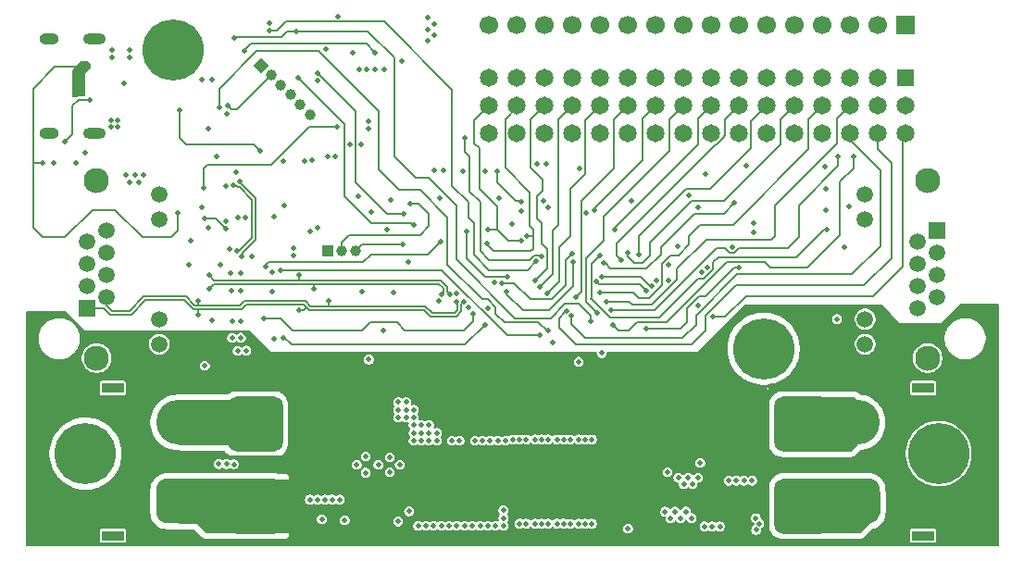
<source format=gbr>
%TF.GenerationSoftware,KiCad,Pcbnew,9.0.3*%
%TF.CreationDate,2025-09-28T17:56:07+02:00*%
%TF.ProjectId,MMS2,4d4d5332-2e6b-4696-9361-645f70636258,rev?*%
%TF.SameCoordinates,Original*%
%TF.FileFunction,Copper,L4,Bot*%
%TF.FilePolarity,Positive*%
%FSLAX46Y46*%
G04 Gerber Fmt 4.6, Leading zero omitted, Abs format (unit mm)*
G04 Created by KiCad (PCBNEW 9.0.3) date 2025-09-28 17:56:07*
%MOMM*%
%LPD*%
G01*
G04 APERTURE LIST*
G04 Aperture macros list*
%AMRoundRect*
0 Rectangle with rounded corners*
0 $1 Rounding radius*
0 $2 $3 $4 $5 $6 $7 $8 $9 X,Y pos of 4 corners*
0 Add a 4 corners polygon primitive as box body*
4,1,4,$2,$3,$4,$5,$6,$7,$8,$9,$2,$3,0*
0 Add four circle primitives for the rounded corners*
1,1,$1+$1,$2,$3*
1,1,$1+$1,$4,$5*
1,1,$1+$1,$6,$7*
1,1,$1+$1,$8,$9*
0 Add four rect primitives between the rounded corners*
20,1,$1+$1,$2,$3,$4,$5,0*
20,1,$1+$1,$4,$5,$6,$7,0*
20,1,$1+$1,$6,$7,$8,$9,0*
20,1,$1+$1,$8,$9,$2,$3,0*%
%AMRotRect*
0 Rectangle, with rotation*
0 The origin of the aperture is its center*
0 $1 length*
0 $2 width*
0 $3 Rotation angle, in degrees counterclockwise*
0 Add horizontal line*
21,1,$1,$2,0,0,$3*%
G04 Aperture macros list end*
%TA.AperFunction,ComponentPad*%
%ADD10C,1.650000*%
%TD*%
%TA.AperFunction,ComponentPad*%
%ADD11R,1.650000X1.650000*%
%TD*%
%TA.AperFunction,ComponentPad*%
%ADD12C,4.100000*%
%TD*%
%TA.AperFunction,ComponentPad*%
%ADD13RoundRect,1.025000X1.025000X-1.025000X1.025000X1.025000X-1.025000X1.025000X-1.025000X-1.025000X0*%
%TD*%
%TA.AperFunction,ComponentPad*%
%ADD14R,2.000000X0.900000*%
%TD*%
%TA.AperFunction,ComponentPad*%
%ADD15C,1.700000*%
%TD*%
%TA.AperFunction,ComponentPad*%
%ADD16R,1.700000X1.700000*%
%TD*%
%TA.AperFunction,ComponentPad*%
%ADD17RoundRect,1.025000X-1.025000X1.025000X-1.025000X-1.025000X1.025000X-1.025000X1.025000X1.025000X0*%
%TD*%
%TA.AperFunction,ComponentPad*%
%ADD18C,2.300000*%
%TD*%
%TA.AperFunction,ComponentPad*%
%ADD19C,1.500000*%
%TD*%
%TA.AperFunction,ComponentPad*%
%ADD20R,1.500000X1.500000*%
%TD*%
%TA.AperFunction,HeatsinkPad*%
%ADD21O,1.800000X1.000000*%
%TD*%
%TA.AperFunction,HeatsinkPad*%
%ADD22O,2.100000X1.000000*%
%TD*%
%TA.AperFunction,ComponentPad*%
%ADD23C,5.600000*%
%TD*%
%TA.AperFunction,SMDPad,CuDef*%
%ADD24RoundRect,0.750000X1.750000X1.750000X-1.750000X1.750000X-1.750000X-1.750000X1.750000X-1.750000X0*%
%TD*%
%TA.AperFunction,ComponentPad*%
%ADD25R,1.000000X1.000000*%
%TD*%
%TA.AperFunction,ComponentPad*%
%ADD26C,1.000000*%
%TD*%
%TA.AperFunction,ComponentPad*%
%ADD27RotRect,1.000000X1.000000X225.000000*%
%TD*%
%TA.AperFunction,SMDPad,CuDef*%
%ADD28R,1.150000X5.000000*%
%TD*%
%TA.AperFunction,ViaPad*%
%ADD29C,0.500000*%
%TD*%
%TA.AperFunction,Conductor*%
%ADD30C,0.200000*%
%TD*%
%TA.AperFunction,Conductor*%
%ADD31C,0.130000*%
%TD*%
%TA.AperFunction,Conductor*%
%ADD32C,0.120000*%
%TD*%
G04 APERTURE END LIST*
D10*
%TO.P,J1,C16,C16*%
%TO.N,/Interboard_connector/Altmode16*%
X122900000Y-99680000D03*
%TO.P,J1,C15,C15*%
%TO.N,/Interboard_connector/Altmode10*%
X125440000Y-99680000D03*
%TO.P,J1,C14,C14*%
%TO.N,/Interboard_connector/Altmode9*%
X127980000Y-99680000D03*
%TO.P,J1,C13,C13*%
%TO.N,/Interboard_connector/Altmode8*%
X130520000Y-99680000D03*
%TO.P,J1,C12,C12*%
%TO.N,/Interboard_connector/Altmode7*%
X133060000Y-99680000D03*
%TO.P,J1,C11,C11*%
%TO.N,/Interboard_connector/Altmode15*%
X135600000Y-99680000D03*
%TO.P,J1,C10,C10*%
%TO.N,/Interboard_connector/Altmode14*%
X138140000Y-99680000D03*
%TO.P,J1,C9,C9*%
%TO.N,/Interboard_connector/Altmode13*%
X140680000Y-99680000D03*
%TO.P,J1,C8,C8*%
%TO.N,/Interboard_connector/Altmode12*%
X143220000Y-99680000D03*
%TO.P,J1,C7,C7*%
%TO.N,/Interboard_connector/Altmode11*%
X145760000Y-99680000D03*
%TO.P,J1,C6,C6*%
%TO.N,/Interboard_connector/Altmode6*%
X148300000Y-99680000D03*
%TO.P,J1,C5,C5*%
%TO.N,/Interboard_connector/Altmode5*%
X150840000Y-99680000D03*
%TO.P,J1,C4,C4*%
%TO.N,/Interboard_connector/Altmode4*%
X153380000Y-99680000D03*
%TO.P,J1,C3,C3*%
%TO.N,/Interboard_connector/Altmode3*%
X155920000Y-99680000D03*
%TO.P,J1,C2,C2*%
%TO.N,/Interboard_connector/Altmode2*%
X158460000Y-99680000D03*
%TO.P,J1,C1,C1*%
%TO.N,/Interboard_connector/Altmode1*%
X161000000Y-99680000D03*
%TO.P,J1,B16,B16*%
%TO.N,/Interboard_connector/Chainbus.SDA*%
X122900000Y-97140000D03*
%TO.P,J1,B15,B15*%
%TO.N,/Interboard_connector/Chainbus.SCL*%
X125440000Y-97140000D03*
%TO.P,J1,B14,B14*%
%TO.N,/Interboard_connector/Chainbus_SPI_CS2*%
X127980000Y-97140000D03*
%TO.P,J1,B13,B13*%
%TO.N,/Interboard_connector/Chainbus_SPI_CS1*%
X130520000Y-97140000D03*
%TO.P,J1,B12,B12*%
%TO.N,/Interboard_connector/Chainbus_SPI_CS0*%
X133060000Y-97140000D03*
%TO.P,J1,B11,B11*%
%TO.N,/Interboard_connector/Chainbus_I2C_addr2*%
X135600000Y-97140000D03*
%TO.P,J1,B10,B10*%
%TO.N,/Interboard_connector/Chainbus_I2C_addr1*%
X138140000Y-97140000D03*
%TO.P,J1,B9,B9*%
%TO.N,/Interboard_connector/Chainbus_I2C_addr0*%
X140680000Y-97140000D03*
%TO.P,J1,B8,B8*%
%TO.N,/Interboard_connector/Chainbus.SCK*%
X143220000Y-97140000D03*
%TO.P,J1,B7,B7*%
%TO.N,/Interboard_connector/Chainbus.MOSI*%
X145760000Y-97140000D03*
%TO.P,J1,B6,B6*%
%TO.N,/Interboard_connector/Chainbus.MISO*%
X148300000Y-97140000D03*
%TO.P,J1,B5,B5*%
%TO.N,/Interboard_connector/Chainbus_UART_addr2*%
X150840000Y-97140000D03*
%TO.P,J1,B4,B4*%
%TO.N,/Interboard_connector/Chainbus_UART_addr1*%
X153380000Y-97140000D03*
%TO.P,J1,B3,B3*%
%TO.N,/Interboard_connector/Chainbus_UART_addr0*%
X155920000Y-97140000D03*
%TO.P,J1,B2,B2*%
%TO.N,/Interboard_connector/Chainbus.TX*%
X158460000Y-97140000D03*
%TO.P,J1,B1,B1*%
%TO.N,/Interboard_connector/Chainbus.RX*%
X161000000Y-97140000D03*
%TO.P,J1,A16,A16*%
%TO.N,+3V3*%
X122900000Y-94600000D03*
%TO.P,J1,A15,A15*%
%TO.N,+5V*%
X125440000Y-94600000D03*
%TO.P,J1,A14,A14*%
%TO.N,GND*%
X127980000Y-94600000D03*
%TO.P,J1,A13,A13*%
%TO.N,BRD_VIN*%
X130520000Y-94600000D03*
%TO.P,J1,A12,A12*%
X133060000Y-94600000D03*
%TO.P,J1,A11,A11*%
X135600000Y-94600000D03*
%TO.P,J1,A10,A10*%
X138140000Y-94600000D03*
%TO.P,J1,A9,A9*%
%TO.N,GND*%
X140680000Y-94600000D03*
%TO.P,J1,A8,A8*%
X143220000Y-94600000D03*
%TO.P,J1,A7,A7*%
X145760000Y-94600000D03*
%TO.P,J1,A6,A6*%
X148300000Y-94600000D03*
%TO.P,J1,A5,A5*%
%TO.N,unconnected-(J1-PadA5)*%
X150840000Y-94600000D03*
%TO.P,J1,A4,A4*%
%TO.N,unconnected-(J1-PadA4)*%
X153380000Y-94600000D03*
%TO.P,J1,A3,A3*%
%TO.N,unconnected-(J1-PadA3)*%
X155920000Y-94600000D03*
%TO.P,J1,A2,A2*%
%TO.N,unconnected-(J1-PadA2)*%
X158460000Y-94600000D03*
D11*
%TO.P,J1,A1,A1*%
%TO.N,unconnected-(J1-PadA1)*%
X161000000Y-94600000D03*
%TD*%
D12*
%TO.P,J2,2,Pin_2*%
%TO.N,BRD_VIN*%
X94475000Y-126150000D03*
D13*
%TO.P,J2,1,Pin_1*%
%TO.N,GNDPWR*%
X94475000Y-133350000D03*
D14*
%TO.P,J2,*%
%TO.N,*%
X88475000Y-123000000D03*
X88475000Y-136500000D03*
%TD*%
D15*
%TO.P,J4,16,Pin_16*%
%TO.N,+3V3*%
X122900000Y-89800000D03*
%TO.P,J4,15,Pin_15*%
%TO.N,+5V*%
X125440000Y-89800000D03*
%TO.P,J4,14,Pin_14*%
%TO.N,GND*%
X127980000Y-89800000D03*
%TO.P,J4,13,Pin_13*%
%TO.N,BRD_VIN*%
X130520000Y-89800000D03*
%TO.P,J4,12,Pin_12*%
X133060000Y-89800000D03*
%TO.P,J4,11,Pin_11*%
X135600000Y-89800000D03*
%TO.P,J4,10,Pin_10*%
X138140000Y-89800000D03*
%TO.P,J4,9,Pin_9*%
%TO.N,GND*%
X140680000Y-89800000D03*
%TO.P,J4,8,Pin_8*%
X143220000Y-89800000D03*
%TO.P,J4,7,Pin_7*%
X145760000Y-89800000D03*
%TO.P,J4,6,Pin_6*%
X148300000Y-89800000D03*
%TO.P,J4,5,Pin_5*%
%TO.N,unconnected-(J4-Pin_5-Pad5)*%
X150840000Y-89800000D03*
%TO.P,J4,4,Pin_4*%
%TO.N,unconnected-(J4-Pin_4-Pad4)*%
X153380000Y-89800000D03*
%TO.P,J4,3,Pin_3*%
%TO.N,unconnected-(J4-Pin_3-Pad3)*%
X155920000Y-89800000D03*
%TO.P,J4,2,Pin_2*%
%TO.N,unconnected-(J4-Pin_2-Pad2)*%
X158460000Y-89800000D03*
D16*
%TO.P,J4,1,Pin_1*%
%TO.N,unconnected-(J4-Pin_1-Pad1)*%
X161000000Y-89800000D03*
%TD*%
D12*
%TO.P,J7,2,Pin_2*%
%TO.N,BRD_VIN*%
X156600000Y-126150000D03*
D17*
%TO.P,J7,1,Pin_1*%
%TO.N,GNDPWR*%
X156600000Y-133350000D03*
D14*
%TO.P,J7,*%
%TO.N,*%
X162600000Y-136500000D03*
X162600000Y-123000000D03*
%TD*%
D18*
%TO.P,J8,SH*%
%TO.N,Net-(C45-Pad1)*%
X87010000Y-104000000D03*
X87010000Y-120260000D03*
D19*
%TO.P,J8,12*%
%TO.N,Net-(J8-Pad12)*%
X92720000Y-105270000D03*
%TO.P,J8,11*%
%TO.N,GND*%
X92720000Y-107560000D03*
%TO.P,J8,10*%
%TO.N,Net-(J8-Pad10)*%
X92720000Y-116700000D03*
%TO.P,J8,9*%
%TO.N,GND*%
X92720000Y-118990000D03*
%TO.P,J8,8*%
%TO.N,/MMS_CONNECTOR_UPSTREAM/USB_MMS_CONN.D+*%
X87900000Y-108578000D03*
%TO.P,J8,7*%
%TO.N,/MMS_CONNECTOR_UPSTREAM/USB_MMS_CONN.D-*%
X86120000Y-109594000D03*
%TO.P,J8,6*%
%TO.N,+12V*%
X87900000Y-110610000D03*
%TO.P,J8,5*%
%TO.N,/CAN auto terminator/CAN1.+*%
X86120000Y-111626000D03*
%TO.P,J8,4*%
%TO.N,/CAN auto terminator/CAN1.-*%
X87900000Y-112642000D03*
%TO.P,J8,3*%
%TO.N,GND*%
X86120000Y-113658000D03*
%TO.P,J8,2*%
%TO.N,/CAN auto terminator/CAN2.+*%
X87900000Y-114674000D03*
D20*
%TO.P,J8,1*%
%TO.N,/CAN auto terminator/CAN2.-*%
X86120000Y-115690000D03*
%TD*%
D18*
%TO.P,J9,SH*%
%TO.N,Net-(C34-Pad1)*%
X163000000Y-120260000D03*
X163000000Y-104000000D03*
D19*
%TO.P,J9,12*%
%TO.N,Net-(J9-Pad12)*%
X157290000Y-118990000D03*
%TO.P,J9,11*%
%TO.N,GND*%
X157290000Y-116700000D03*
%TO.P,J9,10*%
%TO.N,Net-(J9-Pad10)*%
X157290000Y-107560000D03*
%TO.P,J9,9*%
%TO.N,GND*%
X157290000Y-105270000D03*
%TO.P,J9,8*%
%TO.N,/MMS_CONNECTOR_DOWNSTREAM/USB_MMS_CONN.D+*%
X162110000Y-115682000D03*
%TO.P,J9,7*%
%TO.N,/MMS_CONNECTOR_DOWNSTREAM/USB_MMS_CONN.D-*%
X163890000Y-114666000D03*
%TO.P,J9,6*%
%TO.N,+12V*%
X162110000Y-113650000D03*
%TO.P,J9,5*%
%TO.N,/CAN auto terminator/CAN1.+*%
X163890000Y-112634000D03*
%TO.P,J9,4*%
%TO.N,/CAN auto terminator/CAN1.-*%
X162110000Y-111618000D03*
%TO.P,J9,3*%
%TO.N,GND*%
X163890000Y-110602000D03*
%TO.P,J9,2*%
%TO.N,/CAN auto terminator/CAN2.+*%
X162110000Y-109586000D03*
D20*
%TO.P,J9,1*%
%TO.N,/CAN auto terminator/CAN2.-*%
X163890000Y-108570000D03*
%TD*%
D21*
%TO.P,J800,S1,SHIELD*%
%TO.N,Net-(J800-SHIELD)*%
X82620000Y-99740000D03*
D22*
X86800000Y-99740000D03*
D21*
X82620000Y-91100000D03*
D22*
X86800000Y-91100000D03*
%TD*%
D20*
%TO.P,CAP+1,1,1*%
%TO.N,BRD_VIN*%
X98500000Y-125000000D03*
%TD*%
D23*
%TO.P,H1,1,1*%
%TO.N,GND*%
X148000000Y-119400000D03*
%TD*%
%TO.P,H2,1,1*%
%TO.N,unconnected-(H2-Pad1)*%
X94000000Y-92100000D03*
%TD*%
D20*
%TO.P,CAP-1,1,1*%
%TO.N,GNDPWR*%
X98500000Y-135200000D03*
%TD*%
D23*
%TO.P,H3,1,1*%
%TO.N,unconnected-(H3-Pad1)*%
X164000000Y-129000000D03*
%TD*%
%TO.P,H4,1,1*%
%TO.N,unconnected-(H4-Pad1)*%
X86000000Y-129000000D03*
%TD*%
D24*
%TO.P,BAR1,1,A*%
%TO.N,BRD_VIN*%
X151500000Y-126300000D03*
%TO.P,BAR1,2,B*%
X101500000Y-126300000D03*
%TD*%
D25*
%TO.P,J5,1,Pin_1*%
%TO.N,GND*%
X108130000Y-110500000D03*
D26*
%TO.P,J5,2,Pin_2*%
%TO.N,/CH32V003/RST*%
X109400000Y-110500000D03*
%TO.P,J5,3,Pin_3*%
%TO.N,/CH32V003/SWIO*%
X110670000Y-110500000D03*
%TD*%
D27*
%TO.P,J3,1,Pin_1*%
%TO.N,+3V3*%
X102050936Y-93494824D03*
D26*
%TO.P,J3,2,Pin_2*%
%TO.N,/STlink-BMprobe/DIO*%
X102948962Y-94392850D03*
%TO.P,J3,3,Pin_3*%
%TO.N,/STlink-BMprobe/CLK*%
X103846987Y-95290875D03*
%TO.P,J3,4,Pin_4*%
%TO.N,/STlink-BMprobe/STLINK-RST*%
X104745013Y-96188901D03*
%TO.P,J3,5,Pin_5*%
%TO.N,GND*%
X105643038Y-97086926D03*
%TO.P,J3,6,Pin_6*%
%TO.N,/STlink-BMprobe/STLINK-BOOT0*%
X106541064Y-97984952D03*
%TD*%
D28*
%TO.P,NT2,1,1*%
%TO.N,GNDPWR*%
X103550000Y-133825000D03*
%TO.P,NT2,2,2*%
%TO.N,SHLD*%
X104625000Y-133825000D03*
%TD*%
D24*
%TO.P,BAR2,1,A*%
%TO.N,GNDPWR*%
X151500000Y-133800000D03*
%TO.P,BAR2,2,B*%
X101500000Y-133800000D03*
%TD*%
D29*
%TO.N,GND*%
X142351832Y-112446805D03*
X107900000Y-133200000D03*
X113600000Y-108500000D03*
X131700000Y-127700000D03*
X122781818Y-135600000D03*
X118269999Y-115003512D03*
X108000000Y-92000000D03*
X118100000Y-127100000D03*
X98875000Y-129950000D03*
X116400000Y-135600000D03*
X135600000Y-135850000D03*
X98175000Y-129950000D03*
X131700000Y-135400000D03*
X114600000Y-125700000D03*
X128300000Y-135400000D03*
X101200000Y-111000000D03*
X153646446Y-102746446D03*
X111600000Y-129260000D03*
X117109091Y-135600000D03*
X124400000Y-127800000D03*
X107200000Y-108300000D03*
X99900000Y-119600000D03*
X127300000Y-102500000D03*
X138220417Y-113181944D03*
X127100000Y-127700000D03*
X132300000Y-127700000D03*
X107200000Y-133200000D03*
X116700000Y-126400000D03*
X99300000Y-114100000D03*
X117400000Y-127100000D03*
X106500000Y-133200000D03*
X147100000Y-107900000D03*
X125800000Y-106800000D03*
X123700000Y-127800000D03*
X129100000Y-127700000D03*
X99800000Y-103300000D03*
X135900000Y-105900000D03*
X120540000Y-103200000D03*
X128100000Y-102500000D03*
X146400000Y-102700000D03*
X96900000Y-120950000D03*
X125100000Y-127700000D03*
X124200000Y-134200000D03*
X96600000Y-94800000D03*
X132300000Y-135400000D03*
X107600000Y-135000000D03*
X103100000Y-114200000D03*
X99400000Y-116900000D03*
X124200000Y-134900000D03*
X143300000Y-135650000D03*
X145100000Y-110100000D03*
X146200000Y-131475000D03*
X129100000Y-135400000D03*
X115300000Y-125700000D03*
X103200000Y-107300000D03*
X88400000Y-92120000D03*
X115300000Y-125000000D03*
X90000000Y-92800000D03*
X117400000Y-127800000D03*
X100200000Y-116900000D03*
X122540000Y-103200000D03*
X144800000Y-131475000D03*
X100200000Y-114100000D03*
X116000000Y-127100000D03*
X128300000Y-127700000D03*
X131100000Y-127700000D03*
X127100000Y-135400000D03*
X121000000Y-115650000D03*
X104200000Y-106300000D03*
X88300000Y-99100000D03*
X140146446Y-110046446D03*
X95600915Y-109500135D03*
X113900000Y-105800000D03*
X123000000Y-127800000D03*
X119945455Y-135600000D03*
X139200000Y-130700000D03*
X109046000Y-89000000D03*
X142046446Y-115411608D03*
X127700000Y-135400000D03*
X118400000Y-105600000D03*
X141200000Y-105400000D03*
X95400000Y-111700000D03*
X146950000Y-131475000D03*
X99550000Y-129975000D03*
X129700000Y-127700000D03*
X111900000Y-120400000D03*
X83100000Y-102400000D03*
X99200000Y-110300000D03*
X111900000Y-98600000D03*
X96650000Y-106450000D03*
X112500000Y-93900000D03*
X120654545Y-135600000D03*
X100200000Y-112500000D03*
X147300000Y-134900000D03*
X116000000Y-125700000D03*
X142000000Y-106500000D03*
X110200000Y-100700000D03*
X122798252Y-115698252D03*
X120200000Y-127800000D03*
X110995015Y-93869000D03*
X153700000Y-104800000D03*
X147309310Y-135981380D03*
X125700000Y-135400000D03*
X115575000Y-134275000D03*
X98900000Y-97900000D03*
X131800000Y-107000000D03*
X127700000Y-127700000D03*
X119950000Y-114350000D03*
X142200000Y-129850000D03*
X89544515Y-95101000D03*
X118527273Y-135600000D03*
X116000000Y-126400000D03*
X104054103Y-102210820D03*
X131100000Y-135400000D03*
X108800000Y-101800000D03*
X126300000Y-135400000D03*
X130300000Y-127700000D03*
X133200000Y-119800000D03*
X123490909Y-135600000D03*
X111300000Y-114200000D03*
X114600000Y-125000000D03*
X106500000Y-108700000D03*
X88900000Y-99100000D03*
X110800000Y-130000000D03*
X122072727Y-135600000D03*
X109700000Y-135100000D03*
X110900000Y-105500000D03*
X119500000Y-127800000D03*
X108550000Y-133200000D03*
X109250000Y-133200000D03*
X85100000Y-102400000D03*
X114730000Y-130010000D03*
X108100000Y-101800000D03*
X142859388Y-111964416D03*
X121363636Y-135600000D03*
X116000000Y-125000000D03*
X117900000Y-103100000D03*
X130300000Y-135400000D03*
X129700000Y-135400000D03*
X119236364Y-135600000D03*
X107196446Y-94903554D03*
X125700000Y-127700000D03*
X118100000Y-127800000D03*
X100600000Y-107400000D03*
X111600000Y-130740000D03*
X99400000Y-118400000D03*
X99900000Y-107400000D03*
X86000000Y-101500000D03*
X126300000Y-127700000D03*
X104998621Y-110191208D03*
X115300000Y-124300000D03*
X124200000Y-135600000D03*
X117400000Y-126400000D03*
X102774606Y-89620370D03*
X100200000Y-118400000D03*
X113820000Y-130690000D03*
X112765000Y-130000000D03*
X128300000Y-106500000D03*
X97200000Y-108300000D03*
X116700000Y-127800000D03*
X113200000Y-117700000D03*
X121600000Y-127800000D03*
X88300000Y-98500000D03*
X145500000Y-131475000D03*
X88900000Y-98500000D03*
X128732315Y-118812620D03*
X88400000Y-92800000D03*
X154700000Y-116700000D03*
X116700000Y-127100000D03*
X147600000Y-135400000D03*
X114150000Y-114250000D03*
X97600000Y-94800000D03*
X144000000Y-135650000D03*
X155400000Y-110100000D03*
X113300000Y-93900000D03*
X114600000Y-124300000D03*
X153694037Y-106716599D03*
X114575000Y-135200000D03*
X99275000Y-112500000D03*
X103200000Y-118475000D03*
X117818182Y-135600000D03*
X113820000Y-129330000D03*
X98843964Y-104527169D03*
X111200000Y-100700000D03*
X116000000Y-127800000D03*
X131200000Y-102900000D03*
X90000000Y-92100000D03*
X106053404Y-102212108D03*
X115500000Y-111500000D03*
X142600000Y-135650000D03*
X122300000Y-127800000D03*
%TO.N,VBUS*%
X85200000Y-95600000D03*
X85700000Y-94500000D03*
X85200000Y-94000000D03*
X85800000Y-93600000D03*
X82100000Y-102400000D03*
X85700000Y-96100000D03*
X94400000Y-107000000D03*
%TO.N,+3V3*%
X124992433Y-107999512D03*
X141500000Y-131800000D03*
X100700000Y-119575000D03*
X139337696Y-113155196D03*
X123400000Y-113300000D03*
X97525000Y-116775000D03*
X98300000Y-111700000D03*
X97200000Y-99300000D03*
X112100000Y-106900000D03*
X142700000Y-103400000D03*
X131100000Y-120600000D03*
X114900000Y-93100000D03*
X139335429Y-111766500D03*
X118700000Y-103100000D03*
X98828552Y-107721445D03*
X142000000Y-131200000D03*
X123800000Y-105600000D03*
X127900000Y-105900000D03*
X147101000Y-108800706D03*
X111700000Y-93900000D03*
X106703247Y-102197713D03*
X140700000Y-131800000D03*
X110400000Y-92312465D03*
X141100000Y-131200000D03*
X155800000Y-106400000D03*
X140200000Y-131200000D03*
X111900000Y-99300000D03*
%TO.N,+5V*%
X105006860Y-110841158D03*
X141400000Y-134900000D03*
X117900000Y-90700000D03*
X103100000Y-112400000D03*
X98000000Y-101800000D03*
X117900000Y-89700000D03*
X90900000Y-104200000D03*
X91300000Y-103500000D03*
X140400000Y-134900000D03*
X90500000Y-103500000D03*
X139900000Y-134300000D03*
X90000000Y-104200000D03*
X139000000Y-134300000D03*
X117300000Y-91200000D03*
X117300000Y-90200000D03*
X117300000Y-89100000D03*
X140900000Y-134300000D03*
X139500000Y-134900000D03*
X89700000Y-103500000D03*
%TO.N,/STlink-BMprobe/LED*%
X112500000Y-92300000D03*
X100500000Y-92200000D03*
%TO.N,/CAN auto terminator/CAN2.-*%
X105500000Y-115900000D03*
X120600000Y-115100000D03*
X96300000Y-116275000D03*
%TO.N,/CAN auto terminator/CAN2.+*%
X96300000Y-115010000D03*
X108200000Y-115000000D03*
X119892543Y-115138605D03*
%TO.N,/CAN auto terminator/CAN1.-*%
X97300000Y-112700000D03*
X105500000Y-112700000D03*
X119300000Y-114400000D03*
%TO.N,/CAN auto terminator/CAN1.+*%
X106900000Y-113900000D03*
X118590000Y-114400000D03*
X97300000Y-113900000D03*
%TO.N,/USB switch/USBC_CONN.D-*%
X100265668Y-111000000D03*
X100100000Y-104100000D03*
%TO.N,/USBC_CONN/CC2*%
X86348368Y-96635844D03*
X84100000Y-100500000D03*
%TO.N,/USB switch/USBC_CONN.D+*%
X99484332Y-104415668D03*
X99834332Y-110484332D03*
%TO.N,/MCU/USER_LED_1*%
X120700000Y-100100000D03*
X96800000Y-104700000D03*
X109000000Y-99100000D03*
X127660160Y-110941059D03*
%TO.N,/MCU/SWD.~{RST}*%
X127208908Y-111408896D03*
X102800000Y-90300000D03*
X145303554Y-106096446D03*
X133400000Y-111600000D03*
%TO.N,/MCU/USR_BUTTON*%
X145700000Y-112000000D03*
X137300000Y-117549000D03*
%TO.N,/MCU/USER_LED_2*%
X133000000Y-110900000D03*
X153800000Y-108500000D03*
%TO.N,/MCU/SWD.SWCLK*%
X105250000Y-90350000D03*
X99600000Y-91000000D03*
X132200000Y-116900000D03*
%TO.N,/STlink-BMprobe/USB_RENUM*%
X102000000Y-101300000D03*
X94600000Y-97600000D03*
%TO.N,/MCU/SWD.SWDIO*%
X128270644Y-117768935D03*
X98200000Y-97300000D03*
%TO.N,/STlink-BMprobe/DIO*%
X99010809Y-97185018D03*
%TO.N,/CAN_TR2/CAN.TX*%
X103800000Y-112200000D03*
X127500000Y-118200000D03*
%TO.N,/CAN_TR2/CAN.RX*%
X120800000Y-108700000D03*
X118475000Y-109575000D03*
X102450000Y-111900000D03*
X124550000Y-112800000D03*
%TO.N,/CAN_TR1/CAN.TX*%
X124500000Y-114200000D03*
X104100000Y-118375000D03*
X122500000Y-117200000D03*
X132736825Y-113256067D03*
X130600000Y-111500000D03*
X137303554Y-114103554D03*
%TO.N,/CAN_TR1/CAN.RX*%
X121400000Y-116200000D03*
X137763175Y-113643933D03*
X133196446Y-112796446D03*
X124100000Y-113400000D03*
X130500000Y-110700000D03*
X102300000Y-116675000D03*
%TO.N,/Interboard_connector/Altmode3*%
X130408132Y-116424817D03*
%TO.N,/Interboard_connector/Altmode2*%
X129946024Y-115967696D03*
%TO.N,/Interboard_connector/Altmode1*%
X143400000Y-116500000D03*
%TO.N,BRD_VIN*%
X96850000Y-125550000D03*
X96850000Y-126677411D03*
X96850000Y-127950000D03*
X96850000Y-124350000D03*
X96200000Y-124350000D03*
X96850000Y-124950000D03*
X96150000Y-127950000D03*
X96850000Y-127300000D03*
%TO.N,GNDPWR*%
X96920000Y-135200000D03*
X96920000Y-134600000D03*
X96920000Y-133400000D03*
X96920000Y-135800000D03*
X96920000Y-132200000D03*
X96920000Y-134000000D03*
X96920000Y-132800000D03*
X96920000Y-131600000D03*
%TO.N,/MCU/I2C_Memory_addr*%
X125800000Y-105964482D03*
X123600000Y-103200000D03*
%TO.N,/Interboard_connector/Chainbus.RX*%
X134257814Y-117242186D03*
X156200000Y-101800000D03*
%TO.N,/Interboard_connector/Chainbus.TX*%
X154800000Y-101800000D03*
X134058250Y-115865357D03*
%TO.N,/Interboard_connector/Chainbus.SCL*%
X126320789Y-109111054D03*
X122700000Y-109800000D03*
%TO.N,/Interboard_connector/Chainbus.SDA*%
X122800000Y-108500000D03*
X125845371Y-109554316D03*
%TO.N,/Interboard_connector/Chainbus_I2C_addr1*%
X132500000Y-106700000D03*
%TO.N,/Interboard_connector/Chainbus.MOSI*%
X135000000Y-111300000D03*
%TO.N,/Interboard_connector/Chainbus_UART_addr2*%
X135554554Y-110600000D03*
%TO.N,/Interboard_connector/Chainbus.MISO*%
X136554554Y-110800000D03*
%TO.N,/Interboard_connector/Chainbus_SPI_CS2*%
X127100000Y-113200000D03*
%TO.N,/Interboard_connector/Chainbus_UART_addr1*%
X133000000Y-114300000D03*
%TO.N,/Interboard_connector/Chainbus_SPI_CS1*%
X127560668Y-113742187D03*
%TO.N,/Interboard_connector/Chainbus_SPI_CS0*%
X128181225Y-114332973D03*
%TO.N,/Interboard_connector/Chainbus.SCK*%
X134400000Y-108500000D03*
%TO.N,/Interboard_connector/Chainbus_I2C_addr0*%
X132800000Y-116100000D03*
%TO.N,/Interboard_connector/Chainbus_I2C_addr2*%
X130800000Y-114700000D03*
%TO.N,/Interboard_connector/Chainbus_UART_addr0*%
X133600000Y-115100000D03*
%TO.N,/CH32V003/RST*%
X115700000Y-106100000D03*
%TO.N,/CH32V003/CH_UART.RX*%
X107200000Y-94200000D03*
X115050000Y-107100000D03*
%TO.N,/CH32V003/SWIO*%
X115000000Y-109900000D03*
%TO.N,/CH32V003/CH_UART.TX*%
X116000000Y-108100000D03*
X105400000Y-94600000D03*
%TO.N,Net-(U801-SEL)*%
X96900000Y-107500000D03*
X98800000Y-108400000D03*
%TD*%
D30*
%TO.N,VBUS*%
X81300000Y-102400000D02*
X81200000Y-102500000D01*
X81200000Y-108300000D02*
X81200000Y-102500000D01*
X93800000Y-109200000D02*
X91200000Y-109200000D01*
X81200000Y-102500000D02*
X81200000Y-95600000D01*
X86600000Y-106700000D02*
X84100000Y-109200000D01*
X83200000Y-93600000D02*
X85800000Y-93600000D01*
X82100000Y-102400000D02*
X81300000Y-102400000D01*
X94400000Y-107000000D02*
X94400000Y-108600000D01*
X94400000Y-108600000D02*
X93800000Y-109200000D01*
X91200000Y-109200000D02*
X88700000Y-106700000D01*
X88700000Y-106700000D02*
X86600000Y-106700000D01*
X81200000Y-95600000D02*
X83200000Y-93600000D01*
X82100000Y-109200000D02*
X81200000Y-108300000D01*
X84100000Y-109200000D02*
X82100000Y-109200000D01*
%TO.N,/STlink-BMprobe/LED*%
X101100000Y-91500000D02*
X111700000Y-91500000D01*
X100500000Y-92200000D02*
X100500000Y-92100000D01*
X100500000Y-92100000D02*
X101100000Y-91500000D01*
X111700000Y-91500000D02*
X112500000Y-92300000D01*
D31*
%TO.N,/CAN auto terminator/CAN2.-*%
X106431654Y-115865000D02*
X105948811Y-115382157D01*
X105948811Y-115382157D02*
X100651189Y-115382157D01*
X100651189Y-115382157D02*
X100268346Y-115765000D01*
X91468346Y-114965000D02*
X95031654Y-114965000D01*
X119900710Y-116465000D02*
X117531654Y-116465000D01*
D32*
X86330000Y-115900000D02*
X86120000Y-115690000D01*
D31*
X95831654Y-115765000D02*
X96300000Y-115765000D01*
X86120000Y-115690000D02*
X87666654Y-115690000D01*
X88241654Y-116265000D02*
X90168346Y-116265000D01*
X96300000Y-116200000D02*
X96300000Y-115765000D01*
X117531654Y-116465000D02*
X116931654Y-115865000D01*
X90168346Y-116265000D02*
X91468346Y-114965000D01*
X120551148Y-115100000D02*
X120367543Y-115283605D01*
X105500000Y-115900000D02*
X105900000Y-115900000D01*
X120600000Y-115100000D02*
X120551148Y-115100000D01*
X120367543Y-115998167D02*
X119900710Y-116465000D01*
X105900000Y-115900000D02*
X106183327Y-115616673D01*
X116931654Y-115865000D02*
X106431654Y-115865000D01*
X120367543Y-115283605D02*
X120367543Y-115998167D01*
X100268346Y-115765000D02*
X96300000Y-115765000D01*
X95031654Y-114965000D02*
X95831654Y-115765000D01*
X87666654Y-115690000D02*
X88241654Y-116265000D01*
%TO.N,/CAN auto terminator/CAN2.+*%
X90031654Y-115935000D02*
X91331654Y-114635000D01*
X106568346Y-115535000D02*
X106085503Y-115052157D01*
X88378346Y-115935000D02*
X90031654Y-115935000D01*
X96300000Y-115435000D02*
X96300000Y-115010000D01*
X95168346Y-114635000D02*
X95968346Y-115435000D01*
X108200000Y-115000000D02*
X108200000Y-115535000D01*
X120037543Y-115861475D02*
X119764018Y-116135000D01*
X119764018Y-116135000D02*
X117668346Y-116135000D01*
X87900000Y-114674000D02*
X87900000Y-115456654D01*
X117068346Y-115535000D02*
X106568346Y-115535000D01*
X106085503Y-115052157D02*
X100514497Y-115052157D01*
X100514497Y-115052157D02*
X100131654Y-115435000D01*
X87900000Y-115456654D02*
X88378346Y-115935000D01*
X119892543Y-115138605D02*
X120037543Y-115283605D01*
X100131654Y-115435000D02*
X96300000Y-115435000D01*
X117668346Y-116135000D02*
X117068346Y-115535000D01*
X95968346Y-115435000D02*
X96300000Y-115435000D01*
X120037543Y-115283605D02*
X120037543Y-115861475D01*
X91331654Y-114635000D02*
X95168346Y-114635000D01*
%TO.N,/CAN auto terminator/CAN1.-*%
X97735000Y-113135000D02*
X105500000Y-113135000D01*
X119065001Y-114165001D02*
X119300000Y-114400000D01*
X119065001Y-113731655D02*
X118468346Y-113135000D01*
X105500000Y-112700000D02*
X105500000Y-113135000D01*
X97300000Y-112700000D02*
X97735000Y-113135000D01*
X119065001Y-113731655D02*
X119065001Y-114165001D01*
X118468346Y-113135000D02*
X105500000Y-113135000D01*
%TO.N,/CAN auto terminator/CAN1.+*%
X118331654Y-113465000D02*
X118734999Y-113868345D01*
X106900000Y-113465000D02*
X118331654Y-113465000D01*
X106500000Y-113465000D02*
X106900000Y-113465000D01*
X97300000Y-113900000D02*
X97735000Y-113465000D01*
X97735000Y-113465000D02*
X106500000Y-113465000D01*
X106900000Y-113900000D02*
X106900000Y-113465000D01*
X118734999Y-113868345D02*
X118734999Y-114255001D01*
D30*
%TO.N,/USB switch/USBC_CONN.D-*%
X101560000Y-109416275D02*
X100335332Y-110640943D01*
X100335332Y-110691853D02*
X100265668Y-110761517D01*
X100100000Y-104100000D02*
X100100000Y-104189393D01*
X100100000Y-104189393D02*
X101560000Y-105649393D01*
X100335332Y-110640943D02*
X100335332Y-110691853D01*
X100265668Y-110761517D02*
X100265668Y-111000000D01*
X101560000Y-105649393D02*
X101560000Y-109416275D01*
%TO.N,/USBC_CONN/CC2*%
X84800000Y-99800000D02*
X84100000Y-100500000D01*
X86348368Y-96635844D02*
X85364156Y-96635844D01*
X84800000Y-97200000D02*
X84800000Y-99800000D01*
X85364156Y-96635844D02*
X84800000Y-97200000D01*
%TO.N,/USB switch/USBC_CONN.D+*%
X101240000Y-105781943D02*
X101240000Y-109283725D01*
X101240000Y-109283725D02*
X100039393Y-110484332D01*
X99707147Y-104415668D02*
X99892479Y-104601000D01*
X100039393Y-110484332D02*
X99834332Y-110484332D01*
X99484332Y-104415668D02*
X99707147Y-104415668D01*
X99892479Y-104601000D02*
X100059057Y-104601000D01*
X100059057Y-104601000D02*
X101240000Y-105781943D01*
%TO.N,/MCU/USER_LED_1*%
X109000000Y-99100000D02*
X106456402Y-99100000D01*
X102956402Y-102600000D02*
X97100000Y-102600000D01*
X120700000Y-101400000D02*
X120700000Y-100100000D01*
X127626997Y-110907896D02*
X127001338Y-110907896D01*
X126609234Y-111300000D02*
X122900000Y-111300000D01*
X97100000Y-102600000D02*
X96800000Y-102900000D01*
X122100000Y-110500000D02*
X122100000Y-106000000D01*
X106456402Y-99100000D02*
X102956402Y-102600000D01*
X121100000Y-105000000D02*
X121100000Y-101800000D01*
X127001338Y-110907896D02*
X126609234Y-111300000D01*
X122900000Y-111300000D02*
X122100000Y-110500000D01*
X121100000Y-101800000D02*
X120700000Y-101400000D01*
X96800000Y-102900000D02*
X96800000Y-104700000D01*
X127660160Y-110941059D02*
X127626997Y-110907896D01*
X122100000Y-106000000D02*
X121100000Y-105000000D01*
%TO.N,/MCU/SWD.~{RST}*%
X113300000Y-89500000D02*
X104300000Y-89500000D01*
X103500000Y-90300000D02*
X102800000Y-90300000D01*
X119500000Y-104500000D02*
X119500000Y-95700000D01*
X121000000Y-107400000D02*
X121000000Y-106000000D01*
X127208857Y-111408898D02*
X126417755Y-112200000D01*
X126417755Y-112200000D02*
X122900000Y-112200000D01*
X137300000Y-112100000D02*
X138600000Y-110800000D01*
X138600000Y-110100000D02*
X141650000Y-107050000D01*
X144350000Y-107050000D02*
X145303554Y-106096446D01*
X134000000Y-112100000D02*
X137300000Y-112100000D01*
X122900000Y-112200000D02*
X121500000Y-110800000D01*
X121000000Y-106000000D02*
X119500000Y-104500000D01*
X138600000Y-110800000D02*
X138600000Y-110100000D01*
X141650000Y-107050000D02*
X144350000Y-107050000D01*
X133400000Y-111600000D02*
X133500000Y-111600000D01*
X133500000Y-111600000D02*
X134000000Y-112100000D01*
X121500000Y-107900000D02*
X121000000Y-107400000D01*
X119500000Y-95700000D02*
X113300000Y-89500000D01*
X121500000Y-110800000D02*
X121500000Y-107900000D01*
X104300000Y-89500000D02*
X103500000Y-90300000D01*
%TO.N,/MCU/USR_BUTTON*%
X141000000Y-117000000D02*
X140400000Y-117600000D01*
X142100000Y-114600000D02*
X141000000Y-115700000D01*
X140400000Y-117600000D02*
X137351000Y-117600000D01*
X142700000Y-114600000D02*
X142100000Y-114600000D01*
X141000000Y-115700000D02*
X141000000Y-117000000D01*
X137351000Y-117600000D02*
X137300000Y-117549000D01*
X145700000Y-112000000D02*
X145300000Y-112000000D01*
X145300000Y-112000000D02*
X142700000Y-114600000D01*
%TO.N,/MCU/USER_LED_2*%
X143400000Y-111500000D02*
X143851000Y-111049000D01*
X142000000Y-113000000D02*
X142532325Y-113000000D01*
X143400000Y-112132325D02*
X143400000Y-111500000D01*
X153500000Y-108500000D02*
X153800000Y-108500000D01*
X132200000Y-114800000D02*
X132208521Y-114800000D01*
X143851000Y-111049000D02*
X150951000Y-111049000D01*
X132208521Y-114800000D02*
X133962782Y-116554261D01*
X142532325Y-113000000D02*
X143400000Y-112132325D01*
X132227304Y-114827304D02*
X132200000Y-114800000D01*
X133000000Y-110900000D02*
X132235825Y-111664175D01*
X150951000Y-111049000D02*
X153500000Y-108500000D01*
X132235825Y-114827304D02*
X132227304Y-114827304D01*
X138445739Y-116554261D02*
X142000000Y-113000000D01*
X133962782Y-116554261D02*
X138445739Y-116554261D01*
X132235825Y-111664175D02*
X132235825Y-114827304D01*
%TO.N,/MCU/SWD.SWCLK*%
X116200000Y-103800000D02*
X114200000Y-101800000D01*
X117400000Y-103800000D02*
X116200000Y-103800000D01*
X103950000Y-90900000D02*
X99700000Y-90900000D01*
X111800000Y-90400000D02*
X104600000Y-90400000D01*
X119900000Y-106300000D02*
X117400000Y-103800000D01*
X129850000Y-115300000D02*
X128550000Y-116600000D01*
X99700000Y-90900000D02*
X99600000Y-91000000D01*
X114200000Y-101800000D02*
X114200000Y-92800000D01*
X114200000Y-92800000D02*
X111800000Y-90400000D01*
X132200000Y-116400000D02*
X131100000Y-115300000D01*
X104600000Y-90400000D02*
X104450000Y-90400000D01*
X128550000Y-116600000D02*
X125250000Y-116600000D01*
X119900000Y-111250000D02*
X119900000Y-106300000D01*
X125250000Y-116600000D02*
X119900000Y-111250000D01*
X105250000Y-90350000D02*
X105200000Y-90400000D01*
X132200000Y-116900000D02*
X132200000Y-116400000D01*
X104450000Y-90400000D02*
X103950000Y-90900000D01*
X105200000Y-90400000D02*
X104600000Y-90400000D01*
X131100000Y-115300000D02*
X129850000Y-115300000D01*
%TO.N,/STlink-BMprobe/USB_RENUM*%
X102000000Y-101300000D02*
X101400000Y-100700000D01*
X94600000Y-100100000D02*
X94600000Y-97600000D01*
X95200000Y-100700000D02*
X94600000Y-100100000D01*
X101400000Y-100700000D02*
X95200000Y-100700000D01*
%TO.N,/MCU/SWD.SWDIO*%
X114700000Y-104900000D02*
X112800000Y-103000000D01*
X119100000Y-111700000D02*
X119100000Y-107400000D01*
X128270644Y-117768935D02*
X128168935Y-117768935D01*
X124300000Y-117000000D02*
X123500000Y-116200000D01*
X122800000Y-114900000D02*
X122300000Y-114900000D01*
X112800000Y-103000000D02*
X112800000Y-97700000D01*
X128168935Y-117768935D02*
X127400000Y-117000000D01*
X122300000Y-114900000D02*
X119100000Y-111700000D01*
X112800000Y-97700000D02*
X107300000Y-92200000D01*
X123500000Y-116200000D02*
X123500000Y-115600000D01*
X98200000Y-95600000D02*
X98200000Y-97300000D01*
X127400000Y-117000000D02*
X124300000Y-117000000D01*
X123500000Y-115600000D02*
X122800000Y-114900000D01*
X101600000Y-92200000D02*
X98200000Y-95600000D01*
X116600000Y-104900000D02*
X114700000Y-104900000D01*
X107300000Y-92200000D02*
X101600000Y-92200000D01*
X119100000Y-107400000D02*
X116600000Y-104900000D01*
%TO.N,/STlink-BMprobe/DIO*%
X99841812Y-97500000D02*
X102948962Y-94392850D01*
X99325791Y-97500000D02*
X99841812Y-97500000D01*
X99010809Y-97185018D02*
X99325791Y-97500000D01*
%TO.N,/CAN_TR2/CAN.TX*%
X118550000Y-112200000D02*
X124550000Y-118200000D01*
X103800000Y-112200000D02*
X118550000Y-112200000D01*
X124550000Y-118200000D02*
X127500000Y-118200000D01*
%TO.N,/CAN_TR2/CAN.RX*%
X102450000Y-111750000D02*
X102450000Y-111900000D01*
X120800000Y-111100000D02*
X122500000Y-112800000D01*
X122500000Y-112800000D02*
X124550000Y-112800000D01*
X117250000Y-110800000D02*
X112100000Y-110800000D01*
X111400000Y-111500000D02*
X102700000Y-111500000D01*
X102700000Y-111500000D02*
X102450000Y-111750000D01*
X118475000Y-109575000D02*
X117250000Y-110800000D01*
X120800000Y-108700000D02*
X120800000Y-111100000D01*
X112100000Y-110800000D02*
X111400000Y-111500000D01*
%TO.N,/CAN_TR1/CAN.TX*%
X132980758Y-113500000D02*
X132736825Y-113256067D01*
X137303554Y-114103554D02*
X136700000Y-113500000D01*
X122500000Y-117200000D02*
X120700000Y-119000000D01*
X128399999Y-115900000D02*
X126000000Y-115900000D01*
X130600000Y-111500000D02*
X130600000Y-113699999D01*
X120700000Y-119000000D02*
X104800000Y-119000000D01*
X136700000Y-113500000D02*
X132980758Y-113500000D01*
X126000000Y-115900000D02*
X124500000Y-114400000D01*
X130600000Y-113699999D02*
X128399999Y-115900000D01*
X104800000Y-119000000D02*
X104100000Y-118300000D01*
X124500000Y-114400000D02*
X124500000Y-114200000D01*
%TO.N,/CAN_TR1/CAN.RX*%
X129900000Y-111300000D02*
X130500000Y-110700000D01*
X136800000Y-112800000D02*
X137643933Y-113643933D01*
X104900000Y-117700000D02*
X103800000Y-116600000D01*
X126700000Y-114900000D02*
X128600000Y-114900000D01*
X121400000Y-116900000D02*
X120600000Y-117700000D01*
X125200000Y-113400000D02*
X126700000Y-114900000D01*
X114500000Y-117000000D02*
X112000000Y-117000000D01*
X121400000Y-116200000D02*
X121400000Y-116900000D01*
X133200000Y-112800000D02*
X136800000Y-112800000D01*
X129900000Y-113600000D02*
X129900000Y-111300000D01*
X137763175Y-113643933D02*
X137836947Y-113570161D01*
X137643933Y-113643933D02*
X137763175Y-113643933D01*
X112000000Y-117000000D02*
X111300000Y-117700000D01*
X115200000Y-117700000D02*
X114500000Y-117000000D01*
X133196446Y-112796446D02*
X133200000Y-112800000D01*
X124100000Y-113400000D02*
X125200000Y-113400000D01*
X128600000Y-114900000D02*
X129900000Y-113600000D01*
X111300000Y-117700000D02*
X104900000Y-117700000D01*
X103800000Y-116600000D02*
X102300000Y-116600000D01*
X120600000Y-117700000D02*
X115200000Y-117700000D01*
X137836947Y-113570161D02*
X137888100Y-113570161D01*
%TO.N,/Interboard_connector/Altmode3*%
X130408132Y-116424817D02*
X130408132Y-117108132D01*
X140600000Y-118400000D02*
X141800000Y-117200000D01*
X155920000Y-100320000D02*
X155920000Y-99680000D01*
X131700000Y-118400000D02*
X140600000Y-118400000D01*
X145600000Y-112600000D02*
X156100000Y-112600000D01*
X158700000Y-103100000D02*
X155920000Y-100320000D01*
X141800000Y-116400000D02*
X145600000Y-112600000D01*
X130408132Y-117108132D02*
X131700000Y-118400000D01*
X141800000Y-117200000D02*
X141800000Y-116400000D01*
X155920000Y-99680000D02*
X155920000Y-100080000D01*
X158700000Y-110000000D02*
X158700000Y-103100000D01*
X156100000Y-112600000D02*
X158700000Y-110000000D01*
%TO.N,/Interboard_connector/Altmode2*%
X129840841Y-116074727D02*
X129946024Y-115969544D01*
X141400000Y-119000000D02*
X130800000Y-119000000D01*
X158460000Y-101160000D02*
X159700000Y-102400000D01*
X159700000Y-102400000D02*
X159700000Y-111100000D01*
X145500000Y-113600000D02*
X142700000Y-116400000D01*
X142700000Y-116400000D02*
X142700000Y-117700000D01*
X129946024Y-115969544D02*
X129946024Y-115967696D01*
X130800000Y-119000000D02*
X129300000Y-117500000D01*
X142700000Y-117700000D02*
X141400000Y-119000000D01*
X129300000Y-117500000D02*
X129300000Y-116600000D01*
X129300000Y-116600000D02*
X129825273Y-116074727D01*
X157200000Y-113600000D02*
X145500000Y-113600000D01*
X129825273Y-116074727D02*
X129840841Y-116074727D01*
X158460000Y-99680000D02*
X158460000Y-101160000D01*
X159700000Y-111100000D02*
X157200000Y-113600000D01*
%TO.N,/Interboard_connector/Altmode1*%
X146400000Y-114600000D02*
X158000000Y-114600000D01*
X143400000Y-116500000D02*
X144500000Y-116500000D01*
X160700000Y-99980000D02*
X161000000Y-99680000D01*
X144500000Y-116500000D02*
X146400000Y-114600000D01*
X160700000Y-111900000D02*
X160700000Y-99980000D01*
X158000000Y-114600000D02*
X160700000Y-111900000D01*
%TO.N,/MCU/I2C_Memory_addr*%
X125300000Y-105900000D02*
X123600000Y-104200000D01*
X125800000Y-105964482D02*
X125735518Y-105900000D01*
X123600000Y-104200000D02*
X123600000Y-103200000D01*
X125735518Y-105900000D02*
X125300000Y-105900000D01*
%TO.N,/Interboard_connector/Chainbus.RX*%
X148100000Y-111500000D02*
X144606070Y-111500000D01*
X144606070Y-111500000D02*
X139106070Y-117000000D01*
X156200000Y-101800000D02*
X156200000Y-102900000D01*
X156200000Y-102900000D02*
X155000000Y-104100000D01*
X135700000Y-117700000D02*
X134715628Y-117700000D01*
X152000000Y-112000000D02*
X148600000Y-112000000D01*
X155000000Y-109000000D02*
X152000000Y-112000000D01*
X148600000Y-112000000D02*
X148100000Y-111500000D01*
X139106070Y-117000000D02*
X136400000Y-117000000D01*
X155000000Y-104100000D02*
X155000000Y-109000000D01*
X136400000Y-117000000D02*
X135700000Y-117700000D01*
X134715628Y-117700000D02*
X134257814Y-117242186D01*
%TO.N,/Interboard_connector/Chainbus.TX*%
X144892479Y-110601000D02*
X145307521Y-110601000D01*
X150200000Y-110200000D02*
X151200000Y-109200000D01*
X138000000Y-115900000D02*
X143700000Y-110200000D01*
X144491479Y-110200000D02*
X144892479Y-110601000D01*
X143700000Y-110200000D02*
X144491479Y-110200000D01*
X145307521Y-110601000D02*
X145708521Y-110200000D01*
X145708521Y-110200000D02*
X150200000Y-110200000D01*
X154800000Y-102700000D02*
X154800000Y-101800000D01*
X134058250Y-115865357D02*
X134092893Y-115900000D01*
X134092893Y-115900000D02*
X138000000Y-115900000D01*
X151200000Y-106300000D02*
X154800000Y-102700000D01*
X151200000Y-109200000D02*
X151200000Y-106300000D01*
%TO.N,/Interboard_connector/Chainbus.SCL*%
X126600000Y-105100000D02*
X126600000Y-108200000D01*
X125440000Y-97140000D02*
X125440000Y-97360000D01*
X126320789Y-109111054D02*
X126331843Y-109100000D01*
X126700000Y-110500000D02*
X126900000Y-110300000D01*
X122700000Y-109800000D02*
X122700000Y-109900000D01*
X126331843Y-109100000D02*
X126900000Y-109100000D01*
X125440000Y-97140000D02*
X125600000Y-97300000D01*
X125440000Y-97360000D02*
X124364000Y-98436000D01*
X123300000Y-110500000D02*
X126700000Y-110500000D01*
X126600000Y-108200000D02*
X126900000Y-108500000D01*
X126320789Y-109111054D02*
X126320789Y-109079211D01*
X126900000Y-110300000D02*
X126900000Y-109100000D01*
X126320789Y-109220789D02*
X126320789Y-109111054D01*
X124364000Y-102864000D02*
X126600000Y-105100000D01*
X124364000Y-98436000D02*
X124364000Y-102864000D01*
X126900000Y-108500000D02*
X126900000Y-109100000D01*
X122700000Y-109900000D02*
X123300000Y-110500000D01*
%TO.N,/Interboard_connector/Chainbus.SDA*%
X123600000Y-108500000D02*
X123600000Y-106400000D01*
X123600000Y-108500000D02*
X124654316Y-109554316D01*
X122800000Y-108500000D02*
X123600000Y-108500000D01*
X122000000Y-104800000D02*
X122000000Y-101100000D01*
X122000000Y-101100000D02*
X121540808Y-100640808D01*
X124654316Y-109554316D02*
X125845371Y-109554316D01*
X122900000Y-97140000D02*
X122360000Y-97140000D01*
X121540808Y-100640808D02*
X121540808Y-98499192D01*
X121540808Y-98499192D02*
X122900000Y-97140000D01*
X123600000Y-106400000D02*
X122000000Y-104800000D01*
%TO.N,/Interboard_connector/Chainbus_I2C_addr1*%
X132500000Y-106700000D02*
X132400000Y-106600000D01*
X132400000Y-106600000D02*
X132500000Y-106600000D01*
X136900000Y-98380000D02*
X138140000Y-97140000D01*
X132500000Y-106600000D02*
X136900000Y-102200000D01*
X136900000Y-102200000D02*
X136900000Y-98380000D01*
%TO.N,/Interboard_connector/Chainbus.MOSI*%
X134600000Y-109800000D02*
X143644000Y-100756000D01*
X135000000Y-111300000D02*
X134600000Y-110900000D01*
X144296000Y-100125694D02*
X144296000Y-100104000D01*
X134600000Y-110900000D02*
X134600000Y-109800000D01*
X144296000Y-100104000D02*
X144500000Y-99900000D01*
X143665694Y-100756000D02*
X144296000Y-100125694D01*
X143644000Y-100756000D02*
X143665694Y-100756000D01*
X144500000Y-99900000D02*
X144500000Y-98400000D01*
X144500000Y-98400000D02*
X145760000Y-97140000D01*
%TO.N,/Interboard_connector/Chainbus_UART_addr2*%
X149580000Y-98400000D02*
X149580000Y-100720000D01*
X136900000Y-111600000D02*
X136200000Y-111600000D01*
X150840000Y-97140000D02*
X149580000Y-98400000D01*
X141400000Y-105900000D02*
X137600000Y-109700000D01*
X137600000Y-110900000D02*
X136900000Y-111600000D01*
X144400000Y-105900000D02*
X141400000Y-105900000D01*
X149580000Y-100720000D02*
X144400000Y-105900000D01*
X135554554Y-110954554D02*
X135554554Y-110600000D01*
X136200000Y-111600000D02*
X135554554Y-110954554D01*
X137600000Y-109700000D02*
X137600000Y-110900000D01*
%TO.N,/Interboard_connector/Chainbus.MISO*%
X146836000Y-101064000D02*
X146836000Y-98604000D01*
X136554554Y-110800000D02*
X136554554Y-109145446D01*
X140900000Y-104800000D02*
X143100000Y-104800000D01*
X136554554Y-109145446D02*
X140900000Y-104800000D01*
X146836000Y-98604000D02*
X148300000Y-97140000D01*
X143100000Y-104800000D02*
X146836000Y-101064000D01*
%TO.N,/Interboard_connector/Chainbus_SPI_CS2*%
X127800000Y-104995739D02*
X127800000Y-103900000D01*
X127800000Y-103900000D02*
X126700000Y-102800000D01*
X128200000Y-112100000D02*
X128200000Y-110300000D01*
X128200000Y-110300000D02*
X127700000Y-109800000D01*
X127700000Y-107900000D02*
X127300000Y-107500000D01*
X127100000Y-113200000D02*
X128200000Y-112100000D01*
X127300000Y-105495739D02*
X127800000Y-104995739D01*
X126700000Y-98420000D02*
X127980000Y-97140000D01*
X127700000Y-109800000D02*
X127700000Y-107900000D01*
X126700000Y-102800000D02*
X126700000Y-98420000D01*
X127300000Y-107500000D02*
X127300000Y-105495739D01*
%TO.N,/Interboard_connector/Chainbus_UART_addr1*%
X145200000Y-108100000D02*
X152120000Y-101180000D01*
X138721417Y-111671991D02*
X139493408Y-110900000D01*
X138721417Y-113578582D02*
X138721417Y-111671991D01*
X137499999Y-114800000D02*
X138721417Y-113578582D01*
X139493408Y-110900000D02*
X140200000Y-110900000D01*
X141200000Y-109100000D02*
X142200000Y-108100000D01*
X152120000Y-98400000D02*
X153380000Y-97140000D01*
X136600000Y-114800000D02*
X137499999Y-114800000D01*
X136100000Y-114300000D02*
X136600000Y-114800000D01*
X142200000Y-108100000D02*
X145200000Y-108100000D01*
X152120000Y-101180000D02*
X152120000Y-98400000D01*
X141200000Y-109900000D02*
X141200000Y-109100000D01*
X133000000Y-114300000D02*
X136100000Y-114300000D01*
X140200000Y-110900000D02*
X141200000Y-109900000D01*
%TO.N,/Interboard_connector/Chainbus_SPI_CS1*%
X129200000Y-98460000D02*
X130520000Y-97140000D01*
X128700000Y-112602855D02*
X128700000Y-108600000D01*
X127560668Y-113742187D02*
X128700000Y-112602855D01*
X128700000Y-108600000D02*
X129200000Y-108100000D01*
X129200000Y-108100000D02*
X129200000Y-98460000D01*
X127560668Y-113739332D02*
X127560668Y-113742187D01*
%TO.N,/Interboard_connector/Chainbus_SPI_CS0*%
X129300000Y-110100000D02*
X129300000Y-113214198D01*
X131700000Y-103400000D02*
X130300000Y-104800000D01*
X130300000Y-109100000D02*
X129300000Y-110100000D01*
X129300000Y-113214198D02*
X128181225Y-114332973D01*
X130300000Y-104800000D02*
X130300000Y-109100000D01*
X131700000Y-98500000D02*
X131700000Y-103400000D01*
X133060000Y-97140000D02*
X131700000Y-98500000D01*
%TO.N,/Interboard_connector/Chainbus.SCK*%
X134400000Y-108300000D02*
X142000000Y-100700000D01*
X142000000Y-98360000D02*
X143220000Y-97140000D01*
X142000000Y-100700000D02*
X142000000Y-98360000D01*
X134400000Y-108500000D02*
X134400000Y-108300000D01*
%TO.N,/Interboard_connector/Chainbus_I2C_addr0*%
X140680000Y-97140000D02*
X139400000Y-98420000D01*
X131800000Y-115100000D02*
X132800000Y-116100000D01*
X131800000Y-111100000D02*
X131800000Y-115100000D01*
X133400000Y-107300000D02*
X133400000Y-109500000D01*
X133400000Y-109500000D02*
X131800000Y-111100000D01*
X139400000Y-98420000D02*
X139400000Y-101300000D01*
X139400000Y-101300000D02*
X133400000Y-107300000D01*
%TO.N,/Interboard_connector/Chainbus_I2C_addr2*%
X131300000Y-105900000D02*
X134300000Y-102900000D01*
X131300000Y-114200000D02*
X131300000Y-105900000D01*
X134300000Y-98440000D02*
X135600000Y-97140000D01*
X134300000Y-102900000D02*
X134300000Y-98440000D01*
X130800000Y-114700000D02*
X131300000Y-114200000D01*
%TO.N,/Interboard_connector/Chainbus_UART_addr0*%
X149000000Y-109100000D02*
X149000000Y-106300000D01*
X154700000Y-100600000D02*
X154700000Y-98360000D01*
X142800000Y-109400000D02*
X148700000Y-109400000D01*
X133600000Y-115100000D02*
X135700000Y-115100000D01*
X154700000Y-98360000D02*
X155920000Y-97140000D01*
X148700000Y-109400000D02*
X149000000Y-109100000D01*
X136000000Y-115400000D02*
X137800000Y-115400000D01*
X140100000Y-112100000D02*
X142800000Y-109400000D01*
X137800000Y-115400000D02*
X140100000Y-113100000D01*
X140100000Y-113100000D02*
X140100000Y-112100000D01*
X149000000Y-106300000D02*
X154700000Y-100600000D01*
X135700000Y-115100000D02*
X136000000Y-115400000D01*
%TO.N,/CH32V003/RST*%
X109400000Y-110500000D02*
X109400000Y-109700001D01*
X110100001Y-109000000D02*
X116600000Y-109000000D01*
X116400000Y-106100000D02*
X115700000Y-106100000D01*
X109400000Y-109700001D02*
X110100001Y-109000000D01*
X117400000Y-107100000D02*
X116400000Y-106100000D01*
X116600000Y-109000000D02*
X117400000Y-108200000D01*
X117400000Y-108200000D02*
X117400000Y-107100000D01*
%TO.N,/CH32V003/CH_UART.RX*%
X110700000Y-97700000D02*
X110700000Y-104200000D01*
X110700000Y-104200000D02*
X113600000Y-107100000D01*
X107200000Y-94200000D02*
X110700000Y-97700000D01*
X113600000Y-107100000D02*
X115050000Y-107100000D01*
%TO.N,/CH32V003/SWIO*%
X111270000Y-109900000D02*
X115000000Y-109900000D01*
X110670000Y-110500000D02*
X111270000Y-109900000D01*
%TO.N,/CH32V003/CH_UART.TX*%
X109700000Y-105500000D02*
X112100000Y-107900000D01*
X105400000Y-94600000D02*
X109700000Y-98900000D01*
X112100000Y-107900000D02*
X115800000Y-107900000D01*
X109700000Y-98900000D02*
X109700000Y-105500000D01*
X115800000Y-107900000D02*
X116000000Y-108100000D01*
%TO.N,Net-(U801-SEL)*%
X97900000Y-107500000D02*
X98800000Y-108400000D01*
X96900000Y-107500000D02*
X97900000Y-107500000D01*
%TD*%
%TA.AperFunction,Conductor*%
%TO.N,GNDPWR*%
G36*
X157515677Y-131319685D02*
G01*
X157536319Y-131336319D01*
X158613681Y-132413681D01*
X158647166Y-132475004D01*
X158650000Y-132501362D01*
X158650000Y-134398638D01*
X158630315Y-134465677D01*
X158613681Y-134486319D01*
X156836319Y-136263681D01*
X156774996Y-136297166D01*
X156748638Y-136300000D01*
X151624000Y-136300000D01*
X151556961Y-136280315D01*
X151511206Y-136227511D01*
X151500000Y-136176000D01*
X151500000Y-131424000D01*
X151519685Y-131356961D01*
X151572489Y-131311206D01*
X151624000Y-131300000D01*
X157448638Y-131300000D01*
X157515677Y-131319685D01*
G37*
%TD.AperFunction*%
%TD*%
%TA.AperFunction,Conductor*%
%TO.N,GNDPWR*%
G36*
X103243039Y-131319685D02*
G01*
X103288794Y-131372489D01*
X103300000Y-131424000D01*
X103300000Y-134448638D01*
X103280315Y-134515677D01*
X103263681Y-134536319D01*
X101536319Y-136263681D01*
X101474996Y-136297166D01*
X101448638Y-136300000D01*
X97101362Y-136300000D01*
X97034323Y-136280315D01*
X97013681Y-136263681D01*
X96150000Y-135400000D01*
X94599000Y-135400000D01*
X94531961Y-135380315D01*
X94486206Y-135327511D01*
X94475000Y-135276000D01*
X94475000Y-131424000D01*
X94494685Y-131356961D01*
X94547489Y-131311206D01*
X94599000Y-131300000D01*
X103176000Y-131300000D01*
X103243039Y-131319685D01*
G37*
%TD.AperFunction*%
%TD*%
%TA.AperFunction,Conductor*%
%TO.N,SHLD*%
G36*
X169458691Y-115318907D02*
G01*
X169494655Y-115368407D01*
X169499500Y-115399000D01*
X169499500Y-122100000D01*
X149899906Y-122100000D01*
X149968476Y-122054183D01*
X150219153Y-121848458D01*
X150448458Y-121619153D01*
X150654183Y-121368476D01*
X150834347Y-121098842D01*
X150860187Y-121050500D01*
X150967089Y-120850500D01*
X150987215Y-120812847D01*
X151111314Y-120513246D01*
X151205449Y-120202923D01*
X151215238Y-120153709D01*
X161649500Y-120153709D01*
X161649500Y-120366290D01*
X161682752Y-120576238D01*
X161748443Y-120778412D01*
X161844948Y-120967815D01*
X161844950Y-120967819D01*
X161969891Y-121139786D01*
X161969893Y-121139788D01*
X161969896Y-121139792D01*
X162120208Y-121290104D01*
X162120211Y-121290106D01*
X162120213Y-121290108D01*
X162292180Y-121415049D01*
X162292184Y-121415051D01*
X162481588Y-121511557D01*
X162683757Y-121577246D01*
X162683758Y-121577246D01*
X162683761Y-121577247D01*
X162893710Y-121610500D01*
X162893713Y-121610500D01*
X163106290Y-121610500D01*
X163316238Y-121577247D01*
X163316239Y-121577246D01*
X163316243Y-121577246D01*
X163518412Y-121511557D01*
X163707816Y-121415051D01*
X163879792Y-121290104D01*
X164030104Y-121139792D01*
X164155051Y-120967816D01*
X164251557Y-120778412D01*
X164317246Y-120576243D01*
X164317619Y-120573889D01*
X164350500Y-120366290D01*
X164350500Y-120153709D01*
X164317247Y-119943761D01*
X164317246Y-119943757D01*
X164251557Y-119741588D01*
X164155051Y-119552184D01*
X164155049Y-119552180D01*
X164030108Y-119380213D01*
X164030106Y-119380211D01*
X164030104Y-119380208D01*
X163879792Y-119229896D01*
X163879788Y-119229893D01*
X163879786Y-119229891D01*
X163707819Y-119104950D01*
X163707815Y-119104948D01*
X163518412Y-119008443D01*
X163316238Y-118942752D01*
X163106290Y-118909500D01*
X163106287Y-118909500D01*
X162893713Y-118909500D01*
X162893710Y-118909500D01*
X162683761Y-118942752D01*
X162481587Y-119008443D01*
X162292184Y-119104948D01*
X162292180Y-119104950D01*
X162120213Y-119229891D01*
X161969891Y-119380213D01*
X161844950Y-119552180D01*
X161844948Y-119552184D01*
X161748443Y-119741587D01*
X161682752Y-119943761D01*
X161649500Y-120153709D01*
X151215238Y-120153709D01*
X151268714Y-119884868D01*
X151300500Y-119562143D01*
X151300500Y-119237857D01*
X151268714Y-118915132D01*
X151264984Y-118896381D01*
X156339500Y-118896381D01*
X156339500Y-119083618D01*
X156376026Y-119267249D01*
X156447677Y-119440229D01*
X156447681Y-119440238D01*
X156514803Y-119540691D01*
X156551698Y-119595908D01*
X156684092Y-119728302D01*
X156750463Y-119772649D01*
X156839761Y-119832318D01*
X156839767Y-119832320D01*
X156839769Y-119832322D01*
X157012749Y-119903973D01*
X157196384Y-119940500D01*
X157196385Y-119940500D01*
X157383615Y-119940500D01*
X157383616Y-119940500D01*
X157567251Y-119903973D01*
X157740231Y-119832322D01*
X157740234Y-119832319D01*
X157740238Y-119832318D01*
X157790101Y-119799000D01*
X157895908Y-119728302D01*
X158028302Y-119595908D01*
X158106284Y-119479200D01*
X158132318Y-119440238D01*
X158132319Y-119440234D01*
X158132322Y-119440231D01*
X158203973Y-119267251D01*
X158240500Y-119083616D01*
X158240500Y-118896384D01*
X158203973Y-118712749D01*
X158132322Y-118539769D01*
X158132320Y-118539767D01*
X158132318Y-118539761D01*
X158044834Y-118408834D01*
X158028302Y-118384092D01*
X158001282Y-118357072D01*
X164554500Y-118357072D01*
X164554500Y-118602927D01*
X164586590Y-118846669D01*
X164586590Y-118846674D01*
X164650222Y-119084154D01*
X164744302Y-119311284D01*
X164744304Y-119311288D01*
X164744306Y-119311292D01*
X164866759Y-119523387D01*
X164867235Y-119524211D01*
X165016893Y-119719249D01*
X165016895Y-119719251D01*
X165016899Y-119719256D01*
X165190744Y-119893101D01*
X165190748Y-119893104D01*
X165190750Y-119893106D01*
X165363289Y-120025500D01*
X165385792Y-120042767D01*
X165598708Y-120165694D01*
X165825847Y-120259778D01*
X166063323Y-120323409D01*
X166307073Y-120355500D01*
X166307074Y-120355500D01*
X166552926Y-120355500D01*
X166552927Y-120355500D01*
X166796677Y-120323409D01*
X167034153Y-120259778D01*
X167261292Y-120165694D01*
X167474208Y-120042767D01*
X167669256Y-119893101D01*
X167843101Y-119719256D01*
X167992767Y-119524208D01*
X168115694Y-119311292D01*
X168209778Y-119084153D01*
X168273409Y-118846677D01*
X168305500Y-118602927D01*
X168305500Y-118357073D01*
X168273409Y-118113323D01*
X168209778Y-117875847D01*
X168137420Y-117701160D01*
X168115697Y-117648715D01*
X168115696Y-117648714D01*
X168115694Y-117648708D01*
X167992767Y-117435792D01*
X167953035Y-117384012D01*
X167843106Y-117240750D01*
X167843104Y-117240748D01*
X167843101Y-117240744D01*
X167669256Y-117066899D01*
X167669251Y-117066895D01*
X167669249Y-117066893D01*
X167474211Y-116917235D01*
X167474208Y-116917233D01*
X167261292Y-116794306D01*
X167261288Y-116794304D01*
X167261284Y-116794302D01*
X167034154Y-116700222D01*
X166929440Y-116672164D01*
X166796677Y-116636591D01*
X166796674Y-116636590D01*
X166796672Y-116636590D01*
X166552927Y-116604500D01*
X166307073Y-116604500D01*
X166307072Y-116604500D01*
X166063330Y-116636590D01*
X166063325Y-116636590D01*
X165825845Y-116700222D01*
X165598715Y-116794302D01*
X165385788Y-116917235D01*
X165190750Y-117066893D01*
X165016893Y-117240750D01*
X164867235Y-117435788D01*
X164744302Y-117648715D01*
X164650222Y-117875845D01*
X164586590Y-118113325D01*
X164586590Y-118113330D01*
X164554500Y-118357072D01*
X158001282Y-118357072D01*
X157895911Y-118251701D01*
X157895908Y-118251698D01*
X157820204Y-118201114D01*
X157740238Y-118147681D01*
X157740229Y-118147677D01*
X157567249Y-118076026D01*
X157383618Y-118039500D01*
X157383616Y-118039500D01*
X157196384Y-118039500D01*
X157196381Y-118039500D01*
X157012750Y-118076026D01*
X156839770Y-118147677D01*
X156839761Y-118147681D01*
X156684092Y-118251698D01*
X156684088Y-118251701D01*
X156551701Y-118384088D01*
X156551698Y-118384092D01*
X156447681Y-118539761D01*
X156447677Y-118539770D01*
X156376026Y-118712750D01*
X156339500Y-118896381D01*
X151264984Y-118896381D01*
X151260120Y-118871929D01*
X151228458Y-118712750D01*
X151205449Y-118597077D01*
X151192679Y-118554979D01*
X151111317Y-118286762D01*
X151096795Y-118251701D01*
X150987215Y-117987153D01*
X150983499Y-117980201D01*
X150834349Y-117701160D01*
X150693049Y-117489691D01*
X150654183Y-117431524D01*
X150448458Y-117180847D01*
X150219153Y-116951542D01*
X149968476Y-116745817D01*
X149811146Y-116640692D01*
X149811145Y-116640691D01*
X154249500Y-116640691D01*
X154249500Y-116759309D01*
X154271306Y-116840691D01*
X154280202Y-116873890D01*
X154339507Y-116976608D01*
X154339509Y-116976610D01*
X154339511Y-116976613D01*
X154423387Y-117060489D01*
X154423389Y-117060490D01*
X154423391Y-117060492D01*
X154526110Y-117119797D01*
X154526111Y-117119797D01*
X154526114Y-117119799D01*
X154640691Y-117150500D01*
X154640693Y-117150500D01*
X154759307Y-117150500D01*
X154759309Y-117150500D01*
X154873886Y-117119799D01*
X154873888Y-117119797D01*
X154873890Y-117119797D01*
X154976608Y-117060492D01*
X154976608Y-117060491D01*
X154976613Y-117060489D01*
X155060489Y-116976613D01*
X155074967Y-116951537D01*
X155119797Y-116873890D01*
X155119797Y-116873888D01*
X155119799Y-116873886D01*
X155150500Y-116759309D01*
X155150500Y-116640691D01*
X155141307Y-116606381D01*
X156339500Y-116606381D01*
X156339500Y-116793618D01*
X156376026Y-116977249D01*
X156447677Y-117150229D01*
X156447681Y-117150238D01*
X156497971Y-117225500D01*
X156551698Y-117305908D01*
X156684092Y-117438302D01*
X156750463Y-117482649D01*
X156839761Y-117542318D01*
X156839767Y-117542320D01*
X156839769Y-117542322D01*
X157012749Y-117613973D01*
X157196384Y-117650500D01*
X157196385Y-117650500D01*
X157383615Y-117650500D01*
X157383616Y-117650500D01*
X157567251Y-117613973D01*
X157740231Y-117542322D01*
X157740234Y-117542319D01*
X157740238Y-117542318D01*
X157815061Y-117492322D01*
X157895908Y-117438302D01*
X158028302Y-117305908D01*
X158114694Y-117176613D01*
X158132318Y-117150238D01*
X158132319Y-117150234D01*
X158132322Y-117150231D01*
X158203973Y-116977251D01*
X158240500Y-116793616D01*
X158240500Y-116606384D01*
X158203973Y-116422749D01*
X158132322Y-116249769D01*
X158132320Y-116249767D01*
X158132318Y-116249761D01*
X158055482Y-116134770D01*
X158028302Y-116094092D01*
X157895908Y-115961698D01*
X157838572Y-115923387D01*
X157740238Y-115857681D01*
X157740229Y-115857677D01*
X157567249Y-115786026D01*
X157383618Y-115749500D01*
X157383616Y-115749500D01*
X157196384Y-115749500D01*
X157196381Y-115749500D01*
X157012750Y-115786026D01*
X156839770Y-115857677D01*
X156839761Y-115857681D01*
X156684092Y-115961698D01*
X156684088Y-115961701D01*
X156551701Y-116094088D01*
X156551698Y-116094092D01*
X156447681Y-116249761D01*
X156447677Y-116249770D01*
X156376026Y-116422750D01*
X156339500Y-116606381D01*
X155141307Y-116606381D01*
X155119799Y-116526114D01*
X155119797Y-116526111D01*
X155119797Y-116526109D01*
X155060492Y-116423391D01*
X155060490Y-116423389D01*
X155060489Y-116423387D01*
X154976613Y-116339511D01*
X154976610Y-116339509D01*
X154976608Y-116339507D01*
X154873889Y-116280202D01*
X154873890Y-116280202D01*
X154850318Y-116273886D01*
X154759309Y-116249500D01*
X154640691Y-116249500D01*
X154570567Y-116268289D01*
X154526109Y-116280202D01*
X154423391Y-116339507D01*
X154339507Y-116423391D01*
X154280202Y-116526109D01*
X154270211Y-116563398D01*
X154249500Y-116640691D01*
X149811145Y-116640691D01*
X149698839Y-116565650D01*
X149412865Y-116412794D01*
X149412853Y-116412788D01*
X149412847Y-116412785D01*
X149412842Y-116412782D01*
X149412838Y-116412781D01*
X149113237Y-116288682D01*
X148802925Y-116194551D01*
X148571715Y-116148561D01*
X148484868Y-116131286D01*
X148484866Y-116131285D01*
X148248948Y-116108049D01*
X148162143Y-116099500D01*
X147837857Y-116099500D01*
X147742502Y-116108891D01*
X147515135Y-116131285D01*
X147197074Y-116194551D01*
X146886762Y-116288682D01*
X146587161Y-116412781D01*
X146587134Y-116412794D01*
X146301160Y-116565650D01*
X146031522Y-116745818D01*
X145780852Y-116951537D01*
X145551537Y-117180852D01*
X145345818Y-117431522D01*
X145165650Y-117701160D01*
X145012794Y-117987134D01*
X145012781Y-117987161D01*
X144888682Y-118286762D01*
X144794551Y-118597074D01*
X144731285Y-118915135D01*
X144707641Y-119155201D01*
X144701800Y-119214511D01*
X144699500Y-119237859D01*
X144699500Y-119562140D01*
X144731285Y-119884864D01*
X144794551Y-120202925D01*
X144888682Y-120513237D01*
X145012781Y-120812838D01*
X145012794Y-120812865D01*
X145165650Y-121098839D01*
X145251027Y-121226613D01*
X145345817Y-121368476D01*
X145551542Y-121619153D01*
X145780847Y-121848458D01*
X146031524Y-122054183D01*
X146100094Y-122100000D01*
X80500500Y-122100000D01*
X80500500Y-118357072D01*
X81704500Y-118357072D01*
X81704500Y-118602927D01*
X81736590Y-118846669D01*
X81736590Y-118846674D01*
X81800222Y-119084154D01*
X81894302Y-119311284D01*
X81894304Y-119311288D01*
X81894306Y-119311292D01*
X82016759Y-119523387D01*
X82017235Y-119524211D01*
X82166893Y-119719249D01*
X82166895Y-119719251D01*
X82166899Y-119719256D01*
X82340744Y-119893101D01*
X82340748Y-119893104D01*
X82340750Y-119893106D01*
X82513289Y-120025500D01*
X82535792Y-120042767D01*
X82748708Y-120165694D01*
X82975847Y-120259778D01*
X83213323Y-120323409D01*
X83457073Y-120355500D01*
X83457074Y-120355500D01*
X83702926Y-120355500D01*
X83702927Y-120355500D01*
X83946677Y-120323409D01*
X84184153Y-120259778D01*
X84411292Y-120165694D01*
X84432050Y-120153709D01*
X85659500Y-120153709D01*
X85659500Y-120366290D01*
X85692752Y-120576238D01*
X85758443Y-120778412D01*
X85854948Y-120967815D01*
X85854950Y-120967819D01*
X85979891Y-121139786D01*
X85979893Y-121139788D01*
X85979896Y-121139792D01*
X86130208Y-121290104D01*
X86130211Y-121290106D01*
X86130213Y-121290108D01*
X86302180Y-121415049D01*
X86302184Y-121415051D01*
X86491588Y-121511557D01*
X86693757Y-121577246D01*
X86693758Y-121577246D01*
X86693761Y-121577247D01*
X86903710Y-121610500D01*
X86903713Y-121610500D01*
X87116290Y-121610500D01*
X87326238Y-121577247D01*
X87326239Y-121577246D01*
X87326243Y-121577246D01*
X87528412Y-121511557D01*
X87717816Y-121415051D01*
X87889792Y-121290104D01*
X88040104Y-121139792D01*
X88165051Y-120967816D01*
X88204348Y-120890691D01*
X96449500Y-120890691D01*
X96449500Y-121009309D01*
X96476574Y-121110351D01*
X96480202Y-121123890D01*
X96539507Y-121226608D01*
X96539509Y-121226610D01*
X96539511Y-121226613D01*
X96623387Y-121310489D01*
X96623389Y-121310490D01*
X96623391Y-121310492D01*
X96726110Y-121369797D01*
X96726111Y-121369797D01*
X96726114Y-121369799D01*
X96840691Y-121400500D01*
X96840693Y-121400500D01*
X96959307Y-121400500D01*
X96959309Y-121400500D01*
X97073886Y-121369799D01*
X97073888Y-121369797D01*
X97073890Y-121369797D01*
X97176608Y-121310492D01*
X97176608Y-121310491D01*
X97176613Y-121310489D01*
X97260489Y-121226613D01*
X97319799Y-121123886D01*
X97350500Y-121009309D01*
X97350500Y-120890691D01*
X97319799Y-120776114D01*
X97319797Y-120776111D01*
X97319797Y-120776109D01*
X97260492Y-120673391D01*
X97260490Y-120673389D01*
X97260489Y-120673387D01*
X97176613Y-120589511D01*
X97176610Y-120589509D01*
X97176608Y-120589507D01*
X97073889Y-120530202D01*
X97073890Y-120530202D01*
X97060351Y-120526574D01*
X96959309Y-120499500D01*
X96840691Y-120499500D01*
X96789391Y-120513246D01*
X96726109Y-120530202D01*
X96623391Y-120589507D01*
X96539507Y-120673391D01*
X96480202Y-120776109D01*
X96463282Y-120839257D01*
X96449500Y-120890691D01*
X88204348Y-120890691D01*
X88261557Y-120778412D01*
X88327246Y-120576243D01*
X88327619Y-120573889D01*
X88360500Y-120366290D01*
X88360500Y-120340691D01*
X111449500Y-120340691D01*
X111449500Y-120459309D01*
X111468496Y-120530201D01*
X111480202Y-120573890D01*
X111539507Y-120676608D01*
X111539509Y-120676610D01*
X111539511Y-120676613D01*
X111623387Y-120760489D01*
X111623389Y-120760490D01*
X111623391Y-120760492D01*
X111726110Y-120819797D01*
X111726111Y-120819797D01*
X111726114Y-120819799D01*
X111840691Y-120850500D01*
X111840693Y-120850500D01*
X111959307Y-120850500D01*
X111959309Y-120850500D01*
X112073886Y-120819799D01*
X112073888Y-120819797D01*
X112073890Y-120819797D01*
X112176608Y-120760492D01*
X112176608Y-120760491D01*
X112176613Y-120760489D01*
X112260489Y-120676613D01*
X112319799Y-120573886D01*
X112328694Y-120540691D01*
X130649500Y-120540691D01*
X130649500Y-120659309D01*
X130654137Y-120676613D01*
X130680202Y-120773890D01*
X130739507Y-120876608D01*
X130739509Y-120876610D01*
X130739511Y-120876613D01*
X130823387Y-120960489D01*
X130823389Y-120960490D01*
X130823391Y-120960492D01*
X130926110Y-121019797D01*
X130926111Y-121019797D01*
X130926114Y-121019799D01*
X131040691Y-121050500D01*
X131040693Y-121050500D01*
X131159307Y-121050500D01*
X131159309Y-121050500D01*
X131273886Y-121019799D01*
X131273888Y-121019797D01*
X131273890Y-121019797D01*
X131376608Y-120960492D01*
X131376608Y-120960491D01*
X131376613Y-120960489D01*
X131460489Y-120876613D01*
X131460492Y-120876608D01*
X131519797Y-120773890D01*
X131519797Y-120773888D01*
X131519799Y-120773886D01*
X131550500Y-120659309D01*
X131550500Y-120540691D01*
X131519799Y-120426114D01*
X131519797Y-120426111D01*
X131519797Y-120426109D01*
X131460492Y-120323391D01*
X131460490Y-120323389D01*
X131460489Y-120323387D01*
X131376613Y-120239511D01*
X131376610Y-120239509D01*
X131376608Y-120239507D01*
X131273889Y-120180202D01*
X131273890Y-120180202D01*
X131260351Y-120176574D01*
X131159309Y-120149500D01*
X131040691Y-120149500D01*
X130970567Y-120168289D01*
X130926109Y-120180202D01*
X130823391Y-120239507D01*
X130739507Y-120323391D01*
X130680202Y-120426109D01*
X130680201Y-120426114D01*
X130649500Y-120540691D01*
X112328694Y-120540691D01*
X112331504Y-120530202D01*
X112337298Y-120508581D01*
X112337298Y-120508579D01*
X112339731Y-120499500D01*
X112350500Y-120459309D01*
X112350500Y-120340691D01*
X112319799Y-120226114D01*
X112319797Y-120226111D01*
X112319797Y-120226109D01*
X112260492Y-120123391D01*
X112260490Y-120123389D01*
X112260489Y-120123387D01*
X112176613Y-120039511D01*
X112176610Y-120039509D01*
X112176608Y-120039507D01*
X112073889Y-119980202D01*
X112073890Y-119980202D01*
X112050318Y-119973886D01*
X111959309Y-119949500D01*
X111840691Y-119949500D01*
X111799669Y-119960492D01*
X111726109Y-119980202D01*
X111623391Y-120039507D01*
X111539507Y-120123391D01*
X111480202Y-120226109D01*
X111480201Y-120226114D01*
X111449500Y-120340691D01*
X88360500Y-120340691D01*
X88360500Y-120153709D01*
X88327247Y-119943761D01*
X88327246Y-119943757D01*
X88261557Y-119741588D01*
X88165051Y-119552184D01*
X88165049Y-119552180D01*
X88040108Y-119380213D01*
X88040106Y-119380211D01*
X88040104Y-119380208D01*
X87889792Y-119229896D01*
X87889788Y-119229893D01*
X87889786Y-119229891D01*
X87717819Y-119104950D01*
X87717815Y-119104948D01*
X87528412Y-119008443D01*
X87460897Y-118986506D01*
X87411635Y-118970499D01*
X87326238Y-118942752D01*
X87116290Y-118909500D01*
X87116287Y-118909500D01*
X86903713Y-118909500D01*
X86903710Y-118909500D01*
X86693761Y-118942752D01*
X86491587Y-119008443D01*
X86302184Y-119104948D01*
X86302180Y-119104950D01*
X86130213Y-119229891D01*
X85979891Y-119380213D01*
X85854950Y-119552180D01*
X85854948Y-119552184D01*
X85758443Y-119741587D01*
X85692752Y-119943761D01*
X85659500Y-120153709D01*
X84432050Y-120153709D01*
X84587282Y-120064085D01*
X84587285Y-120064085D01*
X84610814Y-120050500D01*
X84624208Y-120042767D01*
X84819256Y-119893101D01*
X84993101Y-119719256D01*
X85142767Y-119524208D01*
X85265694Y-119311292D01*
X85359778Y-119084153D01*
X85410091Y-118896381D01*
X91769500Y-118896381D01*
X91769500Y-119083618D01*
X91806026Y-119267249D01*
X91877677Y-119440229D01*
X91877681Y-119440238D01*
X91944803Y-119540691D01*
X91981698Y-119595908D01*
X92114092Y-119728302D01*
X92180463Y-119772649D01*
X92269761Y-119832318D01*
X92269767Y-119832320D01*
X92269769Y-119832322D01*
X92442749Y-119903973D01*
X92626384Y-119940500D01*
X92626385Y-119940500D01*
X92813615Y-119940500D01*
X92813616Y-119940500D01*
X92997251Y-119903973D01*
X93170231Y-119832322D01*
X93170234Y-119832319D01*
X93170238Y-119832318D01*
X93220101Y-119799000D01*
X93325908Y-119728302D01*
X93458302Y-119595908D01*
X93495197Y-119540691D01*
X99449500Y-119540691D01*
X99449500Y-119659309D01*
X99471547Y-119741588D01*
X99480202Y-119773890D01*
X99539507Y-119876608D01*
X99539509Y-119876610D01*
X99539511Y-119876613D01*
X99623387Y-119960489D01*
X99623389Y-119960490D01*
X99623391Y-119960492D01*
X99726110Y-120019797D01*
X99726111Y-120019797D01*
X99726114Y-120019799D01*
X99840691Y-120050500D01*
X99840693Y-120050500D01*
X99959307Y-120050500D01*
X99959309Y-120050500D01*
X100073886Y-120019799D01*
X100073888Y-120019797D01*
X100073890Y-120019797D01*
X100176608Y-119960492D01*
X100176608Y-119960491D01*
X100176613Y-119960489D01*
X100242497Y-119894604D01*
X100297011Y-119866828D01*
X100357443Y-119876399D01*
X100382502Y-119894605D01*
X100423385Y-119935488D01*
X100423391Y-119935492D01*
X100526110Y-119994797D01*
X100526111Y-119994797D01*
X100526114Y-119994799D01*
X100640691Y-120025500D01*
X100640693Y-120025500D01*
X100759307Y-120025500D01*
X100759309Y-120025500D01*
X100873886Y-119994799D01*
X100873888Y-119994797D01*
X100873890Y-119994797D01*
X100976608Y-119935492D01*
X100976608Y-119935491D01*
X100976613Y-119935489D01*
X101060489Y-119851613D01*
X101071629Y-119832318D01*
X101119797Y-119748890D01*
X101119797Y-119748888D01*
X101119799Y-119748886D01*
X101150500Y-119634309D01*
X101150500Y-119515691D01*
X101119799Y-119401114D01*
X101119797Y-119401111D01*
X101119797Y-119401109D01*
X101060492Y-119298391D01*
X101060490Y-119298389D01*
X101060489Y-119298387D01*
X100976613Y-119214511D01*
X100976610Y-119214509D01*
X100976608Y-119214507D01*
X100873889Y-119155202D01*
X100873890Y-119155202D01*
X100852610Y-119149500D01*
X100759309Y-119124500D01*
X100640691Y-119124500D01*
X100570567Y-119143289D01*
X100526109Y-119155202D01*
X100423391Y-119214507D01*
X100423390Y-119214508D01*
X100423387Y-119214510D01*
X100423387Y-119214511D01*
X100357501Y-119280396D01*
X100302987Y-119308172D01*
X100242555Y-119298601D01*
X100217499Y-119280397D01*
X100176613Y-119239511D01*
X100176610Y-119239509D01*
X100176608Y-119239507D01*
X100073889Y-119180202D01*
X100073890Y-119180202D01*
X100047418Y-119173109D01*
X99959309Y-119149500D01*
X99840691Y-119149500D01*
X99770567Y-119168289D01*
X99726109Y-119180202D01*
X99623391Y-119239507D01*
X99539507Y-119323391D01*
X99480202Y-119426109D01*
X99476416Y-119440238D01*
X99449500Y-119540691D01*
X93495197Y-119540691D01*
X93562322Y-119440231D01*
X93633973Y-119267251D01*
X93670500Y-119083616D01*
X93670500Y-118896384D01*
X93633973Y-118712749D01*
X93562322Y-118539769D01*
X93562320Y-118539767D01*
X93562318Y-118539761D01*
X93495966Y-118440460D01*
X93458302Y-118384092D01*
X93414901Y-118340691D01*
X98949500Y-118340691D01*
X98949500Y-118459309D01*
X98954137Y-118476613D01*
X98980202Y-118573890D01*
X99039507Y-118676608D01*
X99039509Y-118676610D01*
X99039511Y-118676613D01*
X99123387Y-118760489D01*
X99123389Y-118760490D01*
X99123391Y-118760492D01*
X99226110Y-118819797D01*
X99226111Y-118819797D01*
X99226114Y-118819799D01*
X99340691Y-118850500D01*
X99340693Y-118850500D01*
X99459307Y-118850500D01*
X99459309Y-118850500D01*
X99573886Y-118819799D01*
X99573888Y-118819797D01*
X99573890Y-118819797D01*
X99676608Y-118760492D01*
X99676608Y-118760491D01*
X99676613Y-118760489D01*
X99729998Y-118707103D01*
X99784513Y-118679328D01*
X99844945Y-118688899D01*
X99870000Y-118707102D01*
X99923387Y-118760489D01*
X99923389Y-118760490D01*
X99923391Y-118760492D01*
X100026110Y-118819797D01*
X100026111Y-118819797D01*
X100026114Y-118819799D01*
X100140691Y-118850500D01*
X100140693Y-118850500D01*
X100259307Y-118850500D01*
X100259309Y-118850500D01*
X100373886Y-118819799D01*
X100373888Y-118819797D01*
X100373890Y-118819797D01*
X100476608Y-118760492D01*
X100476608Y-118760491D01*
X100476613Y-118760489D01*
X100560489Y-118676613D01*
X100574923Y-118651613D01*
X100619797Y-118573890D01*
X100619797Y-118573888D01*
X100619799Y-118573886D01*
X100650500Y-118459309D01*
X100650500Y-118340691D01*
X100619799Y-118226114D01*
X100619797Y-118226111D01*
X100619797Y-118226109D01*
X100560492Y-118123391D01*
X100560490Y-118123389D01*
X100560489Y-118123387D01*
X100476613Y-118039511D01*
X100476610Y-118039509D01*
X100476608Y-118039507D01*
X100373889Y-117980202D01*
X100373890Y-117980202D01*
X100331333Y-117968799D01*
X100259309Y-117949500D01*
X100140691Y-117949500D01*
X100070567Y-117968289D01*
X100026109Y-117980202D01*
X99923391Y-118039507D01*
X99923390Y-118039508D01*
X99923387Y-118039510D01*
X99923387Y-118039511D01*
X99870001Y-118092896D01*
X99815487Y-118120672D01*
X99755055Y-118111101D01*
X99729999Y-118092897D01*
X99676613Y-118039511D01*
X99676610Y-118039509D01*
X99676608Y-118039507D01*
X99573889Y-117980202D01*
X99573890Y-117980202D01*
X99531333Y-117968799D01*
X99459309Y-117949500D01*
X99340691Y-117949500D01*
X99270567Y-117968289D01*
X99226109Y-117980202D01*
X99123391Y-118039507D01*
X99039507Y-118123391D01*
X98980202Y-118226109D01*
X98980201Y-118226114D01*
X98949500Y-118340691D01*
X93414901Y-118340691D01*
X93325908Y-118251698D01*
X93250204Y-118201114D01*
X93170238Y-118147681D01*
X93170229Y-118147677D01*
X92997249Y-118076026D01*
X92813618Y-118039500D01*
X92813616Y-118039500D01*
X92626384Y-118039500D01*
X92626381Y-118039500D01*
X92442750Y-118076026D01*
X92269770Y-118147677D01*
X92269761Y-118147681D01*
X92114092Y-118251698D01*
X92114088Y-118251701D01*
X91981701Y-118384088D01*
X91981698Y-118384092D01*
X91877681Y-118539761D01*
X91877677Y-118539770D01*
X91806026Y-118712750D01*
X91769500Y-118896381D01*
X85410091Y-118896381D01*
X85423409Y-118846677D01*
X85455500Y-118602927D01*
X85455500Y-118357073D01*
X85423409Y-118113323D01*
X85359778Y-117875847D01*
X85287420Y-117701160D01*
X85265697Y-117648715D01*
X85265696Y-117648714D01*
X85265694Y-117648708D01*
X85142767Y-117435792D01*
X85103035Y-117384012D01*
X84993106Y-117240750D01*
X84993104Y-117240748D01*
X84993101Y-117240744D01*
X84819256Y-117066899D01*
X84819251Y-117066895D01*
X84819249Y-117066893D01*
X84624211Y-116917235D01*
X84624208Y-116917233D01*
X84411292Y-116794306D01*
X84411288Y-116794304D01*
X84411284Y-116794302D01*
X84184154Y-116700222D01*
X84079440Y-116672164D01*
X83946677Y-116636591D01*
X83946674Y-116636590D01*
X83946672Y-116636590D01*
X83702927Y-116604500D01*
X83457073Y-116604500D01*
X83457072Y-116604500D01*
X83213330Y-116636590D01*
X83213325Y-116636590D01*
X82975845Y-116700222D01*
X82748715Y-116794302D01*
X82535788Y-116917235D01*
X82340750Y-117066893D01*
X82166893Y-117240750D01*
X82017235Y-117435788D01*
X81894302Y-117648715D01*
X81800222Y-117875845D01*
X81736590Y-118113325D01*
X81736590Y-118113330D01*
X81704500Y-118357072D01*
X80500500Y-118357072D01*
X80500500Y-116099000D01*
X80519407Y-116040809D01*
X80568907Y-116004845D01*
X80599500Y-116000000D01*
X84208992Y-116000000D01*
X84267183Y-116018907D01*
X84278996Y-116028996D01*
X85950000Y-117700000D01*
X100908992Y-117700000D01*
X100967183Y-117718907D01*
X100978996Y-117728996D01*
X102950000Y-119700000D01*
X102950001Y-119700000D01*
X132650500Y-119700000D01*
X132708691Y-119718907D01*
X132744655Y-119768407D01*
X132749500Y-119799000D01*
X132749500Y-119859309D01*
X132769913Y-119935492D01*
X132780202Y-119973890D01*
X132839507Y-120076608D01*
X132839509Y-120076610D01*
X132839511Y-120076613D01*
X132923387Y-120160489D01*
X132923389Y-120160490D01*
X132923391Y-120160492D01*
X133026110Y-120219797D01*
X133026111Y-120219797D01*
X133026114Y-120219799D01*
X133140691Y-120250500D01*
X133140693Y-120250500D01*
X133259307Y-120250500D01*
X133259309Y-120250500D01*
X133373886Y-120219799D01*
X133373888Y-120219797D01*
X133373890Y-120219797D01*
X133476608Y-120160492D01*
X133476608Y-120160491D01*
X133476613Y-120160489D01*
X133560489Y-120076613D01*
X133567722Y-120064085D01*
X133619797Y-119973890D01*
X133619797Y-119973888D01*
X133619799Y-119973886D01*
X133650500Y-119859309D01*
X133650500Y-119799000D01*
X133669407Y-119740809D01*
X133718907Y-119704845D01*
X133749500Y-119700000D01*
X141949999Y-119700000D01*
X141950000Y-119700000D01*
X146271004Y-115378996D01*
X146325521Y-115351219D01*
X146341008Y-115350000D01*
X158754421Y-115350000D01*
X158812612Y-115368907D01*
X158826450Y-115381083D01*
X160400000Y-117050000D01*
X164150000Y-117050000D01*
X165946276Y-115327544D01*
X166001363Y-115300916D01*
X166014796Y-115300000D01*
X169400500Y-115300000D01*
X169458691Y-115318907D01*
G37*
%TD.AperFunction*%
%TD*%
%TA.AperFunction,Conductor*%
%TO.N,SHLD*%
G36*
X91000000Y-129161963D02*
G01*
X105625000Y-129161963D01*
X105625000Y-124240691D01*
X114149500Y-124240691D01*
X114149500Y-124359309D01*
X114162898Y-124409309D01*
X114180202Y-124473890D01*
X114239507Y-124576608D01*
X114239513Y-124576616D01*
X114242898Y-124580001D01*
X114270672Y-124634519D01*
X114261097Y-124694951D01*
X114242898Y-124719999D01*
X114239513Y-124723383D01*
X114239507Y-124723391D01*
X114180202Y-124826109D01*
X114180201Y-124826114D01*
X114149500Y-124940691D01*
X114149500Y-125059309D01*
X114174469Y-125152493D01*
X114180202Y-125173890D01*
X114239507Y-125276608D01*
X114239513Y-125276616D01*
X114242898Y-125280001D01*
X114270672Y-125334519D01*
X114261097Y-125394951D01*
X114242898Y-125419999D01*
X114239513Y-125423383D01*
X114239507Y-125423391D01*
X114180202Y-125526109D01*
X114180201Y-125526114D01*
X114149500Y-125640691D01*
X114149500Y-125759309D01*
X114158943Y-125794551D01*
X114180202Y-125873890D01*
X114239507Y-125976608D01*
X114239509Y-125976610D01*
X114239511Y-125976613D01*
X114323387Y-126060489D01*
X114323389Y-126060490D01*
X114323391Y-126060492D01*
X114426110Y-126119797D01*
X114426111Y-126119797D01*
X114426114Y-126119799D01*
X114540691Y-126150500D01*
X114540693Y-126150500D01*
X114659307Y-126150500D01*
X114659309Y-126150500D01*
X114773886Y-126119799D01*
X114773888Y-126119797D01*
X114773890Y-126119797D01*
X114876608Y-126060492D01*
X114876608Y-126060491D01*
X114876613Y-126060489D01*
X114879998Y-126057103D01*
X114934513Y-126029328D01*
X114994945Y-126038899D01*
X115020000Y-126057102D01*
X115023387Y-126060489D01*
X115023389Y-126060490D01*
X115023391Y-126060492D01*
X115126110Y-126119797D01*
X115126111Y-126119797D01*
X115126114Y-126119799D01*
X115240691Y-126150500D01*
X115240693Y-126150500D01*
X115359308Y-126150500D01*
X115359309Y-126150500D01*
X115453486Y-126125265D01*
X115514585Y-126128466D01*
X115562136Y-126166971D01*
X115577972Y-126226071D01*
X115574735Y-126246512D01*
X115549500Y-126340691D01*
X115549500Y-126459309D01*
X115549501Y-126459311D01*
X115580202Y-126573890D01*
X115639507Y-126676608D01*
X115639513Y-126676616D01*
X115642898Y-126680001D01*
X115670672Y-126734519D01*
X115661097Y-126794951D01*
X115642898Y-126819999D01*
X115639513Y-126823383D01*
X115639507Y-126823391D01*
X115580202Y-126926109D01*
X115580201Y-126926114D01*
X115549500Y-127040691D01*
X115549500Y-127159309D01*
X115571306Y-127240691D01*
X115580202Y-127273890D01*
X115639507Y-127376608D01*
X115639513Y-127376616D01*
X115642898Y-127380001D01*
X115670672Y-127434519D01*
X115661097Y-127494951D01*
X115642898Y-127519999D01*
X115639513Y-127523383D01*
X115639507Y-127523391D01*
X115580202Y-127626109D01*
X115580201Y-127626114D01*
X115549500Y-127740691D01*
X115549500Y-127859309D01*
X115576574Y-127960351D01*
X115580202Y-127973890D01*
X115639507Y-128076608D01*
X115639509Y-128076610D01*
X115639511Y-128076613D01*
X115723387Y-128160489D01*
X115723389Y-128160490D01*
X115723391Y-128160492D01*
X115826110Y-128219797D01*
X115826111Y-128219797D01*
X115826114Y-128219799D01*
X115940691Y-128250500D01*
X115940693Y-128250500D01*
X116059307Y-128250500D01*
X116059309Y-128250500D01*
X116173886Y-128219799D01*
X116173888Y-128219797D01*
X116173890Y-128219797D01*
X116276608Y-128160492D01*
X116276608Y-128160491D01*
X116276613Y-128160489D01*
X116279998Y-128157103D01*
X116334513Y-128129328D01*
X116394945Y-128138899D01*
X116420000Y-128157102D01*
X116423387Y-128160489D01*
X116423389Y-128160490D01*
X116423391Y-128160492D01*
X116526110Y-128219797D01*
X116526111Y-128219797D01*
X116526114Y-128219799D01*
X116640691Y-128250500D01*
X116640693Y-128250500D01*
X116759307Y-128250500D01*
X116759309Y-128250500D01*
X116873886Y-128219799D01*
X116873888Y-128219797D01*
X116873890Y-128219797D01*
X116976608Y-128160492D01*
X116976608Y-128160491D01*
X116976613Y-128160489D01*
X116979998Y-128157103D01*
X117034513Y-128129328D01*
X117094945Y-128138899D01*
X117120000Y-128157102D01*
X117123387Y-128160489D01*
X117123389Y-128160490D01*
X117123391Y-128160492D01*
X117226110Y-128219797D01*
X117226111Y-128219797D01*
X117226114Y-128219799D01*
X117340691Y-128250500D01*
X117340693Y-128250500D01*
X117459307Y-128250500D01*
X117459309Y-128250500D01*
X117573886Y-128219799D01*
X117573888Y-128219797D01*
X117573890Y-128219797D01*
X117676608Y-128160492D01*
X117676608Y-128160491D01*
X117676613Y-128160489D01*
X117679998Y-128157103D01*
X117734513Y-128129328D01*
X117794945Y-128138899D01*
X117820000Y-128157102D01*
X117823387Y-128160489D01*
X117823389Y-128160490D01*
X117823391Y-128160492D01*
X117926110Y-128219797D01*
X117926111Y-128219797D01*
X117926114Y-128219799D01*
X118040691Y-128250500D01*
X118040693Y-128250500D01*
X118159307Y-128250500D01*
X118159309Y-128250500D01*
X118273886Y-128219799D01*
X118273888Y-128219797D01*
X118273890Y-128219797D01*
X118376608Y-128160492D01*
X118376608Y-128160491D01*
X118376613Y-128160489D01*
X118460489Y-128076613D01*
X118460492Y-128076608D01*
X118519797Y-127973890D01*
X118519797Y-127973888D01*
X118519799Y-127973886D01*
X118550500Y-127859309D01*
X118550500Y-127740691D01*
X119049500Y-127740691D01*
X119049500Y-127859309D01*
X119076574Y-127960351D01*
X119080202Y-127973890D01*
X119139507Y-128076608D01*
X119139509Y-128076610D01*
X119139511Y-128076613D01*
X119223387Y-128160489D01*
X119223389Y-128160490D01*
X119223391Y-128160492D01*
X119326110Y-128219797D01*
X119326111Y-128219797D01*
X119326114Y-128219799D01*
X119440691Y-128250500D01*
X119440693Y-128250500D01*
X119559307Y-128250500D01*
X119559309Y-128250500D01*
X119673886Y-128219799D01*
X119673888Y-128219797D01*
X119673890Y-128219797D01*
X119776608Y-128160492D01*
X119776608Y-128160491D01*
X119776613Y-128160489D01*
X119779998Y-128157103D01*
X119834513Y-128129328D01*
X119894945Y-128138899D01*
X119920000Y-128157102D01*
X119923387Y-128160489D01*
X119923389Y-128160490D01*
X119923391Y-128160492D01*
X120026110Y-128219797D01*
X120026111Y-128219797D01*
X120026114Y-128219799D01*
X120140691Y-128250500D01*
X120140693Y-128250500D01*
X120259307Y-128250500D01*
X120259309Y-128250500D01*
X120373886Y-128219799D01*
X120373888Y-128219797D01*
X120373890Y-128219797D01*
X120476608Y-128160492D01*
X120476608Y-128160491D01*
X120476613Y-128160489D01*
X120560489Y-128076613D01*
X120560492Y-128076608D01*
X120619797Y-127973890D01*
X120619797Y-127973888D01*
X120619799Y-127973886D01*
X120650500Y-127859309D01*
X120650500Y-127740691D01*
X121149500Y-127740691D01*
X121149500Y-127859309D01*
X121176574Y-127960351D01*
X121180202Y-127973890D01*
X121239507Y-128076608D01*
X121239509Y-128076610D01*
X121239511Y-128076613D01*
X121323387Y-128160489D01*
X121323389Y-128160490D01*
X121323391Y-128160492D01*
X121426110Y-128219797D01*
X121426111Y-128219797D01*
X121426114Y-128219799D01*
X121540691Y-128250500D01*
X121540693Y-128250500D01*
X121659307Y-128250500D01*
X121659309Y-128250500D01*
X121773886Y-128219799D01*
X121773888Y-128219797D01*
X121773890Y-128219797D01*
X121876608Y-128160492D01*
X121876608Y-128160491D01*
X121876613Y-128160489D01*
X121879998Y-128157103D01*
X121934513Y-128129328D01*
X121994945Y-128138899D01*
X122020000Y-128157102D01*
X122023387Y-128160489D01*
X122023389Y-128160490D01*
X122023391Y-128160492D01*
X122126110Y-128219797D01*
X122126111Y-128219797D01*
X122126114Y-128219799D01*
X122240691Y-128250500D01*
X122240693Y-128250500D01*
X122359307Y-128250500D01*
X122359309Y-128250500D01*
X122473886Y-128219799D01*
X122473888Y-128219797D01*
X122473890Y-128219797D01*
X122576608Y-128160492D01*
X122576608Y-128160491D01*
X122576613Y-128160489D01*
X122579998Y-128157103D01*
X122634513Y-128129328D01*
X122694945Y-128138899D01*
X122720000Y-128157102D01*
X122723387Y-128160489D01*
X122723389Y-128160490D01*
X122723391Y-128160492D01*
X122826110Y-128219797D01*
X122826111Y-128219797D01*
X122826114Y-128219799D01*
X122940691Y-128250500D01*
X122940693Y-128250500D01*
X123059307Y-128250500D01*
X123059309Y-128250500D01*
X123173886Y-128219799D01*
X123173888Y-128219797D01*
X123173890Y-128219797D01*
X123276608Y-128160492D01*
X123276608Y-128160491D01*
X123276613Y-128160489D01*
X123279998Y-128157103D01*
X123334513Y-128129328D01*
X123394945Y-128138899D01*
X123420000Y-128157102D01*
X123423387Y-128160489D01*
X123423389Y-128160490D01*
X123423391Y-128160492D01*
X123526110Y-128219797D01*
X123526111Y-128219797D01*
X123526114Y-128219799D01*
X123640691Y-128250500D01*
X123640693Y-128250500D01*
X123759307Y-128250500D01*
X123759309Y-128250500D01*
X123873886Y-128219799D01*
X123873888Y-128219797D01*
X123873890Y-128219797D01*
X123976608Y-128160492D01*
X123976608Y-128160491D01*
X123976613Y-128160489D01*
X123979998Y-128157103D01*
X124034513Y-128129328D01*
X124094945Y-128138899D01*
X124120000Y-128157102D01*
X124123387Y-128160489D01*
X124123389Y-128160490D01*
X124123391Y-128160492D01*
X124226110Y-128219797D01*
X124226111Y-128219797D01*
X124226114Y-128219799D01*
X124340691Y-128250500D01*
X124340693Y-128250500D01*
X124459307Y-128250500D01*
X124459309Y-128250500D01*
X124573886Y-128219799D01*
X124573888Y-128219797D01*
X124573890Y-128219797D01*
X124676608Y-128160492D01*
X124676608Y-128160491D01*
X124676613Y-128160489D01*
X124740019Y-128097082D01*
X124794533Y-128069306D01*
X124854965Y-128078877D01*
X124859500Y-128081339D01*
X124926114Y-128119799D01*
X125040691Y-128150500D01*
X125040693Y-128150500D01*
X125159307Y-128150500D01*
X125159309Y-128150500D01*
X125273886Y-128119799D01*
X125350499Y-128075565D01*
X125410348Y-128062844D01*
X125449500Y-128075565D01*
X125526114Y-128119799D01*
X125640691Y-128150500D01*
X125640693Y-128150500D01*
X125759307Y-128150500D01*
X125759309Y-128150500D01*
X125873886Y-128119799D01*
X125950499Y-128075565D01*
X126010348Y-128062844D01*
X126049500Y-128075565D01*
X126126114Y-128119799D01*
X126240691Y-128150500D01*
X126240693Y-128150500D01*
X126359307Y-128150500D01*
X126359309Y-128150500D01*
X126473886Y-128119799D01*
X126473888Y-128119797D01*
X126473890Y-128119797D01*
X126576608Y-128060492D01*
X126576608Y-128060491D01*
X126576613Y-128060489D01*
X126629998Y-128007103D01*
X126684513Y-127979328D01*
X126744945Y-127988899D01*
X126770000Y-128007102D01*
X126823387Y-128060489D01*
X126823389Y-128060490D01*
X126823391Y-128060492D01*
X126926110Y-128119797D01*
X126926111Y-128119797D01*
X126926114Y-128119799D01*
X127040691Y-128150500D01*
X127040693Y-128150500D01*
X127159307Y-128150500D01*
X127159309Y-128150500D01*
X127273886Y-128119799D01*
X127350499Y-128075565D01*
X127410348Y-128062844D01*
X127449500Y-128075565D01*
X127526114Y-128119799D01*
X127640691Y-128150500D01*
X127640693Y-128150500D01*
X127759307Y-128150500D01*
X127759309Y-128150500D01*
X127873886Y-128119799D01*
X127950499Y-128075565D01*
X128010348Y-128062844D01*
X128049500Y-128075565D01*
X128126114Y-128119799D01*
X128240691Y-128150500D01*
X128240693Y-128150500D01*
X128359307Y-128150500D01*
X128359309Y-128150500D01*
X128473886Y-128119799D01*
X128473888Y-128119797D01*
X128473890Y-128119797D01*
X128576608Y-128060492D01*
X128576608Y-128060491D01*
X128576613Y-128060489D01*
X128629998Y-128007103D01*
X128684513Y-127979328D01*
X128744945Y-127988899D01*
X128770000Y-128007102D01*
X128823387Y-128060489D01*
X128823389Y-128060490D01*
X128823391Y-128060492D01*
X128926110Y-128119797D01*
X128926111Y-128119797D01*
X128926114Y-128119799D01*
X129040691Y-128150500D01*
X129040693Y-128150500D01*
X129159307Y-128150500D01*
X129159309Y-128150500D01*
X129273886Y-128119799D01*
X129350499Y-128075565D01*
X129410348Y-128062844D01*
X129449500Y-128075565D01*
X129526114Y-128119799D01*
X129640691Y-128150500D01*
X129640693Y-128150500D01*
X129759307Y-128150500D01*
X129759309Y-128150500D01*
X129873886Y-128119799D01*
X129950499Y-128075565D01*
X130010348Y-128062844D01*
X130049500Y-128075565D01*
X130126114Y-128119799D01*
X130240691Y-128150500D01*
X130240693Y-128150500D01*
X130359307Y-128150500D01*
X130359309Y-128150500D01*
X130473886Y-128119799D01*
X130473888Y-128119797D01*
X130473890Y-128119797D01*
X130576608Y-128060492D01*
X130576608Y-128060491D01*
X130576613Y-128060489D01*
X130629998Y-128007103D01*
X130684513Y-127979328D01*
X130744945Y-127988899D01*
X130770000Y-128007102D01*
X130823387Y-128060489D01*
X130823389Y-128060490D01*
X130823391Y-128060492D01*
X130926110Y-128119797D01*
X130926111Y-128119797D01*
X130926114Y-128119799D01*
X131040691Y-128150500D01*
X131040693Y-128150500D01*
X131159307Y-128150500D01*
X131159309Y-128150500D01*
X131273886Y-128119799D01*
X131350499Y-128075565D01*
X131410348Y-128062844D01*
X131449500Y-128075565D01*
X131526114Y-128119799D01*
X131640691Y-128150500D01*
X131640693Y-128150500D01*
X131759307Y-128150500D01*
X131759309Y-128150500D01*
X131873886Y-128119799D01*
X131950499Y-128075565D01*
X132010348Y-128062844D01*
X132049500Y-128075565D01*
X132126114Y-128119799D01*
X132240691Y-128150500D01*
X132240693Y-128150500D01*
X132359307Y-128150500D01*
X132359309Y-128150500D01*
X132473886Y-128119799D01*
X132473888Y-128119797D01*
X132473890Y-128119797D01*
X132576608Y-128060492D01*
X132576608Y-128060491D01*
X132576613Y-128060489D01*
X132660489Y-127976613D01*
X132662061Y-127973890D01*
X132719797Y-127873890D01*
X132719797Y-127873888D01*
X132719799Y-127873886D01*
X132750500Y-127759309D01*
X132750500Y-127640691D01*
X132719799Y-127526114D01*
X132719797Y-127526111D01*
X132719797Y-127526109D01*
X132660492Y-127423391D01*
X132660490Y-127423389D01*
X132660489Y-127423387D01*
X132576613Y-127339511D01*
X132576610Y-127339509D01*
X132576608Y-127339507D01*
X132473889Y-127280202D01*
X132473890Y-127280202D01*
X132450318Y-127273886D01*
X132359309Y-127249500D01*
X132240691Y-127249500D01*
X132183402Y-127264850D01*
X132126112Y-127280201D01*
X132049500Y-127324434D01*
X131989651Y-127337155D01*
X131950500Y-127324434D01*
X131873887Y-127280201D01*
X131835693Y-127269967D01*
X131759309Y-127249500D01*
X131640691Y-127249500D01*
X131583402Y-127264850D01*
X131526112Y-127280201D01*
X131449500Y-127324434D01*
X131389651Y-127337155D01*
X131350500Y-127324434D01*
X131273887Y-127280201D01*
X131235693Y-127269967D01*
X131159309Y-127249500D01*
X131040691Y-127249500D01*
X130970567Y-127268289D01*
X130926109Y-127280202D01*
X130823391Y-127339507D01*
X130823390Y-127339508D01*
X130823387Y-127339510D01*
X130823387Y-127339511D01*
X130770001Y-127392896D01*
X130715487Y-127420672D01*
X130655055Y-127411101D01*
X130629999Y-127392897D01*
X130576613Y-127339511D01*
X130576610Y-127339509D01*
X130576608Y-127339507D01*
X130473889Y-127280202D01*
X130473890Y-127280202D01*
X130450318Y-127273886D01*
X130359309Y-127249500D01*
X130240691Y-127249500D01*
X130183402Y-127264850D01*
X130126112Y-127280201D01*
X130049500Y-127324434D01*
X129989651Y-127337155D01*
X129950500Y-127324434D01*
X129873887Y-127280201D01*
X129835693Y-127269967D01*
X129759309Y-127249500D01*
X129640691Y-127249500D01*
X129583402Y-127264850D01*
X129526112Y-127280201D01*
X129449500Y-127324434D01*
X129389651Y-127337155D01*
X129350500Y-127324434D01*
X129273887Y-127280201D01*
X129235693Y-127269967D01*
X129159309Y-127249500D01*
X129040691Y-127249500D01*
X128970567Y-127268289D01*
X128926109Y-127280202D01*
X128823391Y-127339507D01*
X128823390Y-127339508D01*
X128823387Y-127339510D01*
X128823387Y-127339511D01*
X128770001Y-127392896D01*
X128715487Y-127420672D01*
X128655055Y-127411101D01*
X128629999Y-127392897D01*
X128576613Y-127339511D01*
X128576610Y-127339509D01*
X128576608Y-127339507D01*
X128473889Y-127280202D01*
X128473890Y-127280202D01*
X128450318Y-127273886D01*
X128359309Y-127249500D01*
X128240691Y-127249500D01*
X128183402Y-127264850D01*
X128126112Y-127280201D01*
X128049500Y-127324434D01*
X127989651Y-127337155D01*
X127950500Y-127324434D01*
X127873887Y-127280201D01*
X127835693Y-127269967D01*
X127759309Y-127249500D01*
X127640691Y-127249500D01*
X127583402Y-127264850D01*
X127526112Y-127280201D01*
X127449500Y-127324434D01*
X127389651Y-127337155D01*
X127350500Y-127324434D01*
X127273887Y-127280201D01*
X127235693Y-127269967D01*
X127159309Y-127249500D01*
X127040691Y-127249500D01*
X126970567Y-127268289D01*
X126926109Y-127280202D01*
X126823391Y-127339507D01*
X126823390Y-127339508D01*
X126823387Y-127339510D01*
X126823387Y-127339511D01*
X126770001Y-127392896D01*
X126715487Y-127420672D01*
X126655055Y-127411101D01*
X126629999Y-127392897D01*
X126576613Y-127339511D01*
X126576610Y-127339509D01*
X126576608Y-127339507D01*
X126473889Y-127280202D01*
X126473890Y-127280202D01*
X126450318Y-127273886D01*
X126359309Y-127249500D01*
X126240691Y-127249500D01*
X126183402Y-127264850D01*
X126126112Y-127280201D01*
X126049500Y-127324434D01*
X125989651Y-127337155D01*
X125950500Y-127324434D01*
X125873887Y-127280201D01*
X125835693Y-127269967D01*
X125759309Y-127249500D01*
X125640691Y-127249500D01*
X125583402Y-127264850D01*
X125526112Y-127280201D01*
X125449500Y-127324434D01*
X125389651Y-127337155D01*
X125350500Y-127324434D01*
X125273887Y-127280201D01*
X125235693Y-127269967D01*
X125159309Y-127249500D01*
X125040691Y-127249500D01*
X124970567Y-127268289D01*
X124926109Y-127280202D01*
X124823391Y-127339507D01*
X124823386Y-127339511D01*
X124759981Y-127402916D01*
X124705464Y-127430693D01*
X124645032Y-127421121D01*
X124640486Y-127418653D01*
X124573886Y-127380201D01*
X124459309Y-127349500D01*
X124340691Y-127349500D01*
X124270567Y-127368289D01*
X124226109Y-127380202D01*
X124123391Y-127439507D01*
X124123383Y-127439513D01*
X124119999Y-127442898D01*
X124065481Y-127470672D01*
X124005049Y-127461097D01*
X123980001Y-127442898D01*
X123976616Y-127439513D01*
X123976608Y-127439507D01*
X123873889Y-127380202D01*
X123873890Y-127380202D01*
X123860351Y-127376574D01*
X123759309Y-127349500D01*
X123640691Y-127349500D01*
X123570567Y-127368289D01*
X123526109Y-127380202D01*
X123423391Y-127439507D01*
X123423383Y-127439513D01*
X123419999Y-127442898D01*
X123365481Y-127470672D01*
X123305049Y-127461097D01*
X123280001Y-127442898D01*
X123276616Y-127439513D01*
X123276608Y-127439507D01*
X123173889Y-127380202D01*
X123173890Y-127380202D01*
X123160351Y-127376574D01*
X123059309Y-127349500D01*
X122940691Y-127349500D01*
X122870567Y-127368289D01*
X122826109Y-127380202D01*
X122723391Y-127439507D01*
X122723383Y-127439513D01*
X122719999Y-127442898D01*
X122665481Y-127470672D01*
X122605049Y-127461097D01*
X122580001Y-127442898D01*
X122576616Y-127439513D01*
X122576608Y-127439507D01*
X122473889Y-127380202D01*
X122473890Y-127380202D01*
X122460351Y-127376574D01*
X122359309Y-127349500D01*
X122240691Y-127349500D01*
X122170567Y-127368289D01*
X122126109Y-127380202D01*
X122023391Y-127439507D01*
X122023383Y-127439513D01*
X122019999Y-127442898D01*
X121965481Y-127470672D01*
X121905049Y-127461097D01*
X121880001Y-127442898D01*
X121876616Y-127439513D01*
X121876608Y-127439507D01*
X121773889Y-127380202D01*
X121773890Y-127380202D01*
X121760351Y-127376574D01*
X121659309Y-127349500D01*
X121540691Y-127349500D01*
X121470567Y-127368289D01*
X121426109Y-127380202D01*
X121323391Y-127439507D01*
X121239507Y-127523391D01*
X121180202Y-127626109D01*
X121180201Y-127626114D01*
X121149500Y-127740691D01*
X120650500Y-127740691D01*
X120619799Y-127626114D01*
X120619797Y-127626111D01*
X120619797Y-127626109D01*
X120560492Y-127523391D01*
X120560490Y-127523389D01*
X120560489Y-127523387D01*
X120476613Y-127439511D01*
X120476610Y-127439509D01*
X120476608Y-127439507D01*
X120373889Y-127380202D01*
X120373890Y-127380202D01*
X120360351Y-127376574D01*
X120259309Y-127349500D01*
X120140691Y-127349500D01*
X120070567Y-127368289D01*
X120026109Y-127380202D01*
X119923391Y-127439507D01*
X119923383Y-127439513D01*
X119919999Y-127442898D01*
X119865481Y-127470672D01*
X119805049Y-127461097D01*
X119780001Y-127442898D01*
X119776616Y-127439513D01*
X119776608Y-127439507D01*
X119673889Y-127380202D01*
X119673890Y-127380202D01*
X119660351Y-127376574D01*
X119559309Y-127349500D01*
X119440691Y-127349500D01*
X119370567Y-127368289D01*
X119326109Y-127380202D01*
X119223391Y-127439507D01*
X119139507Y-127523391D01*
X119080202Y-127626109D01*
X119080201Y-127626114D01*
X119049500Y-127740691D01*
X118550500Y-127740691D01*
X118519799Y-127626114D01*
X118519797Y-127626111D01*
X118519797Y-127626109D01*
X118460492Y-127523391D01*
X118460490Y-127523389D01*
X118460489Y-127523387D01*
X118457103Y-127520001D01*
X118429328Y-127465487D01*
X118438899Y-127405055D01*
X118457102Y-127379999D01*
X118460489Y-127376613D01*
X118460492Y-127376608D01*
X118519797Y-127273890D01*
X118519797Y-127273888D01*
X118519799Y-127273886D01*
X118550500Y-127159309D01*
X118550500Y-127040691D01*
X118519799Y-126926114D01*
X118519797Y-126926111D01*
X118519797Y-126926109D01*
X118460492Y-126823391D01*
X118460490Y-126823389D01*
X118460489Y-126823387D01*
X118376613Y-126739511D01*
X118376610Y-126739509D01*
X118376608Y-126739507D01*
X118273889Y-126680202D01*
X118273890Y-126680202D01*
X118241533Y-126671532D01*
X118159309Y-126649500D01*
X118040691Y-126649500D01*
X117946513Y-126674734D01*
X117885412Y-126671532D01*
X117837863Y-126633027D01*
X117822027Y-126573927D01*
X117825263Y-126553490D01*
X117850500Y-126459309D01*
X117850500Y-126340691D01*
X117819799Y-126226114D01*
X117819797Y-126226111D01*
X117819797Y-126226109D01*
X117760492Y-126123391D01*
X117760490Y-126123389D01*
X117760489Y-126123387D01*
X117676613Y-126039511D01*
X117676610Y-126039509D01*
X117676608Y-126039507D01*
X117573889Y-125980202D01*
X117573890Y-125980202D01*
X117535065Y-125969799D01*
X117459309Y-125949500D01*
X117340691Y-125949500D01*
X117270567Y-125968289D01*
X117226109Y-125980202D01*
X117123391Y-126039507D01*
X117123383Y-126039513D01*
X117119999Y-126042898D01*
X117065481Y-126070672D01*
X117005049Y-126061097D01*
X116980001Y-126042898D01*
X116976616Y-126039513D01*
X116976608Y-126039507D01*
X116873889Y-125980202D01*
X116873890Y-125980202D01*
X116835065Y-125969799D01*
X116759309Y-125949500D01*
X116640691Y-125949500D01*
X116546513Y-125974734D01*
X116485412Y-125971532D01*
X116437863Y-125933027D01*
X116422027Y-125873927D01*
X116425263Y-125853490D01*
X116450500Y-125759309D01*
X116450500Y-125640691D01*
X116419799Y-125526114D01*
X116419797Y-125526111D01*
X116419797Y-125526109D01*
X116360492Y-125423391D01*
X116360490Y-125423389D01*
X116360489Y-125423387D01*
X116357103Y-125420001D01*
X116329328Y-125365487D01*
X116338899Y-125305055D01*
X116357102Y-125279999D01*
X116360489Y-125276613D01*
X116419799Y-125173886D01*
X116450500Y-125059309D01*
X116450500Y-124940691D01*
X116419799Y-124826114D01*
X116419797Y-124826111D01*
X116419797Y-124826109D01*
X116360492Y-124723391D01*
X116360490Y-124723389D01*
X116360489Y-124723387D01*
X116276613Y-124639511D01*
X116276610Y-124639509D01*
X116276608Y-124639507D01*
X116173889Y-124580202D01*
X116173890Y-124580202D01*
X116141533Y-124571532D01*
X116059309Y-124549500D01*
X115940691Y-124549500D01*
X115846513Y-124574734D01*
X115785412Y-124571532D01*
X115737863Y-124533027D01*
X115722027Y-124473927D01*
X115725263Y-124453490D01*
X115750500Y-124359309D01*
X115750500Y-124240691D01*
X115719799Y-124126114D01*
X115719797Y-124126111D01*
X115719797Y-124126109D01*
X115660492Y-124023391D01*
X115660490Y-124023389D01*
X115660489Y-124023387D01*
X115576613Y-123939511D01*
X115576610Y-123939509D01*
X115576608Y-123939507D01*
X115473889Y-123880202D01*
X115473890Y-123880202D01*
X115452345Y-123874429D01*
X115359309Y-123849500D01*
X115240691Y-123849500D01*
X115170567Y-123868289D01*
X115126109Y-123880202D01*
X115023391Y-123939507D01*
X115023383Y-123939513D01*
X115019999Y-123942898D01*
X114965481Y-123970672D01*
X114905049Y-123961097D01*
X114880001Y-123942898D01*
X114876616Y-123939513D01*
X114876608Y-123939507D01*
X114773889Y-123880202D01*
X114773890Y-123880202D01*
X114752345Y-123874429D01*
X114659309Y-123849500D01*
X114540691Y-123849500D01*
X114470567Y-123868289D01*
X114426109Y-123880202D01*
X114323391Y-123939507D01*
X114239507Y-124023391D01*
X114180202Y-124126109D01*
X114167968Y-124171769D01*
X114149500Y-124240691D01*
X105625000Y-124240691D01*
X105625000Y-122100000D01*
X146100094Y-122100000D01*
X146301160Y-122234349D01*
X146587134Y-122387205D01*
X146587153Y-122387215D01*
X146886754Y-122511314D01*
X146886756Y-122511314D01*
X146886762Y-122511317D01*
X147154979Y-122592679D01*
X147197077Y-122605449D01*
X147515132Y-122668714D01*
X147837857Y-122700500D01*
X147837860Y-122700500D01*
X147925500Y-122700500D01*
X148425000Y-123200000D01*
X148425000Y-137499500D01*
X105625000Y-137499500D01*
X105625000Y-134940691D01*
X107149500Y-134940691D01*
X107149500Y-135059309D01*
X107163378Y-135111101D01*
X107180202Y-135173890D01*
X107239507Y-135276608D01*
X107239509Y-135276610D01*
X107239511Y-135276613D01*
X107323387Y-135360489D01*
X107323389Y-135360490D01*
X107323391Y-135360492D01*
X107426110Y-135419797D01*
X107426111Y-135419797D01*
X107426114Y-135419799D01*
X107540691Y-135450500D01*
X107540693Y-135450500D01*
X107659307Y-135450500D01*
X107659309Y-135450500D01*
X107773886Y-135419799D01*
X107773888Y-135419797D01*
X107773890Y-135419797D01*
X107876608Y-135360492D01*
X107876608Y-135360491D01*
X107876613Y-135360489D01*
X107960489Y-135276613D01*
X107960492Y-135276608D01*
X108019797Y-135173890D01*
X108019797Y-135173888D01*
X108019799Y-135173886D01*
X108050500Y-135059309D01*
X108050500Y-135040691D01*
X109249500Y-135040691D01*
X109249500Y-135159309D01*
X109276295Y-135259307D01*
X109280202Y-135273890D01*
X109339507Y-135376608D01*
X109339509Y-135376610D01*
X109339511Y-135376613D01*
X109423387Y-135460489D01*
X109423389Y-135460490D01*
X109423391Y-135460492D01*
X109526110Y-135519797D01*
X109526111Y-135519797D01*
X109526114Y-135519799D01*
X109640691Y-135550500D01*
X109640693Y-135550500D01*
X109759307Y-135550500D01*
X109759309Y-135550500D01*
X109873886Y-135519799D01*
X109873888Y-135519797D01*
X109873890Y-135519797D01*
X109976608Y-135460492D01*
X109976608Y-135460491D01*
X109976613Y-135460489D01*
X110060489Y-135376613D01*
X110062061Y-135373890D01*
X110119797Y-135273890D01*
X110119797Y-135273888D01*
X110119799Y-135273886D01*
X110150500Y-135159309D01*
X110150500Y-135140691D01*
X114124500Y-135140691D01*
X114124500Y-135259309D01*
X114146306Y-135340691D01*
X114155202Y-135373890D01*
X114214507Y-135476608D01*
X114214509Y-135476610D01*
X114214511Y-135476613D01*
X114298387Y-135560489D01*
X114298389Y-135560490D01*
X114298391Y-135560492D01*
X114401110Y-135619797D01*
X114401111Y-135619797D01*
X114401114Y-135619799D01*
X114515691Y-135650500D01*
X114515693Y-135650500D01*
X114634307Y-135650500D01*
X114634309Y-135650500D01*
X114748886Y-135619799D01*
X114748888Y-135619797D01*
X114748890Y-135619797D01*
X114851608Y-135560492D01*
X114851608Y-135560491D01*
X114851613Y-135560489D01*
X114871411Y-135540691D01*
X115949500Y-135540691D01*
X115949500Y-135659309D01*
X115957429Y-135688899D01*
X115980202Y-135773890D01*
X116039507Y-135876608D01*
X116039509Y-135876610D01*
X116039511Y-135876613D01*
X116123387Y-135960489D01*
X116123389Y-135960490D01*
X116123391Y-135960492D01*
X116226110Y-136019797D01*
X116226111Y-136019797D01*
X116226114Y-136019799D01*
X116340691Y-136050500D01*
X116340693Y-136050500D01*
X116459307Y-136050500D01*
X116459309Y-136050500D01*
X116573886Y-136019799D01*
X116573888Y-136019797D01*
X116573890Y-136019797D01*
X116676608Y-135960492D01*
X116676611Y-135960490D01*
X116676610Y-135960490D01*
X116676613Y-135960489D01*
X116684540Y-135952561D01*
X116739054Y-135924782D01*
X116799487Y-135934352D01*
X116824545Y-135952556D01*
X116832478Y-135960489D01*
X116832480Y-135960490D01*
X116832482Y-135960492D01*
X116935201Y-136019797D01*
X116935202Y-136019797D01*
X116935205Y-136019799D01*
X117049782Y-136050500D01*
X117049784Y-136050500D01*
X117168398Y-136050500D01*
X117168400Y-136050500D01*
X117282977Y-136019799D01*
X117282979Y-136019797D01*
X117282981Y-136019797D01*
X117385699Y-135960492D01*
X117385702Y-135960490D01*
X117385701Y-135960490D01*
X117385704Y-135960489D01*
X117393631Y-135952561D01*
X117448145Y-135924782D01*
X117508578Y-135934352D01*
X117533636Y-135952556D01*
X117541569Y-135960489D01*
X117541571Y-135960490D01*
X117541573Y-135960492D01*
X117644292Y-136019797D01*
X117644293Y-136019797D01*
X117644296Y-136019799D01*
X117758873Y-136050500D01*
X117758875Y-136050500D01*
X117877489Y-136050500D01*
X117877491Y-136050500D01*
X117992068Y-136019799D01*
X117992070Y-136019797D01*
X117992072Y-136019797D01*
X118094790Y-135960492D01*
X118094793Y-135960490D01*
X118094792Y-135960490D01*
X118094795Y-135960489D01*
X118102722Y-135952561D01*
X118157236Y-135924782D01*
X118217669Y-135934352D01*
X118242727Y-135952556D01*
X118250660Y-135960489D01*
X118250662Y-135960490D01*
X118250664Y-135960492D01*
X118353383Y-136019797D01*
X118353384Y-136019797D01*
X118353387Y-136019799D01*
X118467964Y-136050500D01*
X118467966Y-136050500D01*
X118586580Y-136050500D01*
X118586582Y-136050500D01*
X118701159Y-136019799D01*
X118701161Y-136019797D01*
X118701163Y-136019797D01*
X118803881Y-135960492D01*
X118803884Y-135960490D01*
X118803883Y-135960490D01*
X118803886Y-135960489D01*
X118811813Y-135952561D01*
X118866327Y-135924782D01*
X118926760Y-135934352D01*
X118951818Y-135952556D01*
X118959751Y-135960489D01*
X118959753Y-135960490D01*
X118959755Y-135960492D01*
X119062474Y-136019797D01*
X119062475Y-136019797D01*
X119062478Y-136019799D01*
X119177055Y-136050500D01*
X119177057Y-136050500D01*
X119295671Y-136050500D01*
X119295673Y-136050500D01*
X119410250Y-136019799D01*
X119410252Y-136019797D01*
X119410254Y-136019797D01*
X119512972Y-135960492D01*
X119512975Y-135960490D01*
X119512974Y-135960490D01*
X119512977Y-135960489D01*
X119520904Y-135952561D01*
X119575418Y-135924782D01*
X119635851Y-135934352D01*
X119660909Y-135952556D01*
X119668842Y-135960489D01*
X119668844Y-135960490D01*
X119668846Y-135960492D01*
X119771565Y-136019797D01*
X119771566Y-136019797D01*
X119771569Y-136019799D01*
X119886146Y-136050500D01*
X119886148Y-136050500D01*
X120004762Y-136050500D01*
X120004764Y-136050500D01*
X120119341Y-136019799D01*
X120119343Y-136019797D01*
X120119345Y-136019797D01*
X120222063Y-135960492D01*
X120222063Y-135960491D01*
X120222068Y-135960489D01*
X120229998Y-135952558D01*
X120284513Y-135924783D01*
X120344945Y-135934354D01*
X120370000Y-135952557D01*
X120377932Y-135960489D01*
X120377934Y-135960490D01*
X120377936Y-135960492D01*
X120480655Y-136019797D01*
X120480656Y-136019797D01*
X120480659Y-136019799D01*
X120595236Y-136050500D01*
X120595238Y-136050500D01*
X120713852Y-136050500D01*
X120713854Y-136050500D01*
X120828431Y-136019799D01*
X120828433Y-136019797D01*
X120828435Y-136019797D01*
X120931153Y-135960492D01*
X120931156Y-135960490D01*
X120931155Y-135960490D01*
X120931158Y-135960489D01*
X120939085Y-135952561D01*
X120993599Y-135924782D01*
X121054032Y-135934352D01*
X121079090Y-135952556D01*
X121087023Y-135960489D01*
X121087025Y-135960490D01*
X121087027Y-135960492D01*
X121189746Y-136019797D01*
X121189747Y-136019797D01*
X121189750Y-136019799D01*
X121304327Y-136050500D01*
X121304329Y-136050500D01*
X121422943Y-136050500D01*
X121422945Y-136050500D01*
X121537522Y-136019799D01*
X121537524Y-136019797D01*
X121537526Y-136019797D01*
X121640244Y-135960492D01*
X121640247Y-135960490D01*
X121640246Y-135960490D01*
X121640249Y-135960489D01*
X121648176Y-135952561D01*
X121702690Y-135924782D01*
X121763123Y-135934352D01*
X121788181Y-135952556D01*
X121796114Y-135960489D01*
X121796116Y-135960490D01*
X121796118Y-135960492D01*
X121898837Y-136019797D01*
X121898838Y-136019797D01*
X121898841Y-136019799D01*
X122013418Y-136050500D01*
X122013420Y-136050500D01*
X122132034Y-136050500D01*
X122132036Y-136050500D01*
X122246613Y-136019799D01*
X122246615Y-136019797D01*
X122246617Y-136019797D01*
X122349335Y-135960492D01*
X122349338Y-135960490D01*
X122349337Y-135960490D01*
X122349340Y-135960489D01*
X122357267Y-135952561D01*
X122411781Y-135924782D01*
X122472214Y-135934352D01*
X122497272Y-135952556D01*
X122505205Y-135960489D01*
X122505207Y-135960490D01*
X122505209Y-135960492D01*
X122607928Y-136019797D01*
X122607929Y-136019797D01*
X122607932Y-136019799D01*
X122722509Y-136050500D01*
X122722511Y-136050500D01*
X122841125Y-136050500D01*
X122841127Y-136050500D01*
X122955704Y-136019799D01*
X122955706Y-136019797D01*
X122955708Y-136019797D01*
X123058426Y-135960492D01*
X123058429Y-135960490D01*
X123058428Y-135960490D01*
X123058431Y-135960489D01*
X123066358Y-135952561D01*
X123120872Y-135924782D01*
X123181305Y-135934352D01*
X123206363Y-135952556D01*
X123214296Y-135960489D01*
X123214298Y-135960490D01*
X123214300Y-135960492D01*
X123317019Y-136019797D01*
X123317020Y-136019797D01*
X123317023Y-136019799D01*
X123431600Y-136050500D01*
X123431602Y-136050500D01*
X123550216Y-136050500D01*
X123550218Y-136050500D01*
X123664795Y-136019799D01*
X123664797Y-136019797D01*
X123664799Y-136019797D01*
X123767517Y-135960492D01*
X123767520Y-135960490D01*
X123767519Y-135960490D01*
X123767522Y-135960489D01*
X123775449Y-135952561D01*
X123829963Y-135924782D01*
X123890396Y-135934352D01*
X123915454Y-135952556D01*
X123923387Y-135960489D01*
X123923389Y-135960490D01*
X123923391Y-135960492D01*
X124026110Y-136019797D01*
X124026111Y-136019797D01*
X124026114Y-136019799D01*
X124140691Y-136050500D01*
X124140693Y-136050500D01*
X124259307Y-136050500D01*
X124259309Y-136050500D01*
X124373886Y-136019799D01*
X124373888Y-136019797D01*
X124373890Y-136019797D01*
X124476608Y-135960492D01*
X124476608Y-135960491D01*
X124476613Y-135960489D01*
X124560489Y-135876613D01*
X124569426Y-135861134D01*
X124619797Y-135773890D01*
X124619797Y-135773888D01*
X124619799Y-135773886D01*
X124650500Y-135659309D01*
X124650500Y-135540691D01*
X124619799Y-135426114D01*
X124619797Y-135426111D01*
X124619797Y-135426109D01*
X124596459Y-135385688D01*
X124596457Y-135385685D01*
X124570480Y-135340691D01*
X125249500Y-135340691D01*
X125249500Y-135459309D01*
X125266670Y-135523387D01*
X125280202Y-135573890D01*
X125339507Y-135676608D01*
X125339509Y-135676610D01*
X125339511Y-135676613D01*
X125423387Y-135760489D01*
X125423389Y-135760490D01*
X125423391Y-135760492D01*
X125526110Y-135819797D01*
X125526111Y-135819797D01*
X125526114Y-135819799D01*
X125640691Y-135850500D01*
X125640693Y-135850500D01*
X125759307Y-135850500D01*
X125759309Y-135850500D01*
X125873886Y-135819799D01*
X125950499Y-135775565D01*
X126010348Y-135762844D01*
X126049500Y-135775565D01*
X126126114Y-135819799D01*
X126240691Y-135850500D01*
X126240693Y-135850500D01*
X126359307Y-135850500D01*
X126359309Y-135850500D01*
X126473886Y-135819799D01*
X126473888Y-135819797D01*
X126473890Y-135819797D01*
X126576608Y-135760492D01*
X126576608Y-135760491D01*
X126576613Y-135760489D01*
X126629998Y-135707103D01*
X126684513Y-135679328D01*
X126744945Y-135688899D01*
X126770000Y-135707102D01*
X126823387Y-135760489D01*
X126823389Y-135760490D01*
X126823391Y-135760492D01*
X126926110Y-135819797D01*
X126926111Y-135819797D01*
X126926114Y-135819799D01*
X127040691Y-135850500D01*
X127040693Y-135850500D01*
X127159307Y-135850500D01*
X127159309Y-135850500D01*
X127273886Y-135819799D01*
X127350499Y-135775565D01*
X127410348Y-135762844D01*
X127449500Y-135775565D01*
X127526114Y-135819799D01*
X127640691Y-135850500D01*
X127640693Y-135850500D01*
X127759307Y-135850500D01*
X127759309Y-135850500D01*
X127873886Y-135819799D01*
X127950499Y-135775565D01*
X128010348Y-135762844D01*
X128049500Y-135775565D01*
X128126114Y-135819799D01*
X128240691Y-135850500D01*
X128240693Y-135850500D01*
X128359307Y-135850500D01*
X128359309Y-135850500D01*
X128473886Y-135819799D01*
X128473888Y-135819797D01*
X128473890Y-135819797D01*
X128576608Y-135760492D01*
X128576608Y-135760491D01*
X128576613Y-135760489D01*
X128629998Y-135707103D01*
X128684513Y-135679328D01*
X128744945Y-135688899D01*
X128770000Y-135707102D01*
X128823387Y-135760489D01*
X128823389Y-135760490D01*
X128823391Y-135760492D01*
X128926110Y-135819797D01*
X128926111Y-135819797D01*
X128926114Y-135819799D01*
X129040691Y-135850500D01*
X129040693Y-135850500D01*
X129159307Y-135850500D01*
X129159309Y-135850500D01*
X129273886Y-135819799D01*
X129350499Y-135775565D01*
X129410348Y-135762844D01*
X129449500Y-135775565D01*
X129526114Y-135819799D01*
X129640691Y-135850500D01*
X129640693Y-135850500D01*
X129759307Y-135850500D01*
X129759309Y-135850500D01*
X129873886Y-135819799D01*
X129950499Y-135775565D01*
X130010348Y-135762844D01*
X130049500Y-135775565D01*
X130126114Y-135819799D01*
X130240691Y-135850500D01*
X130240693Y-135850500D01*
X130359307Y-135850500D01*
X130359309Y-135850500D01*
X130473886Y-135819799D01*
X130473888Y-135819797D01*
X130473890Y-135819797D01*
X130576608Y-135760492D01*
X130576608Y-135760491D01*
X130576613Y-135760489D01*
X130629998Y-135707103D01*
X130684513Y-135679328D01*
X130744945Y-135688899D01*
X130770000Y-135707102D01*
X130823387Y-135760489D01*
X130823389Y-135760490D01*
X130823391Y-135760492D01*
X130926110Y-135819797D01*
X130926111Y-135819797D01*
X130926114Y-135819799D01*
X131040691Y-135850500D01*
X131040693Y-135850500D01*
X131159307Y-135850500D01*
X131159309Y-135850500D01*
X131273886Y-135819799D01*
X131350499Y-135775565D01*
X131410348Y-135762844D01*
X131449500Y-135775565D01*
X131526114Y-135819799D01*
X131640691Y-135850500D01*
X131640693Y-135850500D01*
X131759307Y-135850500D01*
X131759309Y-135850500D01*
X131873886Y-135819799D01*
X131950499Y-135775565D01*
X132010348Y-135762844D01*
X132049500Y-135775565D01*
X132126114Y-135819799D01*
X132240691Y-135850500D01*
X132240693Y-135850500D01*
X132359307Y-135850500D01*
X132359309Y-135850500D01*
X132473886Y-135819799D01*
X132473888Y-135819797D01*
X132473890Y-135819797D01*
X132524302Y-135790691D01*
X135149500Y-135790691D01*
X135149500Y-135909309D01*
X135168262Y-135979328D01*
X135180202Y-136023890D01*
X135239507Y-136126608D01*
X135239509Y-136126610D01*
X135239511Y-136126613D01*
X135323387Y-136210489D01*
X135323389Y-136210490D01*
X135323391Y-136210492D01*
X135426110Y-136269797D01*
X135426111Y-136269797D01*
X135426114Y-136269799D01*
X135540691Y-136300500D01*
X135540693Y-136300500D01*
X135659307Y-136300500D01*
X135659309Y-136300500D01*
X135773886Y-136269799D01*
X135773888Y-136269797D01*
X135773890Y-136269797D01*
X135876608Y-136210492D01*
X135876608Y-136210491D01*
X135876613Y-136210489D01*
X135960489Y-136126613D01*
X135960492Y-136126608D01*
X136019797Y-136023890D01*
X136019797Y-136023888D01*
X136019799Y-136023886D01*
X136050500Y-135909309D01*
X136050500Y-135790691D01*
X136019799Y-135676114D01*
X136019797Y-135676111D01*
X136019797Y-135676109D01*
X135995313Y-135633702D01*
X135970480Y-135590691D01*
X142149500Y-135590691D01*
X142149500Y-135709309D01*
X142175807Y-135807489D01*
X142180202Y-135823890D01*
X142239507Y-135926608D01*
X142239509Y-135926610D01*
X142239511Y-135926613D01*
X142323387Y-136010489D01*
X142323389Y-136010490D01*
X142323391Y-136010492D01*
X142426110Y-136069797D01*
X142426111Y-136069797D01*
X142426114Y-136069799D01*
X142540691Y-136100500D01*
X142540693Y-136100500D01*
X142659307Y-136100500D01*
X142659309Y-136100500D01*
X142773886Y-136069799D01*
X142773888Y-136069797D01*
X142773890Y-136069797D01*
X142876608Y-136010492D01*
X142876608Y-136010491D01*
X142876613Y-136010489D01*
X142879998Y-136007103D01*
X142934513Y-135979328D01*
X142994945Y-135988899D01*
X143020000Y-136007102D01*
X143023387Y-136010489D01*
X143023389Y-136010490D01*
X143023391Y-136010492D01*
X143126110Y-136069797D01*
X143126111Y-136069797D01*
X143126114Y-136069799D01*
X143240691Y-136100500D01*
X143240693Y-136100500D01*
X143359307Y-136100500D01*
X143359309Y-136100500D01*
X143473886Y-136069799D01*
X143473888Y-136069797D01*
X143473890Y-136069797D01*
X143576608Y-136010492D01*
X143576608Y-136010491D01*
X143576613Y-136010489D01*
X143579998Y-136007103D01*
X143634513Y-135979328D01*
X143694945Y-135988899D01*
X143720000Y-136007102D01*
X143723387Y-136010489D01*
X143723389Y-136010490D01*
X143723391Y-136010492D01*
X143826110Y-136069797D01*
X143826111Y-136069797D01*
X143826114Y-136069799D01*
X143940691Y-136100500D01*
X143940693Y-136100500D01*
X144059307Y-136100500D01*
X144059309Y-136100500D01*
X144173886Y-136069799D01*
X144173888Y-136069797D01*
X144173890Y-136069797D01*
X144276608Y-136010492D01*
X144276608Y-136010491D01*
X144276613Y-136010489D01*
X144360489Y-135926613D01*
X144372709Y-135905448D01*
X144419797Y-135823890D01*
X144419797Y-135823888D01*
X144419799Y-135823886D01*
X144450500Y-135709309D01*
X144450500Y-135590691D01*
X144419799Y-135476114D01*
X144419797Y-135476111D01*
X144419797Y-135476109D01*
X144360492Y-135373391D01*
X144360490Y-135373389D01*
X144360489Y-135373387D01*
X144276613Y-135289511D01*
X144276610Y-135289509D01*
X144276608Y-135289507D01*
X144173889Y-135230202D01*
X144173890Y-135230202D01*
X144155237Y-135225204D01*
X144059309Y-135199500D01*
X143940691Y-135199500D01*
X143870567Y-135218289D01*
X143826109Y-135230202D01*
X143723391Y-135289507D01*
X143723383Y-135289513D01*
X143719999Y-135292898D01*
X143665481Y-135320672D01*
X143605049Y-135311097D01*
X143580001Y-135292898D01*
X143576616Y-135289513D01*
X143576608Y-135289507D01*
X143473889Y-135230202D01*
X143473890Y-135230202D01*
X143455237Y-135225204D01*
X143359309Y-135199500D01*
X143240691Y-135199500D01*
X143170567Y-135218289D01*
X143126109Y-135230202D01*
X143023391Y-135289507D01*
X143023383Y-135289513D01*
X143019999Y-135292898D01*
X142965481Y-135320672D01*
X142905049Y-135311097D01*
X142880001Y-135292898D01*
X142876616Y-135289513D01*
X142876608Y-135289507D01*
X142773889Y-135230202D01*
X142773890Y-135230202D01*
X142755237Y-135225204D01*
X142659309Y-135199500D01*
X142540691Y-135199500D01*
X142470567Y-135218289D01*
X142426109Y-135230202D01*
X142323391Y-135289507D01*
X142239507Y-135373391D01*
X142180202Y-135476109D01*
X142167534Y-135523387D01*
X142149500Y-135590691D01*
X135970480Y-135590691D01*
X135960492Y-135573391D01*
X135960490Y-135573389D01*
X135960489Y-135573387D01*
X135876613Y-135489511D01*
X135876610Y-135489509D01*
X135876608Y-135489507D01*
X135773889Y-135430202D01*
X135773890Y-135430202D01*
X135735065Y-135419799D01*
X135659309Y-135399500D01*
X135540691Y-135399500D01*
X135470567Y-135418289D01*
X135426109Y-135430202D01*
X135323391Y-135489507D01*
X135239507Y-135573391D01*
X135180202Y-135676109D01*
X135176775Y-135688899D01*
X135149500Y-135790691D01*
X132524302Y-135790691D01*
X132576608Y-135760492D01*
X132576608Y-135760491D01*
X132576613Y-135760489D01*
X132660489Y-135676613D01*
X132670481Y-135659307D01*
X132719797Y-135573890D01*
X132719797Y-135573888D01*
X132719799Y-135573886D01*
X132750500Y-135459309D01*
X132750500Y-135340691D01*
X132719799Y-135226114D01*
X132719797Y-135226111D01*
X132719797Y-135226109D01*
X132660492Y-135123391D01*
X132660490Y-135123389D01*
X132660489Y-135123387D01*
X132576613Y-135039511D01*
X132576610Y-135039509D01*
X132576608Y-135039507D01*
X132473889Y-134980202D01*
X132473890Y-134980202D01*
X132446840Y-134972954D01*
X132359309Y-134949500D01*
X132240691Y-134949500D01*
X132204084Y-134959309D01*
X132126112Y-134980201D01*
X132049500Y-135024434D01*
X131989651Y-135037155D01*
X131950500Y-135024434D01*
X131873887Y-134980201D01*
X131802880Y-134961175D01*
X131759309Y-134949500D01*
X131640691Y-134949500D01*
X131604084Y-134959309D01*
X131526112Y-134980201D01*
X131449500Y-135024434D01*
X131389651Y-135037155D01*
X131350500Y-135024434D01*
X131273887Y-134980201D01*
X131202880Y-134961175D01*
X131159309Y-134949500D01*
X131040691Y-134949500D01*
X131004084Y-134959309D01*
X130926109Y-134980202D01*
X130823391Y-135039507D01*
X130823390Y-135039508D01*
X130823387Y-135039510D01*
X130823387Y-135039511D01*
X130770001Y-135092896D01*
X130715487Y-135120672D01*
X130655055Y-135111101D01*
X130629999Y-135092897D01*
X130576613Y-135039511D01*
X130576610Y-135039509D01*
X130576608Y-135039507D01*
X130473889Y-134980202D01*
X130473890Y-134980202D01*
X130446840Y-134972954D01*
X130359309Y-134949500D01*
X130240691Y-134949500D01*
X130204084Y-134959309D01*
X130126112Y-134980201D01*
X130049500Y-135024434D01*
X129989651Y-135037155D01*
X129950500Y-135024434D01*
X129873887Y-134980201D01*
X129802880Y-134961175D01*
X129759309Y-134949500D01*
X129640691Y-134949500D01*
X129604084Y-134959309D01*
X129526112Y-134980201D01*
X129449500Y-135024434D01*
X129389651Y-135037155D01*
X129350500Y-135024434D01*
X129273887Y-134980201D01*
X129202880Y-134961175D01*
X129159309Y-134949500D01*
X129040691Y-134949500D01*
X129004084Y-134959309D01*
X128926109Y-134980202D01*
X128823391Y-135039507D01*
X128823390Y-135039508D01*
X128823387Y-135039510D01*
X128823387Y-135039511D01*
X128770001Y-135092896D01*
X128715487Y-135120672D01*
X128655055Y-135111101D01*
X128629999Y-135092897D01*
X128576613Y-135039511D01*
X128576610Y-135039509D01*
X128576608Y-135039507D01*
X128473889Y-134980202D01*
X128473890Y-134980202D01*
X128446840Y-134972954D01*
X128359309Y-134949500D01*
X128240691Y-134949500D01*
X128204084Y-134959309D01*
X128126112Y-134980201D01*
X128049500Y-135024434D01*
X127989651Y-135037155D01*
X127950500Y-135024434D01*
X127873887Y-134980201D01*
X127802880Y-134961175D01*
X127759309Y-134949500D01*
X127640691Y-134949500D01*
X127604084Y-134959309D01*
X127526112Y-134980201D01*
X127449500Y-135024434D01*
X127389651Y-135037155D01*
X127350500Y-135024434D01*
X127273887Y-134980201D01*
X127202880Y-134961175D01*
X127159309Y-134949500D01*
X127040691Y-134949500D01*
X127004084Y-134959309D01*
X126926109Y-134980202D01*
X126823391Y-135039507D01*
X126823390Y-135039508D01*
X126823387Y-135039510D01*
X126823387Y-135039511D01*
X126770001Y-135092896D01*
X126715487Y-135120672D01*
X126655055Y-135111101D01*
X126629999Y-135092897D01*
X126576613Y-135039511D01*
X126576610Y-135039509D01*
X126576608Y-135039507D01*
X126473889Y-134980202D01*
X126473890Y-134980202D01*
X126446840Y-134972954D01*
X126359309Y-134949500D01*
X126240691Y-134949500D01*
X126204084Y-134959309D01*
X126126112Y-134980201D01*
X126049500Y-135024434D01*
X125989651Y-135037155D01*
X125950500Y-135024434D01*
X125873887Y-134980201D01*
X125802880Y-134961175D01*
X125759309Y-134949500D01*
X125640691Y-134949500D01*
X125604084Y-134959309D01*
X125526109Y-134980202D01*
X125423391Y-135039507D01*
X125339507Y-135123391D01*
X125280202Y-135226109D01*
X125266671Y-135276608D01*
X125249500Y-135340691D01*
X124570480Y-135340691D01*
X124560489Y-135323387D01*
X124549527Y-135312425D01*
X124543747Y-135303402D01*
X124538589Y-135283664D01*
X124529328Y-135265487D01*
X124531030Y-135254735D01*
X124528279Y-135244204D01*
X124535707Y-135225204D01*
X124538899Y-135205055D01*
X124549049Y-135191084D01*
X124550560Y-135187220D01*
X124552985Y-135185666D01*
X124557102Y-135179999D01*
X124560489Y-135176613D01*
X124562061Y-135173890D01*
X124619797Y-135073890D01*
X124619797Y-135073888D01*
X124619799Y-135073886D01*
X124650500Y-134959309D01*
X124650500Y-134840691D01*
X124619799Y-134726114D01*
X124619797Y-134726111D01*
X124619797Y-134726109D01*
X124560492Y-134623391D01*
X124560490Y-134623389D01*
X124560489Y-134623387D01*
X124557103Y-134620001D01*
X124529328Y-134565487D01*
X124538899Y-134505055D01*
X124557102Y-134479999D01*
X124560489Y-134476613D01*
X124562061Y-134473890D01*
X124619797Y-134373890D01*
X124619797Y-134373888D01*
X124619799Y-134373886D01*
X124650500Y-134259309D01*
X124650500Y-134240691D01*
X138549500Y-134240691D01*
X138549500Y-134359309D01*
X138568509Y-134430252D01*
X138580202Y-134473890D01*
X138639507Y-134576608D01*
X138639509Y-134576610D01*
X138639511Y-134576613D01*
X138723387Y-134660489D01*
X138723389Y-134660490D01*
X138723391Y-134660492D01*
X138826110Y-134719797D01*
X138826111Y-134719797D01*
X138826114Y-134719799D01*
X138940691Y-134750500D01*
X138940693Y-134750500D01*
X138950500Y-134750500D01*
X139008691Y-134769407D01*
X139044655Y-134818907D01*
X139049500Y-134849500D01*
X139049500Y-134959309D01*
X139070086Y-135036137D01*
X139080202Y-135073890D01*
X139139507Y-135176608D01*
X139139509Y-135176610D01*
X139139511Y-135176613D01*
X139223387Y-135260489D01*
X139223389Y-135260490D01*
X139223391Y-135260492D01*
X139326110Y-135319797D01*
X139326111Y-135319797D01*
X139326114Y-135319799D01*
X139440691Y-135350500D01*
X139440693Y-135350500D01*
X139559307Y-135350500D01*
X139559309Y-135350500D01*
X139673886Y-135319799D01*
X139673888Y-135319797D01*
X139673890Y-135319797D01*
X139776608Y-135260492D01*
X139776608Y-135260491D01*
X139776613Y-135260489D01*
X139860489Y-135176613D01*
X139864263Y-135170075D01*
X139909731Y-135129135D01*
X139970581Y-135122738D01*
X140023570Y-135153329D01*
X140035735Y-135170073D01*
X140039511Y-135176613D01*
X140123387Y-135260489D01*
X140123389Y-135260490D01*
X140123391Y-135260492D01*
X140226110Y-135319797D01*
X140226111Y-135319797D01*
X140226114Y-135319799D01*
X140340691Y-135350500D01*
X140340693Y-135350500D01*
X140459307Y-135350500D01*
X140459309Y-135350500D01*
X140573886Y-135319799D01*
X140573888Y-135319797D01*
X140573890Y-135319797D01*
X140676608Y-135260492D01*
X140676608Y-135260491D01*
X140676613Y-135260489D01*
X140760489Y-135176613D01*
X140762061Y-135173890D01*
X140814264Y-135083474D01*
X140859733Y-135042533D01*
X140920584Y-135036137D01*
X140973572Y-135066730D01*
X140985736Y-135083474D01*
X141039507Y-135176608D01*
X141039509Y-135176610D01*
X141039511Y-135176613D01*
X141123387Y-135260489D01*
X141123389Y-135260490D01*
X141123391Y-135260492D01*
X141226110Y-135319797D01*
X141226111Y-135319797D01*
X141226114Y-135319799D01*
X141340691Y-135350500D01*
X141340693Y-135350500D01*
X141459307Y-135350500D01*
X141459309Y-135350500D01*
X141573886Y-135319799D01*
X141573888Y-135319797D01*
X141573890Y-135319797D01*
X141676608Y-135260492D01*
X141676608Y-135260491D01*
X141676613Y-135260489D01*
X141760489Y-135176613D01*
X141762061Y-135173890D01*
X141819797Y-135073890D01*
X141819797Y-135073888D01*
X141819799Y-135073886D01*
X141850500Y-134959309D01*
X141850500Y-134840691D01*
X146849500Y-134840691D01*
X146849500Y-134959309D01*
X146870086Y-135036137D01*
X146880202Y-135073890D01*
X146939507Y-135176608D01*
X146939509Y-135176610D01*
X146939511Y-135176613D01*
X147023387Y-135260489D01*
X147100001Y-135304722D01*
X147112120Y-135318182D01*
X147127329Y-135328021D01*
X147131463Y-135339665D01*
X147140941Y-135350191D01*
X147149355Y-135385104D01*
X147149500Y-135387781D01*
X147149500Y-135459309D01*
X147154354Y-135477427D01*
X147154913Y-135487733D01*
X147149569Y-135507813D01*
X147148482Y-135528568D01*
X147141877Y-135536723D01*
X147139180Y-135546861D01*
X147123055Y-135559965D01*
X147109975Y-135576117D01*
X147105559Y-135578823D01*
X147032699Y-135620889D01*
X146948817Y-135704771D01*
X146889512Y-135807489D01*
X146877367Y-135852816D01*
X146858810Y-135922071D01*
X146858810Y-136040689D01*
X146881832Y-136126608D01*
X146889512Y-136155270D01*
X146948817Y-136257988D01*
X146948819Y-136257990D01*
X146948821Y-136257993D01*
X147032697Y-136341869D01*
X147032699Y-136341870D01*
X147032701Y-136341872D01*
X147135420Y-136401177D01*
X147135421Y-136401177D01*
X147135424Y-136401179D01*
X147250001Y-136431880D01*
X147250003Y-136431880D01*
X147368617Y-136431880D01*
X147368619Y-136431880D01*
X147483196Y-136401179D01*
X147483198Y-136401177D01*
X147483200Y-136401177D01*
X147585918Y-136341872D01*
X147585918Y-136341871D01*
X147585923Y-136341869D01*
X147669799Y-136257993D01*
X147697226Y-136210489D01*
X147729107Y-136155270D01*
X147729107Y-136155268D01*
X147729109Y-136155266D01*
X147759810Y-136040689D01*
X147759810Y-135922071D01*
X147757625Y-135913916D01*
X147760826Y-135852816D01*
X147799330Y-135805265D01*
X147803715Y-135802576D01*
X147876613Y-135760489D01*
X147960489Y-135676613D01*
X147970481Y-135659307D01*
X148019797Y-135573890D01*
X148019797Y-135573888D01*
X148019799Y-135573886D01*
X148050500Y-135459309D01*
X148050500Y-135340691D01*
X148019799Y-135226114D01*
X148019797Y-135226111D01*
X148019797Y-135226109D01*
X147960492Y-135123391D01*
X147960490Y-135123389D01*
X147960489Y-135123387D01*
X147876613Y-135039511D01*
X147876608Y-135039508D01*
X147799999Y-134995277D01*
X147759059Y-134949807D01*
X147750500Y-134909541D01*
X147750500Y-134840692D01*
X147750184Y-134839511D01*
X147719799Y-134726114D01*
X147719797Y-134726111D01*
X147719797Y-134726109D01*
X147660492Y-134623391D01*
X147660490Y-134623389D01*
X147660489Y-134623387D01*
X147576613Y-134539511D01*
X147576610Y-134539509D01*
X147576608Y-134539507D01*
X147473889Y-134480202D01*
X147473890Y-134480202D01*
X147450318Y-134473886D01*
X147359309Y-134449500D01*
X147240691Y-134449500D01*
X147170567Y-134468289D01*
X147126109Y-134480202D01*
X147023391Y-134539507D01*
X146939507Y-134623391D01*
X146880202Y-134726109D01*
X146867400Y-134773886D01*
X146849500Y-134840691D01*
X141850500Y-134840691D01*
X141819799Y-134726114D01*
X141819797Y-134726111D01*
X141819797Y-134726109D01*
X141760492Y-134623391D01*
X141760490Y-134623389D01*
X141760489Y-134623387D01*
X141676613Y-134539511D01*
X141676610Y-134539509D01*
X141676608Y-134539507D01*
X141573889Y-134480202D01*
X141573890Y-134480202D01*
X141550318Y-134473886D01*
X141459309Y-134449500D01*
X141449500Y-134449500D01*
X141391309Y-134430593D01*
X141355345Y-134381093D01*
X141350500Y-134350500D01*
X141350500Y-134240692D01*
X141350500Y-134240691D01*
X141319799Y-134126114D01*
X141319797Y-134126111D01*
X141319797Y-134126109D01*
X141260492Y-134023391D01*
X141260490Y-134023389D01*
X141260489Y-134023387D01*
X141176613Y-133939511D01*
X141176610Y-133939509D01*
X141176608Y-133939507D01*
X141073889Y-133880202D01*
X141073890Y-133880202D01*
X141060351Y-133876574D01*
X140959309Y-133849500D01*
X140840691Y-133849500D01*
X140770567Y-133868289D01*
X140726109Y-133880202D01*
X140623391Y-133939507D01*
X140539509Y-134023389D01*
X140485736Y-134116526D01*
X140440266Y-134157466D01*
X140379416Y-134163861D01*
X140326428Y-134133268D01*
X140314264Y-134116526D01*
X140262063Y-134026114D01*
X140260489Y-134023387D01*
X140176613Y-133939511D01*
X140176610Y-133939509D01*
X140176608Y-133939507D01*
X140073889Y-133880202D01*
X140073890Y-133880202D01*
X140060351Y-133876574D01*
X139959309Y-133849500D01*
X139840691Y-133849500D01*
X139770567Y-133868289D01*
X139726109Y-133880202D01*
X139623391Y-133939507D01*
X139539509Y-134023389D01*
X139535736Y-134029925D01*
X139490266Y-134070865D01*
X139429416Y-134077260D01*
X139376428Y-134046667D01*
X139364264Y-134029925D01*
X139360490Y-134023389D01*
X139360489Y-134023387D01*
X139276613Y-133939511D01*
X139276610Y-133939509D01*
X139276608Y-133939507D01*
X139173889Y-133880202D01*
X139173890Y-133880202D01*
X139160351Y-133876574D01*
X139059309Y-133849500D01*
X138940691Y-133849500D01*
X138870567Y-133868289D01*
X138826109Y-133880202D01*
X138723391Y-133939507D01*
X138639507Y-134023391D01*
X138580202Y-134126109D01*
X138580201Y-134126114D01*
X138549500Y-134240691D01*
X124650500Y-134240691D01*
X124650500Y-134140691D01*
X124619799Y-134026114D01*
X124619797Y-134026111D01*
X124619797Y-134026109D01*
X124560492Y-133923391D01*
X124560490Y-133923389D01*
X124560489Y-133923387D01*
X124476613Y-133839511D01*
X124476610Y-133839509D01*
X124476608Y-133839507D01*
X124373889Y-133780202D01*
X124373890Y-133780202D01*
X124360351Y-133776574D01*
X124259309Y-133749500D01*
X124140691Y-133749500D01*
X124070567Y-133768289D01*
X124026109Y-133780202D01*
X123923391Y-133839507D01*
X123839507Y-133923391D01*
X123780202Y-134026109D01*
X123780201Y-134026114D01*
X123749500Y-134140691D01*
X123749500Y-134259309D01*
X123761863Y-134305448D01*
X123780202Y-134373890D01*
X123839507Y-134476608D01*
X123839513Y-134476616D01*
X123842898Y-134480001D01*
X123870672Y-134534519D01*
X123861097Y-134594951D01*
X123842898Y-134619999D01*
X123839513Y-134623383D01*
X123839507Y-134623391D01*
X123780202Y-134726109D01*
X123767400Y-134773886D01*
X123749500Y-134840691D01*
X123749500Y-134959309D01*
X123771307Y-135040692D01*
X123775438Y-135056109D01*
X123772235Y-135117210D01*
X123733730Y-135164760D01*
X123674630Y-135180596D01*
X123654189Y-135177359D01*
X123550218Y-135149500D01*
X123431600Y-135149500D01*
X123361476Y-135168289D01*
X123317018Y-135180202D01*
X123214300Y-135239507D01*
X123214293Y-135239512D01*
X123206364Y-135247442D01*
X123151846Y-135275218D01*
X123091414Y-135265644D01*
X123066362Y-135247442D01*
X123058431Y-135239511D01*
X123058428Y-135239509D01*
X123058426Y-135239507D01*
X122955707Y-135180202D01*
X122955708Y-135180202D01*
X122932136Y-135173886D01*
X122841127Y-135149500D01*
X122722509Y-135149500D01*
X122652385Y-135168289D01*
X122607927Y-135180202D01*
X122505209Y-135239507D01*
X122505202Y-135239512D01*
X122497273Y-135247442D01*
X122442755Y-135275218D01*
X122382323Y-135265644D01*
X122357271Y-135247442D01*
X122349340Y-135239511D01*
X122349337Y-135239509D01*
X122349335Y-135239507D01*
X122246616Y-135180202D01*
X122246617Y-135180202D01*
X122223045Y-135173886D01*
X122132036Y-135149500D01*
X122013418Y-135149500D01*
X121943294Y-135168289D01*
X121898836Y-135180202D01*
X121796118Y-135239507D01*
X121796111Y-135239512D01*
X121788182Y-135247442D01*
X121733664Y-135275218D01*
X121673232Y-135265644D01*
X121648180Y-135247442D01*
X121640249Y-135239511D01*
X121640246Y-135239509D01*
X121640244Y-135239507D01*
X121537525Y-135180202D01*
X121537526Y-135180202D01*
X121513954Y-135173886D01*
X121422945Y-135149500D01*
X121304327Y-135149500D01*
X121234203Y-135168289D01*
X121189745Y-135180202D01*
X121087027Y-135239507D01*
X121087020Y-135239512D01*
X121079091Y-135247442D01*
X121024573Y-135275218D01*
X120964141Y-135265644D01*
X120939089Y-135247442D01*
X120931158Y-135239511D01*
X120931155Y-135239509D01*
X120931153Y-135239507D01*
X120828434Y-135180202D01*
X120828435Y-135180202D01*
X120804863Y-135173886D01*
X120713854Y-135149500D01*
X120595236Y-135149500D01*
X120525112Y-135168289D01*
X120480654Y-135180202D01*
X120377936Y-135239507D01*
X120377929Y-135239512D01*
X120370001Y-135247441D01*
X120315483Y-135275217D01*
X120255051Y-135265643D01*
X120229999Y-135247441D01*
X120222070Y-135239512D01*
X120222063Y-135239507D01*
X120119344Y-135180202D01*
X120119345Y-135180202D01*
X120095773Y-135173886D01*
X120004764Y-135149500D01*
X119886146Y-135149500D01*
X119816022Y-135168289D01*
X119771564Y-135180202D01*
X119668846Y-135239507D01*
X119668839Y-135239512D01*
X119660910Y-135247442D01*
X119606392Y-135275218D01*
X119545960Y-135265644D01*
X119520908Y-135247442D01*
X119512977Y-135239511D01*
X119512974Y-135239509D01*
X119512972Y-135239507D01*
X119410253Y-135180202D01*
X119410254Y-135180202D01*
X119386682Y-135173886D01*
X119295673Y-135149500D01*
X119177055Y-135149500D01*
X119106931Y-135168289D01*
X119062473Y-135180202D01*
X118959755Y-135239507D01*
X118959748Y-135239512D01*
X118951819Y-135247442D01*
X118897301Y-135275218D01*
X118836869Y-135265644D01*
X118811817Y-135247442D01*
X118803886Y-135239511D01*
X118803883Y-135239509D01*
X118803881Y-135239507D01*
X118701162Y-135180202D01*
X118701163Y-135180202D01*
X118677591Y-135173886D01*
X118586582Y-135149500D01*
X118467964Y-135149500D01*
X118397840Y-135168289D01*
X118353382Y-135180202D01*
X118250664Y-135239507D01*
X118250657Y-135239512D01*
X118242728Y-135247442D01*
X118188210Y-135275218D01*
X118127778Y-135265644D01*
X118102726Y-135247442D01*
X118094795Y-135239511D01*
X118094792Y-135239509D01*
X118094790Y-135239507D01*
X117992071Y-135180202D01*
X117992072Y-135180202D01*
X117968500Y-135173886D01*
X117877491Y-135149500D01*
X117758873Y-135149500D01*
X117688749Y-135168289D01*
X117644291Y-135180202D01*
X117541573Y-135239507D01*
X117541566Y-135239512D01*
X117533637Y-135247442D01*
X117479119Y-135275218D01*
X117418687Y-135265644D01*
X117393635Y-135247442D01*
X117385704Y-135239511D01*
X117385701Y-135239509D01*
X117385699Y-135239507D01*
X117282980Y-135180202D01*
X117282981Y-135180202D01*
X117259409Y-135173886D01*
X117168400Y-135149500D01*
X117049782Y-135149500D01*
X116979658Y-135168289D01*
X116935200Y-135180202D01*
X116832482Y-135239507D01*
X116832475Y-135239512D01*
X116824546Y-135247442D01*
X116770028Y-135275218D01*
X116709596Y-135265644D01*
X116684544Y-135247442D01*
X116676613Y-135239511D01*
X116676610Y-135239509D01*
X116676608Y-135239507D01*
X116573889Y-135180202D01*
X116573890Y-135180202D01*
X116550318Y-135173886D01*
X116459309Y-135149500D01*
X116340691Y-135149500D01*
X116270567Y-135168289D01*
X116226109Y-135180202D01*
X116123391Y-135239507D01*
X116039507Y-135323391D01*
X115980202Y-135426109D01*
X115975093Y-135445176D01*
X115949500Y-135540691D01*
X114871411Y-135540691D01*
X114935489Y-135476613D01*
X114945481Y-135459307D01*
X114994797Y-135373890D01*
X114994797Y-135373888D01*
X114994799Y-135373886D01*
X115025500Y-135259309D01*
X115025500Y-135140691D01*
X114994799Y-135026114D01*
X114994797Y-135026111D01*
X114994797Y-135026109D01*
X114935492Y-134923391D01*
X114935490Y-134923389D01*
X114935489Y-134923387D01*
X114851613Y-134839511D01*
X114851610Y-134839509D01*
X114851608Y-134839507D01*
X114748889Y-134780202D01*
X114748890Y-134780202D01*
X114708602Y-134769407D01*
X114634309Y-134749500D01*
X114515691Y-134749500D01*
X114445567Y-134768289D01*
X114401109Y-134780202D01*
X114298391Y-134839507D01*
X114214507Y-134923391D01*
X114155202Y-135026109D01*
X114147164Y-135056109D01*
X114124500Y-135140691D01*
X110150500Y-135140691D01*
X110150500Y-135040691D01*
X110119799Y-134926114D01*
X110119797Y-134926111D01*
X110119797Y-134926109D01*
X110060492Y-134823391D01*
X110060490Y-134823389D01*
X110060489Y-134823387D01*
X109976613Y-134739511D01*
X109976610Y-134739509D01*
X109976608Y-134739507D01*
X109873889Y-134680202D01*
X109873890Y-134680202D01*
X109860351Y-134676574D01*
X109759309Y-134649500D01*
X109640691Y-134649500D01*
X109599669Y-134660492D01*
X109526109Y-134680202D01*
X109423391Y-134739507D01*
X109339507Y-134823391D01*
X109280202Y-134926109D01*
X109273852Y-134949807D01*
X109249500Y-135040691D01*
X108050500Y-135040691D01*
X108050500Y-134940691D01*
X108019799Y-134826114D01*
X108019797Y-134826111D01*
X108019797Y-134826109D01*
X107960492Y-134723391D01*
X107960490Y-134723389D01*
X107960489Y-134723387D01*
X107876613Y-134639511D01*
X107876610Y-134639509D01*
X107876608Y-134639507D01*
X107773889Y-134580202D01*
X107773890Y-134580202D01*
X107760351Y-134576574D01*
X107659309Y-134549500D01*
X107540691Y-134549500D01*
X107470567Y-134568289D01*
X107426109Y-134580202D01*
X107323391Y-134639507D01*
X107239507Y-134723391D01*
X107180202Y-134826109D01*
X107166670Y-134876613D01*
X107149500Y-134940691D01*
X105625000Y-134940691D01*
X105625000Y-134215691D01*
X115124500Y-134215691D01*
X115124500Y-134334309D01*
X115135105Y-134373886D01*
X115155202Y-134448890D01*
X115214507Y-134551608D01*
X115214509Y-134551610D01*
X115214511Y-134551613D01*
X115298387Y-134635489D01*
X115298389Y-134635490D01*
X115298391Y-134635492D01*
X115401110Y-134694797D01*
X115401111Y-134694797D01*
X115401114Y-134694799D01*
X115515691Y-134725500D01*
X115515693Y-134725500D01*
X115634307Y-134725500D01*
X115634309Y-134725500D01*
X115748886Y-134694799D01*
X115748888Y-134694797D01*
X115748890Y-134694797D01*
X115851608Y-134635492D01*
X115851608Y-134635491D01*
X115851613Y-134635489D01*
X115935489Y-134551613D01*
X115942476Y-134539511D01*
X115994797Y-134448890D01*
X115994797Y-134448888D01*
X115994799Y-134448886D01*
X116025500Y-134334309D01*
X116025500Y-134215691D01*
X115994799Y-134101114D01*
X115994797Y-134101111D01*
X115994797Y-134101109D01*
X115935492Y-133998391D01*
X115935490Y-133998389D01*
X115935489Y-133998387D01*
X115851613Y-133914511D01*
X115851610Y-133914509D01*
X115851608Y-133914507D01*
X115748889Y-133855202D01*
X115748890Y-133855202D01*
X115690330Y-133839511D01*
X115634309Y-133824500D01*
X115515691Y-133824500D01*
X115459670Y-133839511D01*
X115401109Y-133855202D01*
X115298391Y-133914507D01*
X115214507Y-133998391D01*
X115155202Y-134101109D01*
X115148502Y-134126114D01*
X115124500Y-134215691D01*
X105625000Y-134215691D01*
X105625000Y-133140691D01*
X106049500Y-133140691D01*
X106049500Y-133259309D01*
X106071306Y-133340691D01*
X106080202Y-133373890D01*
X106139507Y-133476608D01*
X106139509Y-133476610D01*
X106139511Y-133476613D01*
X106223387Y-133560489D01*
X106223389Y-133560490D01*
X106223391Y-133560492D01*
X106326110Y-133619797D01*
X106326111Y-133619797D01*
X106326114Y-133619799D01*
X106440691Y-133650500D01*
X106440693Y-133650500D01*
X106559307Y-133650500D01*
X106559309Y-133650500D01*
X106673886Y-133619799D01*
X106673888Y-133619797D01*
X106673890Y-133619797D01*
X106776608Y-133560492D01*
X106776608Y-133560491D01*
X106776613Y-133560489D01*
X106779998Y-133557103D01*
X106834513Y-133529328D01*
X106894945Y-133538899D01*
X106920000Y-133557102D01*
X106923387Y-133560489D01*
X106923389Y-133560490D01*
X106923391Y-133560492D01*
X107026110Y-133619797D01*
X107026111Y-133619797D01*
X107026114Y-133619799D01*
X107140691Y-133650500D01*
X107140693Y-133650500D01*
X107259307Y-133650500D01*
X107259309Y-133650500D01*
X107373886Y-133619799D01*
X107373888Y-133619797D01*
X107373890Y-133619797D01*
X107476608Y-133560492D01*
X107476608Y-133560491D01*
X107476613Y-133560489D01*
X107479998Y-133557103D01*
X107534513Y-133529328D01*
X107594945Y-133538899D01*
X107620000Y-133557102D01*
X107623387Y-133560489D01*
X107623389Y-133560490D01*
X107623391Y-133560492D01*
X107726110Y-133619797D01*
X107726111Y-133619797D01*
X107726114Y-133619799D01*
X107840691Y-133650500D01*
X107840693Y-133650500D01*
X107959307Y-133650500D01*
X107959309Y-133650500D01*
X108073886Y-133619799D01*
X108175499Y-133561131D01*
X108235348Y-133548410D01*
X108274500Y-133561131D01*
X108376114Y-133619799D01*
X108490691Y-133650500D01*
X108490693Y-133650500D01*
X108609307Y-133650500D01*
X108609309Y-133650500D01*
X108723886Y-133619799D01*
X108723888Y-133619797D01*
X108723890Y-133619797D01*
X108826608Y-133560492D01*
X108826608Y-133560491D01*
X108826613Y-133560489D01*
X108829998Y-133557103D01*
X108884513Y-133529328D01*
X108944945Y-133538899D01*
X108970000Y-133557102D01*
X108973387Y-133560489D01*
X108973389Y-133560490D01*
X108973391Y-133560492D01*
X109076110Y-133619797D01*
X109076111Y-133619797D01*
X109076114Y-133619799D01*
X109190691Y-133650500D01*
X109190693Y-133650500D01*
X109309307Y-133650500D01*
X109309309Y-133650500D01*
X109423886Y-133619799D01*
X109423888Y-133619797D01*
X109423890Y-133619797D01*
X109526608Y-133560492D01*
X109526608Y-133560491D01*
X109526613Y-133560489D01*
X109610489Y-133476613D01*
X109669799Y-133373886D01*
X109700500Y-133259309D01*
X109700500Y-133140691D01*
X109669799Y-133026114D01*
X109669797Y-133026111D01*
X109669797Y-133026109D01*
X109610492Y-132923391D01*
X109610490Y-132923389D01*
X109610489Y-132923387D01*
X109526613Y-132839511D01*
X109526610Y-132839509D01*
X109526608Y-132839507D01*
X109423889Y-132780202D01*
X109423890Y-132780202D01*
X109410351Y-132776574D01*
X109309309Y-132749500D01*
X109190691Y-132749500D01*
X109120567Y-132768289D01*
X109076109Y-132780202D01*
X108973391Y-132839507D01*
X108973383Y-132839513D01*
X108969999Y-132842898D01*
X108915481Y-132870672D01*
X108855049Y-132861097D01*
X108830001Y-132842898D01*
X108826616Y-132839513D01*
X108826608Y-132839507D01*
X108723889Y-132780202D01*
X108723890Y-132780202D01*
X108710351Y-132776574D01*
X108609309Y-132749500D01*
X108490691Y-132749500D01*
X108433402Y-132764850D01*
X108376112Y-132780201D01*
X108274500Y-132838868D01*
X108214652Y-132851589D01*
X108175500Y-132838868D01*
X108073887Y-132780201D01*
X108035693Y-132769967D01*
X107959309Y-132749500D01*
X107840691Y-132749500D01*
X107770567Y-132768289D01*
X107726109Y-132780202D01*
X107623391Y-132839507D01*
X107623383Y-132839513D01*
X107619999Y-132842898D01*
X107565481Y-132870672D01*
X107505049Y-132861097D01*
X107480001Y-132842898D01*
X107476616Y-132839513D01*
X107476608Y-132839507D01*
X107373889Y-132780202D01*
X107373890Y-132780202D01*
X107360351Y-132776574D01*
X107259309Y-132749500D01*
X107140691Y-132749500D01*
X107070567Y-132768289D01*
X107026109Y-132780202D01*
X106923391Y-132839507D01*
X106923383Y-132839513D01*
X106919999Y-132842898D01*
X106865481Y-132870672D01*
X106805049Y-132861097D01*
X106780001Y-132842898D01*
X106776616Y-132839513D01*
X106776608Y-132839507D01*
X106673889Y-132780202D01*
X106673890Y-132780202D01*
X106660351Y-132776574D01*
X106559309Y-132749500D01*
X106440691Y-132749500D01*
X106370567Y-132768289D01*
X106326109Y-132780202D01*
X106223391Y-132839507D01*
X106139507Y-132923391D01*
X106080202Y-133026109D01*
X106080201Y-133026114D01*
X106049500Y-133140691D01*
X105625000Y-133140691D01*
X105625000Y-130783916D01*
X91000000Y-130783916D01*
X91000000Y-137499500D01*
X80599500Y-137499500D01*
X80541309Y-137480593D01*
X80505345Y-137431093D01*
X80500500Y-137400500D01*
X80500500Y-136030253D01*
X87274500Y-136030253D01*
X87274500Y-136969746D01*
X87274501Y-136969758D01*
X87286132Y-137028227D01*
X87286133Y-137028231D01*
X87330448Y-137094552D01*
X87396769Y-137138867D01*
X87441231Y-137147711D01*
X87455241Y-137150498D01*
X87455246Y-137150498D01*
X87455252Y-137150500D01*
X87455253Y-137150500D01*
X89494747Y-137150500D01*
X89494748Y-137150500D01*
X89553231Y-137138867D01*
X89619552Y-137094552D01*
X89663867Y-137028231D01*
X89675500Y-136969748D01*
X89675500Y-136030252D01*
X89663867Y-135971769D01*
X89619552Y-135905448D01*
X89585294Y-135882557D01*
X89553233Y-135861134D01*
X89553231Y-135861133D01*
X89553228Y-135861132D01*
X89553227Y-135861132D01*
X89494758Y-135849501D01*
X89494748Y-135849500D01*
X87455252Y-135849500D01*
X87455251Y-135849500D01*
X87455241Y-135849501D01*
X87396772Y-135861132D01*
X87396766Y-135861134D01*
X87330451Y-135905445D01*
X87330445Y-135905451D01*
X87286134Y-135971766D01*
X87286132Y-135971772D01*
X87274501Y-136030241D01*
X87274500Y-136030253D01*
X80500500Y-136030253D01*
X80500500Y-128837859D01*
X82699500Y-128837859D01*
X82699500Y-129162140D01*
X82731285Y-129484864D01*
X82794551Y-129802925D01*
X82888682Y-130113237D01*
X83012781Y-130412838D01*
X83012794Y-130412865D01*
X83165650Y-130698839D01*
X83300776Y-130901067D01*
X83345817Y-130968476D01*
X83453346Y-131099501D01*
X83502831Y-131159799D01*
X83551542Y-131219153D01*
X83780847Y-131448458D01*
X84031524Y-131654183D01*
X84160992Y-131740691D01*
X84301160Y-131834349D01*
X84587134Y-131987205D01*
X84587153Y-131987215D01*
X84886754Y-132111314D01*
X84886756Y-132111314D01*
X84886762Y-132111317D01*
X85154979Y-132192679D01*
X85197077Y-132205449D01*
X85515132Y-132268714D01*
X85837857Y-132300500D01*
X85837860Y-132300500D01*
X86162140Y-132300500D01*
X86162143Y-132300500D01*
X86484868Y-132268714D01*
X86802923Y-132205449D01*
X87016403Y-132140691D01*
X87113237Y-132111317D01*
X87113239Y-132111315D01*
X87113246Y-132111314D01*
X87412847Y-131987215D01*
X87585745Y-131894799D01*
X87698839Y-131834349D01*
X87702197Y-131832105D01*
X87968476Y-131654183D01*
X88219153Y-131448458D01*
X88448458Y-131219153D01*
X88654183Y-130968476D01*
X88834347Y-130698842D01*
X88844049Y-130680692D01*
X88844050Y-130680691D01*
X111149500Y-130680691D01*
X111149500Y-130799309D01*
X111166805Y-130863890D01*
X111180202Y-130913890D01*
X111239507Y-131016608D01*
X111239509Y-131016610D01*
X111239511Y-131016613D01*
X111323387Y-131100489D01*
X111323389Y-131100490D01*
X111323391Y-131100492D01*
X111426110Y-131159797D01*
X111426111Y-131159797D01*
X111426114Y-131159799D01*
X111540691Y-131190500D01*
X111540693Y-131190500D01*
X111659307Y-131190500D01*
X111659309Y-131190500D01*
X111773886Y-131159799D01*
X111773888Y-131159797D01*
X111773890Y-131159797D01*
X111876608Y-131100492D01*
X111876608Y-131100491D01*
X111876613Y-131100489D01*
X111960489Y-131016613D01*
X112010539Y-130929925D01*
X112019797Y-130913890D01*
X112019797Y-130913888D01*
X112019799Y-130913886D01*
X112050500Y-130799309D01*
X112050500Y-130680691D01*
X112037102Y-130630691D01*
X113369500Y-130630691D01*
X113369500Y-130749309D01*
X113372179Y-130759307D01*
X113400202Y-130863890D01*
X113459507Y-130966608D01*
X113459509Y-130966610D01*
X113459511Y-130966613D01*
X113543387Y-131050489D01*
X113543389Y-131050490D01*
X113543391Y-131050492D01*
X113646110Y-131109797D01*
X113646111Y-131109797D01*
X113646114Y-131109799D01*
X113760691Y-131140500D01*
X113760693Y-131140500D01*
X113879307Y-131140500D01*
X113879309Y-131140500D01*
X113993886Y-131109799D01*
X113993888Y-131109797D01*
X113993890Y-131109797D01*
X114096608Y-131050492D01*
X114096608Y-131050491D01*
X114096613Y-131050489D01*
X114180489Y-130966613D01*
X114201671Y-130929925D01*
X114239797Y-130863890D01*
X114239797Y-130863888D01*
X114239799Y-130863886D01*
X114270500Y-130749309D01*
X114270500Y-130640691D01*
X138749500Y-130640691D01*
X138749500Y-130759309D01*
X138760218Y-130799309D01*
X138780202Y-130873890D01*
X138839507Y-130976608D01*
X138839509Y-130976610D01*
X138839511Y-130976613D01*
X138923387Y-131060489D01*
X138923389Y-131060490D01*
X138923391Y-131060492D01*
X139026110Y-131119797D01*
X139026111Y-131119797D01*
X139026114Y-131119799D01*
X139140691Y-131150500D01*
X139140693Y-131150500D01*
X139259307Y-131150500D01*
X139259309Y-131150500D01*
X139295916Y-131140691D01*
X139749500Y-131140691D01*
X139749500Y-131259309D01*
X139766670Y-131323387D01*
X139780202Y-131373890D01*
X139839507Y-131476608D01*
X139839509Y-131476610D01*
X139839511Y-131476613D01*
X139923387Y-131560489D01*
X139923389Y-131560490D01*
X139923391Y-131560492D01*
X140026110Y-131619797D01*
X140026111Y-131619797D01*
X140026114Y-131619799D01*
X140140691Y-131650500D01*
X140140693Y-131650500D01*
X140150500Y-131650500D01*
X140208691Y-131669407D01*
X140244655Y-131718907D01*
X140249500Y-131749500D01*
X140249500Y-131859309D01*
X140265389Y-131918607D01*
X140280202Y-131973890D01*
X140339507Y-132076608D01*
X140339509Y-132076610D01*
X140339511Y-132076613D01*
X140423387Y-132160489D01*
X140423389Y-132160490D01*
X140423391Y-132160492D01*
X140526110Y-132219797D01*
X140526111Y-132219797D01*
X140526114Y-132219799D01*
X140640691Y-132250500D01*
X140640693Y-132250500D01*
X140759307Y-132250500D01*
X140759309Y-132250500D01*
X140873886Y-132219799D01*
X140873888Y-132219797D01*
X140873890Y-132219797D01*
X140976608Y-132160492D01*
X140976608Y-132160491D01*
X140976613Y-132160489D01*
X141029998Y-132107103D01*
X141084513Y-132079328D01*
X141144945Y-132088899D01*
X141170000Y-132107102D01*
X141223387Y-132160489D01*
X141223389Y-132160490D01*
X141223391Y-132160492D01*
X141326110Y-132219797D01*
X141326111Y-132219797D01*
X141326114Y-132219799D01*
X141440691Y-132250500D01*
X141440693Y-132250500D01*
X141559307Y-132250500D01*
X141559309Y-132250500D01*
X141673886Y-132219799D01*
X141673888Y-132219797D01*
X141673890Y-132219797D01*
X141776608Y-132160492D01*
X141776608Y-132160491D01*
X141776613Y-132160489D01*
X141860489Y-132076613D01*
X141889645Y-132026114D01*
X141919797Y-131973890D01*
X141919797Y-131973888D01*
X141919799Y-131973886D01*
X141950500Y-131859309D01*
X141950500Y-131749500D01*
X141969407Y-131691309D01*
X142018907Y-131655345D01*
X142049500Y-131650500D01*
X142059307Y-131650500D01*
X142059309Y-131650500D01*
X142173886Y-131619799D01*
X142173888Y-131619797D01*
X142173890Y-131619797D01*
X142276608Y-131560492D01*
X142276608Y-131560491D01*
X142276613Y-131560489D01*
X142360489Y-131476613D01*
X142376745Y-131448458D01*
X142395663Y-131415691D01*
X144349500Y-131415691D01*
X144349500Y-131534309D01*
X144372407Y-131619797D01*
X144380202Y-131648890D01*
X144439507Y-131751608D01*
X144439509Y-131751610D01*
X144439511Y-131751613D01*
X144523387Y-131835489D01*
X144523389Y-131835490D01*
X144523391Y-131835492D01*
X144626110Y-131894797D01*
X144626111Y-131894797D01*
X144626114Y-131894799D01*
X144740691Y-131925500D01*
X144740693Y-131925500D01*
X144859307Y-131925500D01*
X144859309Y-131925500D01*
X144973886Y-131894799D01*
X144973888Y-131894797D01*
X144973890Y-131894797D01*
X145076608Y-131835492D01*
X145076608Y-131835491D01*
X145076613Y-131835489D01*
X145079998Y-131832103D01*
X145134513Y-131804328D01*
X145194945Y-131813899D01*
X145220000Y-131832102D01*
X145223387Y-131835489D01*
X145223389Y-131835490D01*
X145223391Y-131835492D01*
X145326110Y-131894797D01*
X145326111Y-131894797D01*
X145326114Y-131894799D01*
X145440691Y-131925500D01*
X145440693Y-131925500D01*
X145559307Y-131925500D01*
X145559309Y-131925500D01*
X145673886Y-131894799D01*
X145673888Y-131894797D01*
X145673890Y-131894797D01*
X145776608Y-131835492D01*
X145776608Y-131835491D01*
X145776613Y-131835489D01*
X145779998Y-131832103D01*
X145834513Y-131804328D01*
X145894945Y-131813899D01*
X145920000Y-131832102D01*
X145923387Y-131835489D01*
X145923389Y-131835490D01*
X145923391Y-131835492D01*
X146026110Y-131894797D01*
X146026111Y-131894797D01*
X146026114Y-131894799D01*
X146140691Y-131925500D01*
X146140693Y-131925500D01*
X146259307Y-131925500D01*
X146259309Y-131925500D01*
X146373886Y-131894799D01*
X146373888Y-131894797D01*
X146373890Y-131894797D01*
X146476608Y-131835492D01*
X146476608Y-131835491D01*
X146476613Y-131835489D01*
X146504998Y-131807103D01*
X146559513Y-131779328D01*
X146619945Y-131788899D01*
X146645000Y-131807102D01*
X146673387Y-131835489D01*
X146673389Y-131835490D01*
X146673391Y-131835492D01*
X146776110Y-131894797D01*
X146776111Y-131894797D01*
X146776114Y-131894799D01*
X146890691Y-131925500D01*
X146890693Y-131925500D01*
X147009307Y-131925500D01*
X147009309Y-131925500D01*
X147123886Y-131894799D01*
X147123888Y-131894797D01*
X147123890Y-131894797D01*
X147226608Y-131835492D01*
X147226608Y-131835491D01*
X147226613Y-131835489D01*
X147310489Y-131751613D01*
X147357951Y-131669407D01*
X147369797Y-131648890D01*
X147369797Y-131648888D01*
X147369799Y-131648886D01*
X147400500Y-131534309D01*
X147400500Y-131415691D01*
X147369799Y-131301114D01*
X147369797Y-131301111D01*
X147369797Y-131301109D01*
X147310492Y-131198391D01*
X147310490Y-131198389D01*
X147310489Y-131198387D01*
X147226613Y-131114511D01*
X147226610Y-131114509D01*
X147226608Y-131114507D01*
X147123889Y-131055202D01*
X147123890Y-131055202D01*
X147106301Y-131050489D01*
X147009309Y-131024500D01*
X146890691Y-131024500D01*
X146820567Y-131043289D01*
X146776109Y-131055202D01*
X146673391Y-131114507D01*
X146645003Y-131142895D01*
X146590486Y-131170671D01*
X146530054Y-131161099D01*
X146504997Y-131142895D01*
X146498199Y-131136097D01*
X146476613Y-131114511D01*
X146476610Y-131114509D01*
X146476609Y-131114508D01*
X146476608Y-131114507D01*
X146373889Y-131055202D01*
X146373890Y-131055202D01*
X146356301Y-131050489D01*
X146259309Y-131024500D01*
X146140691Y-131024500D01*
X146070567Y-131043289D01*
X146026109Y-131055202D01*
X145923391Y-131114507D01*
X145923383Y-131114513D01*
X145919999Y-131117898D01*
X145865481Y-131145672D01*
X145805049Y-131136097D01*
X145780001Y-131117898D01*
X145776616Y-131114513D01*
X145776608Y-131114507D01*
X145673889Y-131055202D01*
X145673890Y-131055202D01*
X145656301Y-131050489D01*
X145559309Y-131024500D01*
X145440691Y-131024500D01*
X145370567Y-131043289D01*
X145326109Y-131055202D01*
X145223391Y-131114507D01*
X145223383Y-131114513D01*
X145219999Y-131117898D01*
X145165481Y-131145672D01*
X145105049Y-131136097D01*
X145080001Y-131117898D01*
X145076616Y-131114513D01*
X145076608Y-131114507D01*
X144973889Y-131055202D01*
X144973890Y-131055202D01*
X144956301Y-131050489D01*
X144859309Y-131024500D01*
X144740691Y-131024500D01*
X144670567Y-131043289D01*
X144626109Y-131055202D01*
X144523391Y-131114507D01*
X144439507Y-131198391D01*
X144380202Y-131301109D01*
X144363037Y-131365169D01*
X144349500Y-131415691D01*
X142395663Y-131415691D01*
X142419795Y-131373893D01*
X142419795Y-131373892D01*
X142419799Y-131373886D01*
X142450500Y-131259309D01*
X142450500Y-131140691D01*
X142419799Y-131026114D01*
X142419797Y-131026111D01*
X142419797Y-131026109D01*
X142360492Y-130923391D01*
X142360490Y-130923389D01*
X142360489Y-130923387D01*
X142276613Y-130839511D01*
X142276610Y-130839509D01*
X142276608Y-130839507D01*
X142173889Y-130780202D01*
X142173890Y-130780202D01*
X142160351Y-130776574D01*
X142059309Y-130749500D01*
X141940691Y-130749500D01*
X141904084Y-130759309D01*
X141826109Y-130780202D01*
X141723391Y-130839507D01*
X141639509Y-130923389D01*
X141635736Y-130929925D01*
X141590266Y-130970865D01*
X141529416Y-130977260D01*
X141476428Y-130946667D01*
X141464264Y-130929925D01*
X141460490Y-130923389D01*
X141460489Y-130923387D01*
X141376613Y-130839511D01*
X141376610Y-130839509D01*
X141376608Y-130839507D01*
X141273889Y-130780202D01*
X141273890Y-130780202D01*
X141260351Y-130776574D01*
X141159309Y-130749500D01*
X141040691Y-130749500D01*
X141004084Y-130759309D01*
X140926109Y-130780202D01*
X140823391Y-130839507D01*
X140739509Y-130923389D01*
X140735736Y-130929925D01*
X140690266Y-130970865D01*
X140629416Y-130977260D01*
X140576428Y-130946667D01*
X140564264Y-130929925D01*
X140560490Y-130923389D01*
X140560489Y-130923387D01*
X140476613Y-130839511D01*
X140476610Y-130839509D01*
X140476608Y-130839507D01*
X140373889Y-130780202D01*
X140373890Y-130780202D01*
X140360351Y-130776574D01*
X140259309Y-130749500D01*
X140140691Y-130749500D01*
X140104084Y-130759309D01*
X140026109Y-130780202D01*
X139923391Y-130839507D01*
X139839507Y-130923391D01*
X139780202Y-131026109D01*
X139773669Y-131050492D01*
X139749500Y-131140691D01*
X139295916Y-131140691D01*
X139373886Y-131119799D01*
X139373888Y-131119797D01*
X139373890Y-131119797D01*
X139476608Y-131060492D01*
X139476608Y-131060491D01*
X139476613Y-131060489D01*
X139560489Y-130976613D01*
X139566263Y-130966613D01*
X139619797Y-130873890D01*
X139619797Y-130873888D01*
X139619799Y-130873886D01*
X139650500Y-130759309D01*
X139650500Y-130640691D01*
X139619799Y-130526114D01*
X139619797Y-130526111D01*
X139619797Y-130526109D01*
X139560492Y-130423391D01*
X139560490Y-130423389D01*
X139560489Y-130423387D01*
X139476613Y-130339511D01*
X139476610Y-130339509D01*
X139476608Y-130339507D01*
X139373889Y-130280202D01*
X139373890Y-130280202D01*
X139336569Y-130270202D01*
X139259309Y-130249500D01*
X139140691Y-130249500D01*
X139070567Y-130268289D01*
X139026109Y-130280202D01*
X138923391Y-130339507D01*
X138839507Y-130423391D01*
X138780202Y-130526109D01*
X138769483Y-130566114D01*
X138749500Y-130640691D01*
X114270500Y-130640691D01*
X114270500Y-130630691D01*
X114239799Y-130516114D01*
X114239797Y-130516111D01*
X114239797Y-130516109D01*
X114180492Y-130413391D01*
X114180490Y-130413389D01*
X114180489Y-130413387D01*
X114096613Y-130329511D01*
X114096610Y-130329509D01*
X114096608Y-130329507D01*
X113993889Y-130270202D01*
X113993890Y-130270202D01*
X113963660Y-130262102D01*
X113879309Y-130239500D01*
X113760691Y-130239500D01*
X113690567Y-130258289D01*
X113646109Y-130270202D01*
X113543391Y-130329507D01*
X113459507Y-130413391D01*
X113400202Y-130516109D01*
X113400201Y-130516114D01*
X113369500Y-130630691D01*
X112037102Y-130630691D01*
X112019799Y-130566114D01*
X112019797Y-130566111D01*
X112019797Y-130566109D01*
X111960492Y-130463391D01*
X111960490Y-130463389D01*
X111960489Y-130463387D01*
X111876613Y-130379511D01*
X111876610Y-130379509D01*
X111876608Y-130379507D01*
X111773889Y-130320202D01*
X111773890Y-130320202D01*
X111747198Y-130313050D01*
X111659309Y-130289500D01*
X111540691Y-130289500D01*
X111474989Y-130307105D01*
X111426109Y-130320202D01*
X111325376Y-130378361D01*
X111325372Y-130378364D01*
X111323387Y-130379511D01*
X111239511Y-130463387D01*
X111221761Y-130494130D01*
X111221756Y-130494136D01*
X111180201Y-130566112D01*
X111162897Y-130630692D01*
X111149500Y-130680691D01*
X88844050Y-130680691D01*
X88943765Y-130494136D01*
X88987215Y-130412847D01*
X89111314Y-130113246D01*
X89142844Y-130009307D01*
X89178825Y-129890691D01*
X97724500Y-129890691D01*
X97724500Y-130009309D01*
X97731199Y-130034309D01*
X97755202Y-130123890D01*
X97814507Y-130226608D01*
X97814509Y-130226610D01*
X97814511Y-130226613D01*
X97898387Y-130310489D01*
X97898389Y-130310490D01*
X97898391Y-130310492D01*
X98001110Y-130369797D01*
X98001111Y-130369797D01*
X98001114Y-130369799D01*
X98115691Y-130400500D01*
X98115693Y-130400500D01*
X98234307Y-130400500D01*
X98234309Y-130400500D01*
X98348886Y-130369799D01*
X98348888Y-130369797D01*
X98348890Y-130369797D01*
X98451608Y-130310492D01*
X98451608Y-130310491D01*
X98451613Y-130310489D01*
X98454998Y-130307103D01*
X98509513Y-130279328D01*
X98569945Y-130288899D01*
X98595000Y-130307102D01*
X98598387Y-130310489D01*
X98598389Y-130310490D01*
X98598391Y-130310492D01*
X98701110Y-130369797D01*
X98701111Y-130369797D01*
X98701114Y-130369799D01*
X98815691Y-130400500D01*
X98815693Y-130400500D01*
X98934307Y-130400500D01*
X98934309Y-130400500D01*
X99048886Y-130369799D01*
X99147177Y-130313049D01*
X99207024Y-130300328D01*
X99262920Y-130325214D01*
X99266661Y-130328763D01*
X99273387Y-130335489D01*
X99273389Y-130335490D01*
X99273391Y-130335492D01*
X99376110Y-130394797D01*
X99376111Y-130394797D01*
X99376114Y-130394799D01*
X99490691Y-130425500D01*
X99490693Y-130425500D01*
X99609307Y-130425500D01*
X99609309Y-130425500D01*
X99723886Y-130394799D01*
X99723888Y-130394797D01*
X99723890Y-130394797D01*
X99826608Y-130335492D01*
X99826608Y-130335491D01*
X99826613Y-130335489D01*
X99910489Y-130251613D01*
X99969799Y-130148886D01*
X100000500Y-130034309D01*
X100000500Y-129940691D01*
X110349500Y-129940691D01*
X110349500Y-130059309D01*
X110366805Y-130123890D01*
X110380202Y-130173890D01*
X110439507Y-130276608D01*
X110439509Y-130276610D01*
X110439511Y-130276613D01*
X110523387Y-130360489D01*
X110523389Y-130360490D01*
X110523391Y-130360492D01*
X110626110Y-130419797D01*
X110626111Y-130419797D01*
X110626114Y-130419799D01*
X110740691Y-130450500D01*
X110740693Y-130450500D01*
X110859307Y-130450500D01*
X110859309Y-130450500D01*
X110973886Y-130419799D01*
X110973888Y-130419797D01*
X110973890Y-130419797D01*
X111074620Y-130361640D01*
X111074620Y-130361639D01*
X111076613Y-130360489D01*
X111160489Y-130276613D01*
X111219799Y-130173886D01*
X111250500Y-130059309D01*
X111250500Y-129940691D01*
X112314500Y-129940691D01*
X112314500Y-130059309D01*
X112331805Y-130123890D01*
X112345202Y-130173890D01*
X112404507Y-130276608D01*
X112404509Y-130276610D01*
X112404511Y-130276613D01*
X112488387Y-130360489D01*
X112488389Y-130360490D01*
X112488391Y-130360492D01*
X112591110Y-130419797D01*
X112591111Y-130419797D01*
X112591114Y-130419799D01*
X112705691Y-130450500D01*
X112705693Y-130450500D01*
X112824307Y-130450500D01*
X112824309Y-130450500D01*
X112938886Y-130419799D01*
X112938888Y-130419797D01*
X112938890Y-130419797D01*
X113041608Y-130360492D01*
X113041608Y-130360491D01*
X113041613Y-130360489D01*
X113125489Y-130276613D01*
X113125492Y-130276608D01*
X113184797Y-130173890D01*
X113184797Y-130173888D01*
X113184799Y-130173886D01*
X113215500Y-130059309D01*
X113215500Y-129950691D01*
X114279500Y-129950691D01*
X114279500Y-130069309D01*
X114294855Y-130126613D01*
X114310202Y-130183890D01*
X114369507Y-130286608D01*
X114369509Y-130286610D01*
X114369511Y-130286613D01*
X114453387Y-130370489D01*
X114453389Y-130370490D01*
X114453391Y-130370492D01*
X114556110Y-130429797D01*
X114556111Y-130429797D01*
X114556114Y-130429799D01*
X114670691Y-130460500D01*
X114670693Y-130460500D01*
X114789307Y-130460500D01*
X114789309Y-130460500D01*
X114903886Y-130429799D01*
X114903888Y-130429797D01*
X114903890Y-130429797D01*
X115006608Y-130370492D01*
X115006608Y-130370491D01*
X115006613Y-130370489D01*
X115090489Y-130286613D01*
X115090492Y-130286608D01*
X115149797Y-130183890D01*
X115149797Y-130183888D01*
X115149799Y-130183886D01*
X115180500Y-130069309D01*
X115180500Y-129950691D01*
X115149799Y-129836114D01*
X115148408Y-129833704D01*
X115148407Y-129833702D01*
X115123574Y-129790691D01*
X141749500Y-129790691D01*
X141749500Y-129909309D01*
X141760589Y-129950692D01*
X141780202Y-130023890D01*
X141839507Y-130126608D01*
X141839509Y-130126610D01*
X141839511Y-130126613D01*
X141923387Y-130210489D01*
X141923389Y-130210490D01*
X141923391Y-130210492D01*
X142026110Y-130269797D01*
X142026111Y-130269797D01*
X142026114Y-130269799D01*
X142140691Y-130300500D01*
X142140693Y-130300500D01*
X142259307Y-130300500D01*
X142259309Y-130300500D01*
X142373886Y-130269799D01*
X142373888Y-130269797D01*
X142373890Y-130269797D01*
X142476608Y-130210492D01*
X142476608Y-130210491D01*
X142476613Y-130210489D01*
X142560489Y-130126613D01*
X142562061Y-130123890D01*
X142619797Y-130023890D01*
X142619797Y-130023888D01*
X142619799Y-130023886D01*
X142650500Y-129909309D01*
X142650500Y-129790691D01*
X142619799Y-129676114D01*
X142619797Y-129676111D01*
X142619797Y-129676109D01*
X142560492Y-129573391D01*
X142560490Y-129573389D01*
X142560489Y-129573387D01*
X142476613Y-129489511D01*
X142476610Y-129489509D01*
X142476608Y-129489507D01*
X142373889Y-129430202D01*
X142373890Y-129430202D01*
X142360351Y-129426574D01*
X142259309Y-129399500D01*
X142140691Y-129399500D01*
X142070567Y-129418289D01*
X142026109Y-129430202D01*
X141923391Y-129489507D01*
X141839507Y-129573391D01*
X141780202Y-129676109D01*
X141776349Y-129690489D01*
X141749500Y-129790691D01*
X115123574Y-129790691D01*
X115090492Y-129733391D01*
X115090490Y-129733389D01*
X115090489Y-129733387D01*
X115006613Y-129649511D01*
X115006610Y-129649509D01*
X115006608Y-129649507D01*
X114903889Y-129590202D01*
X114903890Y-129590202D01*
X114866569Y-129580202D01*
X114789309Y-129559500D01*
X114670691Y-129559500D01*
X114600567Y-129578289D01*
X114556109Y-129590202D01*
X114453391Y-129649507D01*
X114369507Y-129733391D01*
X114310202Y-129836109D01*
X114310201Y-129836114D01*
X114279500Y-129950691D01*
X113215500Y-129950691D01*
X113215500Y-129940691D01*
X113184799Y-129826114D01*
X113184797Y-129826111D01*
X113184797Y-129826109D01*
X113125492Y-129723391D01*
X113125490Y-129723389D01*
X113125489Y-129723387D01*
X113041613Y-129639511D01*
X113041610Y-129639509D01*
X113041608Y-129639507D01*
X112938889Y-129580202D01*
X112938890Y-129580202D01*
X112913456Y-129573387D01*
X112824309Y-129549500D01*
X112705691Y-129549500D01*
X112635567Y-129568289D01*
X112591109Y-129580202D01*
X112488391Y-129639507D01*
X112404507Y-129723391D01*
X112345202Y-129826109D01*
X112328037Y-129890169D01*
X112314500Y-129940691D01*
X111250500Y-129940691D01*
X111219799Y-129826114D01*
X111219797Y-129826111D01*
X111219797Y-129826109D01*
X111178245Y-129754140D01*
X111178243Y-129754138D01*
X111160489Y-129723387D01*
X111076613Y-129639511D01*
X111074622Y-129638361D01*
X111074621Y-129638360D01*
X110973889Y-129580202D01*
X110973890Y-129580202D01*
X110948456Y-129573387D01*
X110859309Y-129549500D01*
X110740691Y-129549500D01*
X110670567Y-129568289D01*
X110626109Y-129580202D01*
X110523391Y-129639507D01*
X110439507Y-129723391D01*
X110380202Y-129826109D01*
X110363037Y-129890169D01*
X110349500Y-129940691D01*
X100000500Y-129940691D01*
X100000500Y-129915691D01*
X99969799Y-129801114D01*
X99969797Y-129801111D01*
X99969797Y-129801109D01*
X99910492Y-129698391D01*
X99910490Y-129698389D01*
X99910489Y-129698387D01*
X99826613Y-129614511D01*
X99826610Y-129614509D01*
X99826608Y-129614507D01*
X99723889Y-129555202D01*
X99723890Y-129555202D01*
X99702610Y-129549500D01*
X99609309Y-129524500D01*
X99490691Y-129524500D01*
X99445504Y-129536608D01*
X99376112Y-129555201D01*
X99277822Y-129611950D01*
X99217974Y-129624671D01*
X99162078Y-129599784D01*
X99158337Y-129596235D01*
X99151613Y-129589511D01*
X99151610Y-129589509D01*
X99151608Y-129589507D01*
X99048889Y-129530202D01*
X99048890Y-129530202D01*
X99027610Y-129524500D01*
X98934309Y-129499500D01*
X98815691Y-129499500D01*
X98745567Y-129518289D01*
X98701109Y-129530202D01*
X98598391Y-129589507D01*
X98598383Y-129589513D01*
X98594999Y-129592898D01*
X98540481Y-129620672D01*
X98480049Y-129611097D01*
X98455001Y-129592898D01*
X98451616Y-129589513D01*
X98451608Y-129589507D01*
X98348889Y-129530202D01*
X98348890Y-129530202D01*
X98327610Y-129524500D01*
X98234309Y-129499500D01*
X98115691Y-129499500D01*
X98045567Y-129518289D01*
X98001109Y-129530202D01*
X97898391Y-129589507D01*
X97814507Y-129673391D01*
X97755202Y-129776109D01*
X97748017Y-129802925D01*
X97724500Y-129890691D01*
X89178825Y-129890691D01*
X89189511Y-129855464D01*
X89189511Y-129855463D01*
X89205449Y-129802923D01*
X89268714Y-129484868D01*
X89296703Y-129200691D01*
X111149500Y-129200691D01*
X111149500Y-129319309D01*
X111168256Y-129389307D01*
X111180202Y-129433890D01*
X111221753Y-129505858D01*
X111221757Y-129505862D01*
X111239511Y-129536613D01*
X111323387Y-129620489D01*
X111325375Y-129621636D01*
X111325377Y-129621639D01*
X111426110Y-129679797D01*
X111426111Y-129679797D01*
X111426114Y-129679799D01*
X111540691Y-129710500D01*
X111540693Y-129710500D01*
X111659307Y-129710500D01*
X111659309Y-129710500D01*
X111773886Y-129679799D01*
X111773888Y-129679797D01*
X111773890Y-129679797D01*
X111876608Y-129620492D01*
X111876608Y-129620491D01*
X111876613Y-129620489D01*
X111960489Y-129536613D01*
X111960492Y-129536608D01*
X112019797Y-129433890D01*
X112019797Y-129433888D01*
X112019799Y-129433886D01*
X112050500Y-129319309D01*
X112050500Y-129270691D01*
X113369500Y-129270691D01*
X113369500Y-129389309D01*
X113381446Y-129433890D01*
X113400202Y-129503890D01*
X113459507Y-129606608D01*
X113459509Y-129606610D01*
X113459511Y-129606613D01*
X113543387Y-129690489D01*
X113543389Y-129690490D01*
X113543391Y-129690492D01*
X113646110Y-129749797D01*
X113646111Y-129749797D01*
X113646114Y-129749799D01*
X113760691Y-129780500D01*
X113760693Y-129780500D01*
X113879307Y-129780500D01*
X113879309Y-129780500D01*
X113993886Y-129749799D01*
X113993888Y-129749797D01*
X113993890Y-129749797D01*
X114096608Y-129690492D01*
X114096608Y-129690491D01*
X114096613Y-129690489D01*
X114180489Y-129606613D01*
X114186491Y-129596217D01*
X114239797Y-129503890D01*
X114239797Y-129503888D01*
X114239799Y-129503886D01*
X114270500Y-129389309D01*
X114270500Y-129270691D01*
X114239799Y-129156114D01*
X114239797Y-129156111D01*
X114239797Y-129156109D01*
X114180492Y-129053391D01*
X114180490Y-129053389D01*
X114180489Y-129053387D01*
X114096613Y-128969511D01*
X114096610Y-128969509D01*
X114096608Y-128969507D01*
X113993889Y-128910202D01*
X113993890Y-128910202D01*
X113980351Y-128906574D01*
X113879309Y-128879500D01*
X113760691Y-128879500D01*
X113690567Y-128898289D01*
X113646109Y-128910202D01*
X113543391Y-128969507D01*
X113459507Y-129053391D01*
X113400202Y-129156109D01*
X113388256Y-129200692D01*
X113369500Y-129270691D01*
X112050500Y-129270691D01*
X112050500Y-129200691D01*
X112019799Y-129086114D01*
X112019797Y-129086111D01*
X112019797Y-129086109D01*
X111960492Y-128983391D01*
X111960490Y-128983389D01*
X111960489Y-128983387D01*
X111876613Y-128899511D01*
X111876610Y-128899509D01*
X111876608Y-128899507D01*
X111773889Y-128840202D01*
X111773890Y-128840202D01*
X111760351Y-128836574D01*
X111659309Y-128809500D01*
X111540691Y-128809500D01*
X111470567Y-128828289D01*
X111426109Y-128840202D01*
X111323391Y-128899507D01*
X111239507Y-128983391D01*
X111180202Y-129086109D01*
X111180201Y-129086114D01*
X111149500Y-129200691D01*
X89296703Y-129200691D01*
X89300500Y-129162143D01*
X89300500Y-128837857D01*
X89268714Y-128515132D01*
X89205449Y-128197077D01*
X89182007Y-128119799D01*
X89111317Y-127886762D01*
X89105986Y-127873890D01*
X88987215Y-127587153D01*
X88981581Y-127576613D01*
X88834349Y-127301160D01*
X88739565Y-127159307D01*
X88654183Y-127031524D01*
X88448458Y-126780847D01*
X88219153Y-126551542D01*
X87968476Y-126345817D01*
X87896174Y-126297506D01*
X87698839Y-126165650D01*
X87412865Y-126012794D01*
X87412853Y-126012788D01*
X87412847Y-126012785D01*
X87412842Y-126012782D01*
X87412838Y-126012781D01*
X87113237Y-125888682D01*
X86802925Y-125794551D01*
X86588932Y-125751985D01*
X86484868Y-125731286D01*
X86484866Y-125731285D01*
X86248948Y-125708049D01*
X86162143Y-125699500D01*
X85837857Y-125699500D01*
X85742502Y-125708891D01*
X85515135Y-125731285D01*
X85197074Y-125794551D01*
X84886762Y-125888682D01*
X84587161Y-126012781D01*
X84587134Y-126012794D01*
X84301160Y-126165650D01*
X84031522Y-126345818D01*
X83780852Y-126551537D01*
X83551537Y-126780852D01*
X83345818Y-127031522D01*
X83165650Y-127301160D01*
X83012794Y-127587134D01*
X83012781Y-127587161D01*
X82888682Y-127886762D01*
X82794551Y-128197074D01*
X82731285Y-128515135D01*
X82699500Y-128837859D01*
X80500500Y-128837859D01*
X80500500Y-122530253D01*
X87274500Y-122530253D01*
X87274500Y-123469746D01*
X87274501Y-123469758D01*
X87286132Y-123528227D01*
X87286133Y-123528231D01*
X87330448Y-123594552D01*
X87396769Y-123638867D01*
X87441231Y-123647711D01*
X87455241Y-123650498D01*
X87455246Y-123650498D01*
X87455252Y-123650500D01*
X87455253Y-123650500D01*
X89494747Y-123650500D01*
X89494748Y-123650500D01*
X89553231Y-123638867D01*
X89619552Y-123594552D01*
X89663867Y-123528231D01*
X89675500Y-123469748D01*
X89675500Y-122530252D01*
X89663867Y-122471769D01*
X89619552Y-122405448D01*
X89619548Y-122405445D01*
X89553233Y-122361134D01*
X89553231Y-122361133D01*
X89553228Y-122361132D01*
X89553227Y-122361132D01*
X89494758Y-122349501D01*
X89494748Y-122349500D01*
X87455252Y-122349500D01*
X87455251Y-122349500D01*
X87455241Y-122349501D01*
X87396772Y-122361132D01*
X87396766Y-122361134D01*
X87330451Y-122405445D01*
X87330445Y-122405451D01*
X87286134Y-122471766D01*
X87286132Y-122471772D01*
X87274501Y-122530241D01*
X87274500Y-122530253D01*
X80500500Y-122530253D01*
X80500500Y-122100000D01*
X91000000Y-122100000D01*
X91000000Y-129161963D01*
G37*
%TD.AperFunction*%
%TD*%
%TA.AperFunction,Conductor*%
%TO.N,BRD_VIN*%
G36*
X101443039Y-124119685D02*
G01*
X101488794Y-124172489D01*
X101500000Y-124224000D01*
X101500000Y-128076000D01*
X101480315Y-128143039D01*
X101427511Y-128188794D01*
X101376000Y-128200000D01*
X94599000Y-128200000D01*
X94531961Y-128180315D01*
X94486206Y-128127511D01*
X94475000Y-128076000D01*
X94475000Y-124224000D01*
X94494685Y-124156961D01*
X94547489Y-124111206D01*
X94599000Y-124100000D01*
X101376000Y-124100000D01*
X101443039Y-124119685D01*
G37*
%TD.AperFunction*%
%TD*%
%TA.AperFunction,Conductor*%
%TO.N,SHLD*%
G36*
X160225000Y-137499500D02*
G01*
X148425000Y-137499500D01*
X148425000Y-131985789D01*
X148499500Y-131985789D01*
X148499500Y-135614210D01*
X148509904Y-135746414D01*
X148564902Y-135964679D01*
X148564905Y-135964686D01*
X148657988Y-136169617D01*
X148657991Y-136169623D01*
X148657993Y-136169626D01*
X148786181Y-136354654D01*
X148945346Y-136513819D01*
X149130374Y-136642007D01*
X149130379Y-136642009D01*
X149130382Y-136642011D01*
X149267002Y-136704066D01*
X149335317Y-136735096D01*
X149335318Y-136735096D01*
X149335320Y-136735097D01*
X149553583Y-136790095D01*
X149553587Y-136790096D01*
X149560295Y-136790623D01*
X149685783Y-136800500D01*
X151582140Y-136800499D01*
X151596229Y-136801507D01*
X151603852Y-136802603D01*
X151624000Y-136805500D01*
X151624001Y-136805500D01*
X156748638Y-136805500D01*
X156802678Y-136802603D01*
X156829036Y-136799769D01*
X156882448Y-136791114D01*
X157017257Y-136740832D01*
X157078580Y-136707347D01*
X157193761Y-136621123D01*
X157928910Y-135885972D01*
X157977159Y-135859397D01*
X158080317Y-135836165D01*
X158308809Y-135744205D01*
X158519589Y-135616784D01*
X158707201Y-135457201D01*
X158866784Y-135269589D01*
X158994205Y-135058809D01*
X159086165Y-134830317D01*
X159140281Y-134590034D01*
X159150500Y-134445295D01*
X159150499Y-134440498D01*
X159151506Y-134426409D01*
X159155500Y-134398638D01*
X159155500Y-132501362D01*
X159152603Y-132447322D01*
X159151066Y-132433024D01*
X159150499Y-132422444D01*
X159150499Y-132254703D01*
X159140281Y-132109967D01*
X159112314Y-131985789D01*
X159086165Y-131869683D01*
X158994205Y-131641191D01*
X158866784Y-131430411D01*
X158707201Y-131242799D01*
X158519589Y-131083216D01*
X158519588Y-131083215D01*
X158519585Y-131083213D01*
X158308812Y-130955796D01*
X158231107Y-130924522D01*
X158080317Y-130863835D01*
X158010468Y-130848103D01*
X157840032Y-130809718D01*
X157695297Y-130799500D01*
X157695295Y-130799500D01*
X157490493Y-130799500D01*
X157476404Y-130798492D01*
X157468668Y-130797379D01*
X157448641Y-130794500D01*
X157448638Y-130794500D01*
X151624000Y-130794500D01*
X151606433Y-130796388D01*
X151582762Y-130798933D01*
X151572181Y-130799500D01*
X149685789Y-130799500D01*
X149553585Y-130809904D01*
X149335320Y-130864902D01*
X149335313Y-130864905D01*
X149130382Y-130957988D01*
X149130372Y-130957994D01*
X148945349Y-131086178D01*
X148786178Y-131245349D01*
X148657994Y-131430372D01*
X148657988Y-131430382D01*
X148564905Y-131635313D01*
X148564902Y-131635320D01*
X148509904Y-131853583D01*
X148509903Y-131853587D01*
X148499500Y-131985789D01*
X148425000Y-131985789D01*
X148425000Y-124485789D01*
X148499500Y-124485789D01*
X148499500Y-128114210D01*
X148509904Y-128246414D01*
X148564902Y-128464679D01*
X148564905Y-128464686D01*
X148657988Y-128669617D01*
X148657991Y-128669623D01*
X148657993Y-128669626D01*
X148786181Y-128854654D01*
X148945346Y-129013819D01*
X149130374Y-129142007D01*
X149130379Y-129142009D01*
X149130382Y-129142011D01*
X149267002Y-129204066D01*
X149335317Y-129235096D01*
X149335318Y-129235096D01*
X149335320Y-129235097D01*
X149553583Y-129290095D01*
X149553587Y-129290096D01*
X149560295Y-129290623D01*
X149685783Y-129300500D01*
X152809499Y-129300499D01*
X152823590Y-129301507D01*
X152851359Y-129305500D01*
X152851362Y-129305500D01*
X155948638Y-129305500D01*
X156002678Y-129302603D01*
X156029036Y-129299769D01*
X156082448Y-129291114D01*
X156217257Y-129240832D01*
X156278580Y-129207347D01*
X156393761Y-129121123D01*
X156798923Y-128715959D01*
X156853438Y-128688183D01*
X156857818Y-128687589D01*
X157027898Y-128668426D01*
X157307182Y-128604682D01*
X157577572Y-128510068D01*
X157835669Y-128385775D01*
X158078227Y-128233366D01*
X158302195Y-128054757D01*
X158504757Y-127852195D01*
X158683366Y-127628227D01*
X158835775Y-127385669D01*
X158960068Y-127127572D01*
X159054682Y-126857182D01*
X159118426Y-126577898D01*
X159150500Y-126293233D01*
X159150500Y-126006767D01*
X159118426Y-125722102D01*
X159054682Y-125442818D01*
X158960068Y-125172428D01*
X158835776Y-124914332D01*
X158683365Y-124671772D01*
X158535048Y-124485789D01*
X158504757Y-124447805D01*
X158302195Y-124245243D01*
X158078227Y-124066634D01*
X157835667Y-123914223D01*
X157577568Y-123789930D01*
X157577569Y-123789930D01*
X157307185Y-123695318D01*
X157027897Y-123631573D01*
X156857842Y-123612412D01*
X156802134Y-123587108D01*
X156798924Y-123584039D01*
X156693773Y-123478889D01*
X156693761Y-123478877D01*
X156653500Y-123442712D01*
X156653014Y-123442320D01*
X156632862Y-123426080D01*
X156588974Y-123394433D01*
X156588969Y-123394430D01*
X156458102Y-123334664D01*
X156458100Y-123334663D01*
X156458097Y-123334662D01*
X156391058Y-123314977D01*
X156391054Y-123314976D01*
X156391051Y-123314975D01*
X156391044Y-123314974D01*
X156248643Y-123294500D01*
X156248638Y-123294500D01*
X151624000Y-123294500D01*
X151606433Y-123296388D01*
X151582762Y-123298933D01*
X151572181Y-123299500D01*
X149685789Y-123299500D01*
X149553585Y-123309904D01*
X149335320Y-123364902D01*
X149335313Y-123364905D01*
X149130382Y-123457988D01*
X149130372Y-123457994D01*
X148945349Y-123586178D01*
X148786178Y-123745349D01*
X148657994Y-123930372D01*
X148657988Y-123930382D01*
X148564905Y-124135313D01*
X148564902Y-124135320D01*
X148509904Y-124353583D01*
X148509903Y-124353587D01*
X148499500Y-124485789D01*
X148425000Y-124485789D01*
X148425000Y-123000000D01*
X160225000Y-123000000D01*
X160225000Y-137499500D01*
G37*
%TD.AperFunction*%
%TD*%
%TA.AperFunction,Conductor*%
%TO.N,BRD_VIN*%
G36*
X156315677Y-123819685D02*
G01*
X156336319Y-123836319D01*
X156563681Y-124063681D01*
X156597166Y-124125004D01*
X156600000Y-124151362D01*
X156600000Y-128148638D01*
X156580315Y-128215677D01*
X156563681Y-128236319D01*
X156036319Y-128763681D01*
X155974996Y-128797166D01*
X155948638Y-128800000D01*
X152851362Y-128800000D01*
X152784323Y-128780315D01*
X152763681Y-128763681D01*
X151536319Y-127536319D01*
X151502834Y-127474996D01*
X151500000Y-127448638D01*
X151500000Y-123924000D01*
X151519685Y-123856961D01*
X151572489Y-123811206D01*
X151624000Y-123800000D01*
X156248638Y-123800000D01*
X156315677Y-123819685D01*
G37*
%TD.AperFunction*%
%TD*%
%TA.AperFunction,Conductor*%
%TO.N,SHLD*%
G36*
X105625000Y-129161963D02*
G01*
X103825691Y-129161963D01*
X103869626Y-129142007D01*
X104054654Y-129013819D01*
X104213819Y-128854654D01*
X104342007Y-128669626D01*
X104435096Y-128464683D01*
X104490096Y-128246412D01*
X104500500Y-128114217D01*
X104500499Y-124485784D01*
X104490096Y-124353588D01*
X104435096Y-124135317D01*
X104342007Y-123930374D01*
X104213819Y-123745346D01*
X104054654Y-123586181D01*
X103869626Y-123457993D01*
X103869623Y-123457991D01*
X103869617Y-123457988D01*
X103664686Y-123364905D01*
X103664679Y-123364902D01*
X103446416Y-123309904D01*
X103446412Y-123309903D01*
X103361170Y-123303195D01*
X103314217Y-123299500D01*
X103314210Y-123299500D01*
X99685789Y-123299500D01*
X99553585Y-123309904D01*
X99335320Y-123364902D01*
X99335313Y-123364905D01*
X99130382Y-123457988D01*
X99130372Y-123457994D01*
X98958774Y-123576878D01*
X98902395Y-123594500D01*
X94599000Y-123594500D01*
X94566279Y-123598017D01*
X94557767Y-123598933D01*
X94547185Y-123599500D01*
X94331765Y-123599500D01*
X94047103Y-123631573D01*
X93767814Y-123695318D01*
X93497430Y-123789930D01*
X93239332Y-123914223D01*
X92996772Y-124066634D01*
X92772806Y-124245242D01*
X92570242Y-124447806D01*
X92391634Y-124671772D01*
X92239223Y-124914332D01*
X92114930Y-125172430D01*
X92020318Y-125442814D01*
X91956573Y-125722103D01*
X91924500Y-126006765D01*
X91924500Y-126293234D01*
X91956573Y-126577896D01*
X92020318Y-126857185D01*
X92114930Y-127127569D01*
X92239223Y-127385667D01*
X92391634Y-127628227D01*
X92570243Y-127852195D01*
X92772805Y-128054757D01*
X92996773Y-128233366D01*
X93017536Y-128246412D01*
X93239332Y-128385776D01*
X93378256Y-128452678D01*
X93497428Y-128510068D01*
X93497431Y-128510069D01*
X93497430Y-128510069D01*
X93767814Y-128604681D01*
X93767817Y-128604681D01*
X93767818Y-128604682D01*
X94047102Y-128668426D01*
X94331767Y-128700500D01*
X94557145Y-128700500D01*
X94571233Y-128701507D01*
X94578969Y-128702620D01*
X94598997Y-128705500D01*
X94599000Y-128705500D01*
X98630997Y-128705500D01*
X98689188Y-128724407D01*
X98712374Y-128748120D01*
X98786181Y-128854654D01*
X98945346Y-129013819D01*
X99130374Y-129142007D01*
X99130379Y-129142009D01*
X99130382Y-129142011D01*
X99174308Y-129161963D01*
X91000000Y-129161963D01*
X91000000Y-122100000D01*
X105625000Y-122100000D01*
X105625000Y-129161963D01*
G37*
%TD.AperFunction*%
%TD*%
%TA.AperFunction,Conductor*%
%TO.N,VBUS*%
G36*
X86215677Y-93119685D02*
G01*
X86236319Y-93136319D01*
X86463681Y-93363681D01*
X86478384Y-93390608D01*
X86494977Y-93416427D01*
X86495868Y-93422627D01*
X86497166Y-93425004D01*
X86500000Y-93451362D01*
X86500000Y-93648638D01*
X86480315Y-93715677D01*
X86463681Y-93736319D01*
X86000000Y-94199999D01*
X86000000Y-96211344D01*
X85980315Y-96278383D01*
X85927511Y-96324138D01*
X85876000Y-96335344D01*
X85324594Y-96335344D01*
X85286380Y-96345583D01*
X85248165Y-96355823D01*
X85248164Y-96355824D01*
X85212282Y-96376540D01*
X85205746Y-96380315D01*
X85200425Y-96383387D01*
X85184936Y-96387537D01*
X85173360Y-96394977D01*
X85138425Y-96400000D01*
X84924000Y-96400000D01*
X84856961Y-96380315D01*
X84811206Y-96327511D01*
X84800000Y-96276000D01*
X84800000Y-93951362D01*
X84819685Y-93884323D01*
X84836319Y-93863681D01*
X85563681Y-93136319D01*
X85625004Y-93102834D01*
X85651362Y-93100000D01*
X86148638Y-93100000D01*
X86215677Y-93119685D01*
G37*
%TD.AperFunction*%
%TD*%
%TA.AperFunction,Conductor*%
%TO.N,SHLD*%
G36*
X105625000Y-137499500D02*
G01*
X91000000Y-137499500D01*
X91000000Y-132254702D01*
X91924500Y-132254702D01*
X91924500Y-134445296D01*
X91934718Y-134590032D01*
X91988835Y-134830316D01*
X92080796Y-135058812D01*
X92208213Y-135269585D01*
X92208215Y-135269588D01*
X92208216Y-135269589D01*
X92367799Y-135457201D01*
X92367805Y-135457206D01*
X92555411Y-135616784D01*
X92555414Y-135616786D01*
X92766187Y-135744203D01*
X92766189Y-135744203D01*
X92766191Y-135744205D01*
X92994683Y-135836165D01*
X93234966Y-135890281D01*
X93379705Y-135900500D01*
X94557139Y-135900499D01*
X94571228Y-135901507D01*
X94599000Y-135905500D01*
X95899608Y-135905500D01*
X95957799Y-135924407D01*
X95969612Y-135934496D01*
X96656239Y-136621123D01*
X96696500Y-136657288D01*
X96696504Y-136657291D01*
X96717137Y-136673919D01*
X96747185Y-136695586D01*
X96761026Y-136705567D01*
X96891903Y-136765338D01*
X96958942Y-136785023D01*
X96958946Y-136785024D01*
X97000287Y-136790967D01*
X97101357Y-136805500D01*
X97101362Y-136805500D01*
X101448638Y-136805500D01*
X101502678Y-136802603D01*
X101516961Y-136801066D01*
X101527546Y-136800499D01*
X102799809Y-136800499D01*
X102834403Y-136806740D01*
X102867517Y-136819091D01*
X102927127Y-136825500D01*
X104172872Y-136825499D01*
X104232483Y-136819091D01*
X104323819Y-136785025D01*
X104367329Y-136768797D01*
X104367329Y-136768796D01*
X104367331Y-136768796D01*
X104482546Y-136682546D01*
X104568796Y-136567331D01*
X104619091Y-136432483D01*
X104625500Y-136372873D01*
X104625499Y-131277128D01*
X104619091Y-131217517D01*
X104619090Y-131217514D01*
X104568797Y-131082670D01*
X104482549Y-130967458D01*
X104482548Y-130967457D01*
X104482546Y-130967454D01*
X104466972Y-130955795D01*
X104367329Y-130881202D01*
X104232488Y-130830910D01*
X104232483Y-130830909D01*
X104232481Y-130830908D01*
X104232477Y-130830908D01*
X104201249Y-130827550D01*
X104172873Y-130824500D01*
X104172870Y-130824500D01*
X103516619Y-130824500D01*
X103492429Y-130821499D01*
X103446414Y-130809904D01*
X103417035Y-130807592D01*
X103314217Y-130799500D01*
X103314210Y-130799500D01*
X103217855Y-130799500D01*
X103203766Y-130798492D01*
X103196030Y-130797379D01*
X103176003Y-130794500D01*
X103176000Y-130794500D01*
X94599000Y-130794500D01*
X94580541Y-130796484D01*
X94557763Y-130798933D01*
X94547182Y-130799500D01*
X93379703Y-130799500D01*
X93234967Y-130809718D01*
X92994683Y-130863835D01*
X92766187Y-130955796D01*
X92555414Y-131083213D01*
X92555411Y-131083215D01*
X92367805Y-131242793D01*
X92367793Y-131242805D01*
X92208215Y-131430411D01*
X92208213Y-131430414D01*
X92080796Y-131641187D01*
X91988835Y-131869683D01*
X91934718Y-132109967D01*
X91924500Y-132254702D01*
X91000000Y-132254702D01*
X91000000Y-130783916D01*
X105625000Y-130783916D01*
X105625000Y-137499500D01*
G37*
%TD.AperFunction*%
%TD*%
%TA.AperFunction,Conductor*%
%TO.N,SHLD*%
G36*
X169499500Y-137400500D02*
G01*
X169480593Y-137458691D01*
X169431093Y-137494655D01*
X169400500Y-137499500D01*
X160225000Y-137499500D01*
X160225000Y-136030253D01*
X161399500Y-136030253D01*
X161399500Y-136969746D01*
X161399501Y-136969758D01*
X161411132Y-137028227D01*
X161411133Y-137028231D01*
X161455448Y-137094552D01*
X161521769Y-137138867D01*
X161566231Y-137147711D01*
X161580241Y-137150498D01*
X161580246Y-137150498D01*
X161580252Y-137150500D01*
X161580253Y-137150500D01*
X163619747Y-137150500D01*
X163619748Y-137150500D01*
X163678231Y-137138867D01*
X163744552Y-137094552D01*
X163788867Y-137028231D01*
X163800500Y-136969748D01*
X163800500Y-136030252D01*
X163788867Y-135971769D01*
X163744552Y-135905448D01*
X163742993Y-135904406D01*
X163678233Y-135861134D01*
X163678231Y-135861133D01*
X163678228Y-135861132D01*
X163678227Y-135861132D01*
X163619758Y-135849501D01*
X163619748Y-135849500D01*
X161580252Y-135849500D01*
X161580251Y-135849500D01*
X161580241Y-135849501D01*
X161521772Y-135861132D01*
X161521766Y-135861134D01*
X161455451Y-135905445D01*
X161455445Y-135905451D01*
X161411134Y-135971766D01*
X161411132Y-135971772D01*
X161399501Y-136030241D01*
X161399500Y-136030253D01*
X160225000Y-136030253D01*
X160225000Y-128831494D01*
X160999500Y-128831494D01*
X160999500Y-129168505D01*
X161037232Y-129503392D01*
X161112224Y-129831957D01*
X161223530Y-130150049D01*
X161223531Y-130150051D01*
X161369746Y-130453671D01*
X161369752Y-130453683D01*
X161549056Y-130739042D01*
X161549058Y-130739045D01*
X161759165Y-131002512D01*
X161759171Y-131002518D01*
X161759175Y-131002523D01*
X161997477Y-131240825D01*
X161997481Y-131240828D01*
X161997487Y-131240834D01*
X162260954Y-131450941D01*
X162260958Y-131450943D01*
X162260961Y-131450946D01*
X162546314Y-131630246D01*
X162546316Y-131630247D01*
X162546328Y-131630253D01*
X162585020Y-131648886D01*
X162849949Y-131776469D01*
X162998440Y-131828428D01*
X163168042Y-131887775D01*
X163168045Y-131887775D01*
X163168046Y-131887776D01*
X163496606Y-131962767D01*
X163831496Y-132000500D01*
X163831497Y-132000500D01*
X164168503Y-132000500D01*
X164168504Y-132000500D01*
X164503394Y-131962767D01*
X164831954Y-131887776D01*
X165150051Y-131776469D01*
X165453686Y-131630246D01*
X165739039Y-131450946D01*
X165984969Y-131254824D01*
X166002512Y-131240834D01*
X166002513Y-131240832D01*
X166002523Y-131240825D01*
X166240825Y-131002523D01*
X166450946Y-130739039D01*
X166630246Y-130453686D01*
X166776469Y-130150051D01*
X166887776Y-129831954D01*
X166962767Y-129503394D01*
X167000500Y-129168504D01*
X167000500Y-128831496D01*
X166962767Y-128496606D01*
X166887776Y-128168046D01*
X166776469Y-127849949D01*
X166630246Y-127546314D01*
X166450946Y-127260961D01*
X166450943Y-127260957D01*
X166450941Y-127260954D01*
X166240834Y-126997487D01*
X166240828Y-126997481D01*
X166240825Y-126997477D01*
X166002523Y-126759175D01*
X166002518Y-126759171D01*
X166002512Y-126759165D01*
X165739045Y-126549058D01*
X165739042Y-126549056D01*
X165453683Y-126369752D01*
X165453671Y-126369746D01*
X165150051Y-126223531D01*
X165150049Y-126223530D01*
X164831957Y-126112224D01*
X164503392Y-126037232D01*
X164168505Y-125999500D01*
X164168504Y-125999500D01*
X163831496Y-125999500D01*
X163831494Y-125999500D01*
X163496607Y-126037232D01*
X163168042Y-126112224D01*
X162849950Y-126223530D01*
X162849948Y-126223531D01*
X162546328Y-126369746D01*
X162546316Y-126369752D01*
X162260957Y-126549056D01*
X162260954Y-126549058D01*
X161997487Y-126759165D01*
X161759165Y-126997487D01*
X161549058Y-127260954D01*
X161549056Y-127260957D01*
X161369752Y-127546316D01*
X161369746Y-127546328D01*
X161223531Y-127849948D01*
X161223530Y-127849950D01*
X161112224Y-128168042D01*
X161037232Y-128496607D01*
X160999500Y-128831494D01*
X160225000Y-128831494D01*
X160225000Y-123000000D01*
X148425000Y-123000000D01*
X148424999Y-123000000D01*
X148225001Y-123000000D01*
X148225000Y-123000000D01*
X147925500Y-122700500D01*
X148162140Y-122700500D01*
X148162143Y-122700500D01*
X148484868Y-122668714D01*
X148802923Y-122605449D01*
X148986954Y-122549623D01*
X149050811Y-122530253D01*
X161399500Y-122530253D01*
X161399500Y-123469746D01*
X161399501Y-123469758D01*
X161411132Y-123528227D01*
X161411133Y-123528231D01*
X161455448Y-123594552D01*
X161521769Y-123638867D01*
X161566231Y-123647711D01*
X161580241Y-123650498D01*
X161580246Y-123650498D01*
X161580252Y-123650500D01*
X161580253Y-123650500D01*
X163619747Y-123650500D01*
X163619748Y-123650500D01*
X163678231Y-123638867D01*
X163744552Y-123594552D01*
X163788867Y-123528231D01*
X163800500Y-123469748D01*
X163800500Y-122530252D01*
X163788867Y-122471769D01*
X163744552Y-122405448D01*
X163744548Y-122405445D01*
X163678233Y-122361134D01*
X163678231Y-122361133D01*
X163678228Y-122361132D01*
X163678227Y-122361132D01*
X163619758Y-122349501D01*
X163619748Y-122349500D01*
X161580252Y-122349500D01*
X161580251Y-122349500D01*
X161580241Y-122349501D01*
X161521772Y-122361132D01*
X161521766Y-122361134D01*
X161455451Y-122405445D01*
X161455445Y-122405451D01*
X161411134Y-122471766D01*
X161411132Y-122471772D01*
X161399501Y-122530241D01*
X161399500Y-122530253D01*
X149050811Y-122530253D01*
X149113237Y-122511317D01*
X149113239Y-122511315D01*
X149113246Y-122511314D01*
X149412847Y-122387215D01*
X149552588Y-122312521D01*
X149698839Y-122234349D01*
X149698842Y-122234347D01*
X149899906Y-122100000D01*
X169499500Y-122100000D01*
X169499500Y-137400500D01*
G37*
%TD.AperFunction*%
%TD*%
M02*

</source>
